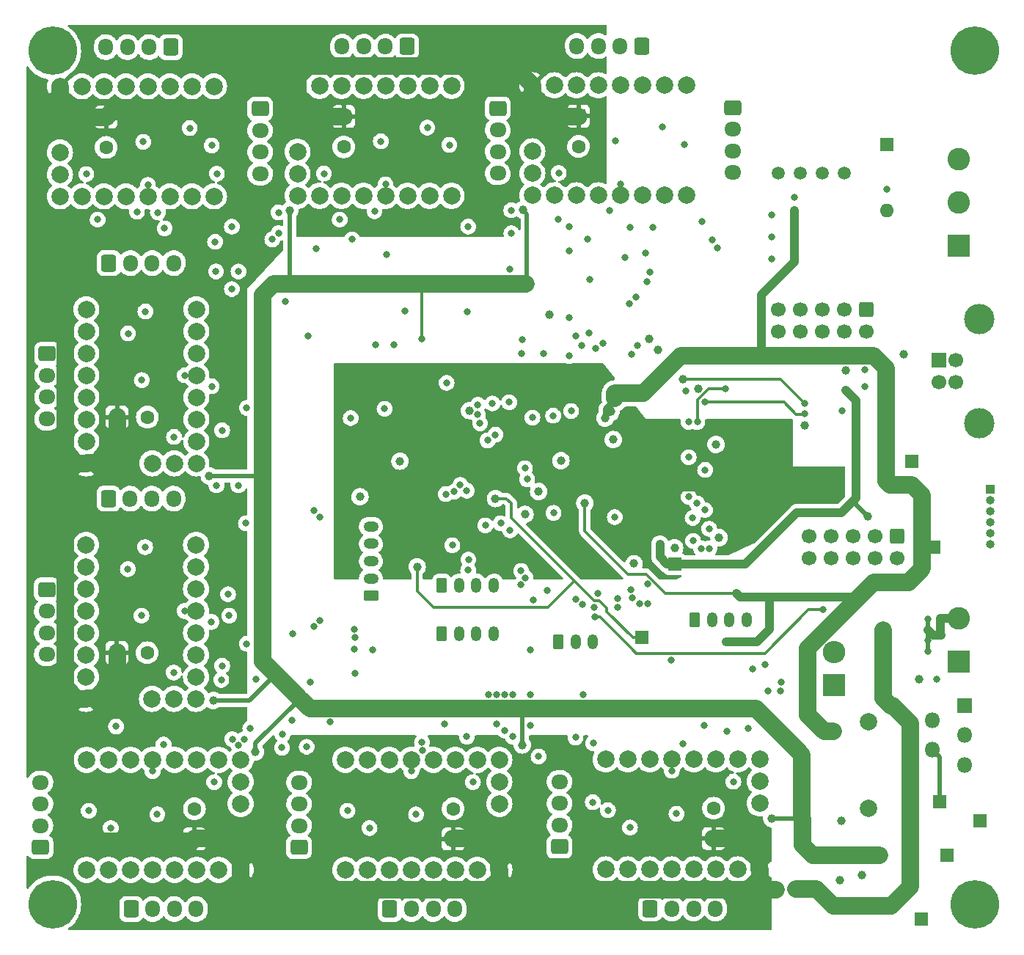
<source format=gbr>
%TF.GenerationSoftware,KiCad,Pcbnew,6.0.10*%
%TF.CreationDate,2023-03-14T21:17:13+03:00*%
%TF.ProjectId,multistepper,6d756c74-6973-4746-9570-7065722e6b69,rev?*%
%TF.SameCoordinates,Original*%
%TF.FileFunction,Copper,L3,Inr*%
%TF.FilePolarity,Positive*%
%FSLAX46Y46*%
G04 Gerber Fmt 4.6, Leading zero omitted, Abs format (unit mm)*
G04 Created by KiCad (PCBNEW 6.0.10) date 2023-03-14 21:17:13*
%MOMM*%
%LPD*%
G01*
G04 APERTURE LIST*
G04 Aperture macros list*
%AMRoundRect*
0 Rectangle with rounded corners*
0 $1 Rounding radius*
0 $2 $3 $4 $5 $6 $7 $8 $9 X,Y pos of 4 corners*
0 Add a 4 corners polygon primitive as box body*
4,1,4,$2,$3,$4,$5,$6,$7,$8,$9,$2,$3,0*
0 Add four circle primitives for the rounded corners*
1,1,$1+$1,$2,$3*
1,1,$1+$1,$4,$5*
1,1,$1+$1,$6,$7*
1,1,$1+$1,$8,$9*
0 Add four rect primitives between the rounded corners*
20,1,$1+$1,$2,$3,$4,$5,0*
20,1,$1+$1,$4,$5,$6,$7,0*
20,1,$1+$1,$6,$7,$8,$9,0*
20,1,$1+$1,$8,$9,$2,$3,0*%
G04 Aperture macros list end*
%TA.AperFunction,ComponentPad*%
%ADD10RoundRect,0.250000X0.600000X0.725000X-0.600000X0.725000X-0.600000X-0.725000X0.600000X-0.725000X0*%
%TD*%
%TA.AperFunction,ComponentPad*%
%ADD11O,1.700000X1.950000*%
%TD*%
%TA.AperFunction,ComponentPad*%
%ADD12RoundRect,0.250000X-0.725000X0.600000X-0.725000X-0.600000X0.725000X-0.600000X0.725000X0.600000X0*%
%TD*%
%TA.AperFunction,ComponentPad*%
%ADD13O,1.950000X1.700000*%
%TD*%
%TA.AperFunction,ComponentPad*%
%ADD14RoundRect,0.250000X0.625000X-0.350000X0.625000X0.350000X-0.625000X0.350000X-0.625000X-0.350000X0*%
%TD*%
%TA.AperFunction,ComponentPad*%
%ADD15O,1.750000X1.200000*%
%TD*%
%TA.AperFunction,ComponentPad*%
%ADD16RoundRect,0.250000X-0.600000X0.600000X-0.600000X-0.600000X0.600000X-0.600000X0.600000X0.600000X0*%
%TD*%
%TA.AperFunction,ComponentPad*%
%ADD17C,1.700000*%
%TD*%
%TA.AperFunction,ComponentPad*%
%ADD18RoundRect,0.250000X0.725000X-0.600000X0.725000X0.600000X-0.725000X0.600000X-0.725000X-0.600000X0*%
%TD*%
%TA.AperFunction,ComponentPad*%
%ADD19C,5.600000*%
%TD*%
%TA.AperFunction,ComponentPad*%
%ADD20R,1.600000X1.600000*%
%TD*%
%TA.AperFunction,ComponentPad*%
%ADD21O,1.600000X1.600000*%
%TD*%
%TA.AperFunction,ComponentPad*%
%ADD22C,1.600000*%
%TD*%
%TA.AperFunction,ComponentPad*%
%ADD23RoundRect,0.250000X-0.350000X-0.625000X0.350000X-0.625000X0.350000X0.625000X-0.350000X0.625000X0*%
%TD*%
%TA.AperFunction,ComponentPad*%
%ADD24O,1.200000X1.750000*%
%TD*%
%TA.AperFunction,ComponentPad*%
%ADD25RoundRect,0.250000X-0.600000X-0.725000X0.600000X-0.725000X0.600000X0.725000X-0.600000X0.725000X0*%
%TD*%
%TA.AperFunction,ComponentPad*%
%ADD26C,2.000000*%
%TD*%
%TA.AperFunction,ComponentPad*%
%ADD27R,2.600000X2.600000*%
%TD*%
%TA.AperFunction,ComponentPad*%
%ADD28C,2.600000*%
%TD*%
%TA.AperFunction,ComponentPad*%
%ADD29R,1.500000X1.500000*%
%TD*%
%TA.AperFunction,ComponentPad*%
%ADD30R,1.000000X1.000000*%
%TD*%
%TA.AperFunction,ComponentPad*%
%ADD31O,1.000000X1.000000*%
%TD*%
%TA.AperFunction,ComponentPad*%
%ADD32C,1.500000*%
%TD*%
%TA.AperFunction,ComponentPad*%
%ADD33O,2.600000X2.600000*%
%TD*%
%TA.AperFunction,ComponentPad*%
%ADD34R,1.800000X1.800000*%
%TD*%
%TA.AperFunction,ComponentPad*%
%ADD35O,1.800000X1.800000*%
%TD*%
%TA.AperFunction,ComponentPad*%
%ADD36R,1.700000X1.700000*%
%TD*%
%TA.AperFunction,ComponentPad*%
%ADD37C,3.500000*%
%TD*%
%TA.AperFunction,ViaPad*%
%ADD38C,1.000000*%
%TD*%
%TA.AperFunction,ViaPad*%
%ADD39C,0.800000*%
%TD*%
%TA.AperFunction,Conductor*%
%ADD40C,1.000000*%
%TD*%
%TA.AperFunction,Conductor*%
%ADD41C,0.500000*%
%TD*%
%TA.AperFunction,Conductor*%
%ADD42C,0.300000*%
%TD*%
%TA.AperFunction,Conductor*%
%ADD43C,2.000000*%
%TD*%
G04 APERTURE END LIST*
D10*
%TO.N,Net-(J17-Pad1)*%
%TO.C,J17*%
X99921075Y-41501827D03*
D11*
%TO.N,Net-(J17-Pad2)*%
X97421075Y-41501827D03*
%TO.N,Net-(J17-Pad3)*%
X94921075Y-41501827D03*
%TO.N,Net-(J17-Pad4)*%
X92421075Y-41501827D03*
%TD*%
D12*
%TO.N,Net-(J12-Pad1)*%
%TO.C,J12*%
X58374000Y-76974000D03*
D13*
%TO.N,Net-(J12-Pad2)*%
X58374000Y-79474000D03*
%TO.N,Net-(J12-Pad3)*%
X58374000Y-81974000D03*
%TO.N,Net-(J12-Pad4)*%
X58374000Y-84474000D03*
%TD*%
D14*
%TO.N,GND*%
%TO.C,J6*%
X95758000Y-104902000D03*
D15*
%TO.N,Net-(J6-Pad2)*%
X95758000Y-102902000D03*
%TO.N,Net-(J6-Pad3)*%
X95758000Y-100902000D03*
%TO.N,Net-(J6-Pad4)*%
X95758000Y-98902000D03*
%TO.N,Net-(J6-Pad5)*%
X95758000Y-96902000D03*
%TD*%
D16*
%TO.N,GND*%
%TO.C,J2*%
X152958800Y-71840700D03*
D17*
%TO.N,Net-(J2-Pad2)*%
X152958800Y-74380700D03*
%TO.N,Net-(J2-Pad3)*%
X150418800Y-71840700D03*
%TO.N,Net-(J2-Pad4)*%
X150418800Y-74380700D03*
%TO.N,Net-(J2-Pad5)*%
X147878800Y-71840700D03*
%TO.N,Net-(J2-Pad6)*%
X147878800Y-74380700D03*
%TO.N,Net-(J2-Pad7)*%
X145338800Y-71840700D03*
%TO.N,Net-(J2-Pad8)*%
X145338800Y-74380700D03*
%TO.N,GND*%
X142798800Y-71840700D03*
%TO.N,Net-(J2-Pad10)*%
X142798800Y-74380700D03*
%TD*%
D18*
%TO.N,Net-(J22-Pad1)*%
%TO.C,J22*%
X87466000Y-133934000D03*
D13*
%TO.N,M5_L0*%
X87466000Y-131434000D03*
%TO.N,M5_L1*%
X87466000Y-128934000D03*
%TO.N,GND*%
X87466000Y-126434000D03*
%TD*%
D19*
%TO.N,N/C*%
%TO.C,H4*%
X165500000Y-140500000D03*
%TD*%
D20*
%TO.N,Net-(R18-Pad1)*%
%TO.C,SW3*%
X155295600Y-52832000D03*
D21*
%TO.N,/CANL*%
X155295600Y-60452000D03*
%TD*%
D20*
%TO.N,/Motors/Vm*%
%TO.C,C24*%
X105246000Y-132978000D03*
D22*
%TO.N,GND*%
X105246000Y-129478000D03*
%TD*%
D23*
%TO.N,Net-(J4-Pad1)*%
%TO.C,J5*%
X103934000Y-103733600D03*
D24*
%TO.N,ADC2*%
X105934000Y-103733600D03*
%TO.N,ADC3*%
X107934000Y-103733600D03*
%TO.N,GND*%
X109934000Y-103733600D03*
%TD*%
D25*
%TO.N,Net-(J11-Pad1)*%
%TO.C,J11*%
X65500000Y-66500000D03*
D11*
%TO.N,M0_L0*%
X68000000Y-66500000D03*
%TO.N,M0_L1*%
X70500000Y-66500000D03*
%TO.N,GND*%
X73000000Y-66500000D03*
%TD*%
D26*
%TO.N,/Motors/stepper_M5/~{ENx}*%
%TO.C,XX5*%
X140640000Y-123774000D03*
%TO.N,/Motors/stepper_M5/MS1*%
X138100000Y-123774000D03*
%TO.N,/Motors/stepper_M5/MS2*%
X135560000Y-123774000D03*
%TO.N,/Motors/stepper_M5/SPR*%
X133020000Y-123774000D03*
%TO.N,/Motors/stepper_M5/U*%
X130480000Y-123774000D03*
%TO.N,/Motors/stepper_M5/CLK*%
X127940000Y-123774000D03*
%TO.N,/Motors/stepper_M5/STEPx*%
X125400000Y-123774000D03*
%TO.N,/Motors/stepper_M5/DIRx*%
X122860000Y-123774000D03*
%TO.N,GND*%
X122860000Y-136474000D03*
%TO.N,Vio*%
X125400000Y-136474000D03*
%TO.N,Net-(J21-Pad1)*%
X127940000Y-136474000D03*
%TO.N,Net-(J21-Pad2)*%
X130480000Y-136474000D03*
%TO.N,Net-(J21-Pad3)*%
X133020000Y-136474000D03*
%TO.N,Net-(J21-Pad4)*%
X135560000Y-136474000D03*
%TO.N,GND*%
X138100000Y-136474000D03*
%TO.N,/Motors/Vm*%
X140640000Y-136474000D03*
%TO.N,/Motors/DIAG4*%
X140640000Y-126314000D03*
%TO.N,unconnected-(XX5-Pad18)*%
X140640000Y-128854000D03*
%TD*%
D23*
%TO.N,Net-(J13-Pad1)*%
%TO.C,J13*%
X117380000Y-110194000D03*
D24*
%TO.N,Net-(J13-Pad2)*%
X119380000Y-110194000D03*
%TO.N,GND*%
X121380000Y-110194000D03*
%TD*%
D26*
%TO.N,/Motors/stepper_M8/~{ENx}*%
%TO.C,XX8*%
X75572000Y-116801600D03*
%TO.N,/Motors/stepper_M8/MS1*%
X75572000Y-114261600D03*
%TO.N,/Motors/stepper_M8/MS2*%
X75572000Y-111721600D03*
%TO.N,/Motors/stepper_M8/SPR*%
X75572000Y-109181600D03*
%TO.N,/Motors/stepper_M8/U*%
X75572000Y-106641600D03*
%TO.N,/Motors/stepper_M8/CLK*%
X75572000Y-104101600D03*
%TO.N,/Motors/stepper_M8/STEPx*%
X75572000Y-101561600D03*
%TO.N,/Motors/stepper_M8/DIRx*%
X75572000Y-99021600D03*
%TO.N,GND*%
X62872000Y-99021600D03*
%TO.N,Vio*%
X62872000Y-101561600D03*
%TO.N,Net-(J27-Pad1)*%
X62872000Y-104101600D03*
%TO.N,Net-(J27-Pad2)*%
X62872000Y-106641600D03*
%TO.N,Net-(J27-Pad3)*%
X62872000Y-109181600D03*
%TO.N,Net-(J27-Pad4)*%
X62872000Y-111721600D03*
%TO.N,GND*%
X62872000Y-114261600D03*
%TO.N,/Motors/Vm*%
X62872000Y-116801600D03*
%TO.N,/Motors/DIAG7*%
X73032000Y-116801600D03*
%TO.N,unconnected-(XX8-Pad18)*%
X70492000Y-116801600D03*
%TD*%
%TO.N,/Motors/stepper_M3/~{ENx}*%
%TO.C,XX3*%
X87281075Y-58727827D03*
%TO.N,/Motors/stepper_M3/MS1*%
X89821075Y-58727827D03*
%TO.N,/Motors/stepper_M3/MS2*%
X92361075Y-58727827D03*
%TO.N,/Motors/stepper_M3/SPR*%
X94901075Y-58727827D03*
%TO.N,/Motors/stepper_M3/U*%
X97441075Y-58727827D03*
%TO.N,/Motors/stepper_M3/CLK*%
X99981075Y-58727827D03*
%TO.N,/Motors/stepper_M3/STEPx*%
X102521075Y-58727827D03*
%TO.N,/Motors/stepper_M3/DIRx*%
X105061075Y-58727827D03*
%TO.N,GND*%
X105061075Y-46027827D03*
%TO.N,Vio*%
X102521075Y-46027827D03*
%TO.N,Net-(J17-Pad1)*%
X99981075Y-46027827D03*
%TO.N,Net-(J17-Pad2)*%
X97441075Y-46027827D03*
%TO.N,Net-(J17-Pad3)*%
X94901075Y-46027827D03*
%TO.N,Net-(J17-Pad4)*%
X92361075Y-46027827D03*
%TO.N,GND*%
X89821075Y-46027827D03*
%TO.N,/Motors/Vm*%
X87281075Y-46027827D03*
%TO.N,/Motors/DIAG2*%
X87281075Y-56187827D03*
%TO.N,unconnected-(XX3-Pad18)*%
X87281075Y-53647827D03*
%TD*%
D27*
%TO.N,GND*%
%TO.C,J10*%
X163576000Y-112482000D03*
D28*
%TO.N,Net-(J10-Pad2)*%
X163576000Y-107482000D03*
%TD*%
D16*
%TO.N,Net-(J3-Pad1)*%
%TO.C,J3*%
X156464000Y-98044000D03*
D17*
%TO.N,GND*%
X156464000Y-100584000D03*
%TO.N,Net-(J3-Pad3)*%
X153924000Y-98044000D03*
%TO.N,Net-(J3-Pad4)*%
X153924000Y-100584000D03*
%TO.N,Net-(J3-Pad5)*%
X151384000Y-98044000D03*
%TO.N,Net-(J3-Pad6)*%
X151384000Y-100584000D03*
%TO.N,Net-(J3-Pad7)*%
X148844000Y-98044000D03*
%TO.N,Net-(J3-Pad8)*%
X148844000Y-100584000D03*
%TO.N,Net-(J3-Pad9)*%
X146304000Y-98044000D03*
%TO.N,GND*%
X146304000Y-100584000D03*
%TD*%
D29*
%TO.N,GND*%
%TO.C,TP3*%
X166090600Y-130860800D03*
%TD*%
D30*
%TO.N,/MCU base/SWCLK*%
%TO.C,J1*%
X167258600Y-92608400D03*
D31*
%TO.N,/MCU base/SWDIO*%
X167258600Y-93878400D03*
%TO.N,GND*%
X167258600Y-95148400D03*
%TO.N,Net-(J1-Pad4)*%
X167258600Y-96418400D03*
%TO.N,/MCU base/BOOT0*%
X167258600Y-97688400D03*
%TO.N,/MCU base/NRST*%
X167258600Y-98958400D03*
%TD*%
D18*
%TO.N,Net-(J24-Pad1)*%
%TO.C,J24*%
X57604925Y-133934000D03*
D13*
%TO.N,M6_L0*%
X57604925Y-131434000D03*
%TO.N,M6_L1*%
X57604925Y-128934000D03*
%TO.N,GND*%
X57604925Y-126434000D03*
%TD*%
D19*
%TO.N,N/C*%
%TO.C,H1*%
X59000000Y-42000000D03*
%TD*%
D20*
%TO.N,/Motors/Vm*%
%TO.C,C23*%
X135306000Y-132918000D03*
D22*
%TO.N,GND*%
X135306000Y-129418000D03*
%TD*%
D10*
%TO.N,Net-(J19-Pad1)*%
%TO.C,J19*%
X127026450Y-41440000D03*
D11*
%TO.N,Net-(J19-Pad2)*%
X124526450Y-41440000D03*
%TO.N,Net-(J19-Pad3)*%
X122026450Y-41440000D03*
%TO.N,Net-(J19-Pad4)*%
X119526450Y-41440000D03*
%TD*%
D29*
%TO.N,Vdrive*%
%TO.C,TP2*%
X159258000Y-142240000D03*
%TD*%
D12*
%TO.N,Net-(J14-Pad1)*%
%TO.C,J14*%
X82974000Y-48689654D03*
D13*
%TO.N,M1_L0*%
X82974000Y-51189654D03*
%TO.N,M1_L1*%
X82974000Y-53689654D03*
%TO.N,GND*%
X82974000Y-56189654D03*
%TD*%
D19*
%TO.N,N/C*%
%TO.C,H3*%
X59000000Y-140500000D03*
%TD*%
D25*
%TO.N,Net-(J23-Pad1)*%
%TO.C,J23*%
X97940000Y-141060000D03*
D11*
%TO.N,Net-(J23-Pad2)*%
X100440000Y-141060000D03*
%TO.N,Net-(J23-Pad3)*%
X102940000Y-141060000D03*
%TO.N,Net-(J23-Pad4)*%
X105440000Y-141060000D03*
%TD*%
D25*
%TO.N,Net-(J25-Pad1)*%
%TO.C,J25*%
X68078925Y-141060000D03*
D11*
%TO.N,Net-(J25-Pad2)*%
X70578925Y-141060000D03*
%TO.N,Net-(J25-Pad3)*%
X73078925Y-141060000D03*
%TO.N,Net-(J25-Pad4)*%
X75578925Y-141060000D03*
%TD*%
D26*
%TO.N,/Motors/stepper_M4/~{ENx}*%
%TO.C,XX4*%
X114386450Y-58666000D03*
%TO.N,/Motors/stepper_M4/MS1*%
X116926450Y-58666000D03*
%TO.N,/Motors/stepper_M4/MS2*%
X119466450Y-58666000D03*
%TO.N,/Motors/stepper_M4/SPR*%
X122006450Y-58666000D03*
%TO.N,/Motors/stepper_M4/U*%
X124546450Y-58666000D03*
%TO.N,/Motors/stepper_M4/CLK*%
X127086450Y-58666000D03*
%TO.N,/Motors/stepper_M4/STEPx*%
X129626450Y-58666000D03*
%TO.N,/Motors/stepper_M4/DIRx*%
X132166450Y-58666000D03*
%TO.N,GND*%
X132166450Y-45966000D03*
%TO.N,Vio*%
X129626450Y-45966000D03*
%TO.N,Net-(J19-Pad1)*%
X127086450Y-45966000D03*
%TO.N,Net-(J19-Pad2)*%
X124546450Y-45966000D03*
%TO.N,Net-(J19-Pad3)*%
X122006450Y-45966000D03*
%TO.N,Net-(J19-Pad4)*%
X119466450Y-45966000D03*
%TO.N,GND*%
X116926450Y-45966000D03*
%TO.N,/Motors/Vm*%
X114386450Y-45966000D03*
%TO.N,/Motors/DIAG3*%
X114386450Y-56126000D03*
%TO.N,unconnected-(XX4-Pad18)*%
X114386450Y-53586000D03*
%TD*%
D19*
%TO.N,N/C*%
%TO.C,H2*%
X165500000Y-42000000D03*
%TD*%
D25*
%TO.N,Net-(J21-Pad1)*%
%TO.C,J21*%
X128000000Y-141000000D03*
D11*
%TO.N,Net-(J21-Pad2)*%
X130500000Y-141000000D03*
%TO.N,Net-(J21-Pad3)*%
X133000000Y-141000000D03*
%TO.N,Net-(J21-Pad4)*%
X135500000Y-141000000D03*
%TD*%
D20*
%TO.N,/Motors/Vm*%
%TO.C,C21*%
X92615075Y-49583827D03*
D22*
%TO.N,GND*%
X92615075Y-53083827D03*
%TD*%
D20*
%TO.N,/Motors/Vm*%
%TO.C,C22*%
X119720450Y-49522000D03*
D22*
%TO.N,GND*%
X119720450Y-53022000D03*
%TD*%
D12*
%TO.N,Net-(J18-Pad1)*%
%TO.C,J18*%
X137500450Y-48566000D03*
D13*
%TO.N,M3_L0*%
X137500450Y-51066000D03*
%TO.N,M3_L1*%
X137500450Y-53566000D03*
%TO.N,GND*%
X137500450Y-56066000D03*
%TD*%
D32*
%TO.N,GND*%
%TO.C,Q1*%
X142798800Y-56083200D03*
%TO.N,Net-(C10-Pad1)*%
X145338800Y-56083200D03*
%TO.N,Earth*%
X147878800Y-56083200D03*
%TO.N,Net-(C11-Pad1)*%
X150418800Y-56083200D03*
%TD*%
D26*
%TO.N,/Motors/stepper_M6/~{ENx}*%
%TO.C,XX6*%
X110580000Y-123834000D03*
%TO.N,/Motors/stepper_M6/MS1*%
X108040000Y-123834000D03*
%TO.N,/Motors/stepper_M6/MS2*%
X105500000Y-123834000D03*
%TO.N,/Motors/stepper_M6/SPR*%
X102960000Y-123834000D03*
%TO.N,/Motors/stepper_M6/U*%
X100420000Y-123834000D03*
%TO.N,/Motors/stepper_M6/CLK*%
X97880000Y-123834000D03*
%TO.N,/Motors/stepper_M6/STEPx*%
X95340000Y-123834000D03*
%TO.N,/Motors/stepper_M6/DIRx*%
X92800000Y-123834000D03*
%TO.N,GND*%
X92800000Y-136534000D03*
%TO.N,Vio*%
X95340000Y-136534000D03*
%TO.N,Net-(J23-Pad1)*%
X97880000Y-136534000D03*
%TO.N,Net-(J23-Pad2)*%
X100420000Y-136534000D03*
%TO.N,Net-(J23-Pad3)*%
X102960000Y-136534000D03*
%TO.N,Net-(J23-Pad4)*%
X105500000Y-136534000D03*
%TO.N,GND*%
X108040000Y-136534000D03*
%TO.N,/Motors/Vm*%
X110580000Y-136534000D03*
%TO.N,/Motors/DIAG5*%
X110580000Y-126374000D03*
%TO.N,unconnected-(XX6-Pad18)*%
X110580000Y-128914000D03*
%TD*%
D27*
%TO.N,Net-(D26-Pad1)*%
%TO.C,D26*%
X149250400Y-115194400D03*
D33*
%TO.N,GND*%
X149250400Y-111384400D03*
%TD*%
D29*
%TO.N,+3.3VADC*%
%TO.C,TP6*%
X127000000Y-109728000D03*
%TD*%
D20*
%TO.N,/Motors/Vm*%
%TO.C,C19*%
X66456000Y-84280000D03*
D22*
%TO.N,GND*%
X69956000Y-84280000D03*
%TD*%
D34*
%TO.N,Vdrive*%
%TO.C,U5*%
X164287200Y-117602000D03*
D35*
%TO.N,Net-(D26-Pad1)*%
X160587200Y-119302000D03*
%TO.N,GND*%
X164287200Y-121002000D03*
%TO.N,Net-(C17-Pad1)*%
X160587200Y-122702000D03*
%TO.N,GND*%
X164287200Y-124402000D03*
%TD*%
D12*
%TO.N,Net-(J27-Pad1)*%
%TO.C,J27*%
X58346000Y-104161600D03*
D13*
%TO.N,Net-(J27-Pad2)*%
X58346000Y-106661600D03*
%TO.N,Net-(J27-Pad3)*%
X58346000Y-109161600D03*
%TO.N,Net-(J27-Pad4)*%
X58346000Y-111661600D03*
%TD*%
D23*
%TO.N,GND*%
%TO.C,J7*%
X133144000Y-107704800D03*
D24*
%TO.N,Net-(J7-Pad2)*%
X135144000Y-107704800D03*
%TO.N,Net-(J7-Pad3)*%
X137144000Y-107704800D03*
%TO.N,Net-(J7-Pad4)*%
X139144000Y-107704800D03*
%TD*%
D29*
%TO.N,Net-(C17-Pad1)*%
%TO.C,TP4*%
X161366200Y-128701800D03*
%TD*%
D10*
%TO.N,Net-(J15-Pad1)*%
%TO.C,J15*%
X72644000Y-41563654D03*
D11*
%TO.N,Net-(J15-Pad2)*%
X70144000Y-41563654D03*
%TO.N,Net-(J15-Pad3)*%
X67644000Y-41563654D03*
%TO.N,Net-(J15-Pad4)*%
X65144000Y-41563654D03*
%TD*%
D26*
%TO.N,Net-(C17-Pad1)*%
%TO.C,L1*%
X153162000Y-129409200D03*
%TO.N,Net-(D26-Pad1)*%
X153162000Y-119409200D03*
%TD*%
D20*
%TO.N,/Motors/Vm*%
%TO.C,C20*%
X65194000Y-49645654D03*
D22*
%TO.N,GND*%
X65194000Y-53145654D03*
%TD*%
D26*
%TO.N,/Motors/stepper_M2/~{ENx}*%
%TO.C,XX2*%
X59860000Y-58789654D03*
%TO.N,/Motors/stepper_M2/MS1*%
X62400000Y-58789654D03*
%TO.N,/Motors/stepper_M2/MS2*%
X64940000Y-58789654D03*
%TO.N,/Motors/stepper_M2/SPR*%
X67480000Y-58789654D03*
%TO.N,/Motors/stepper_M2/U*%
X70020000Y-58789654D03*
%TO.N,/Motors/stepper_M2/CLK*%
X72560000Y-58789654D03*
%TO.N,/Motors/stepper_M2/STEPx*%
X75100000Y-58789654D03*
%TO.N,/Motors/stepper_M2/DIRx*%
X77640000Y-58789654D03*
%TO.N,GND*%
X77640000Y-46089654D03*
%TO.N,Vio*%
X75100000Y-46089654D03*
%TO.N,Net-(J15-Pad1)*%
X72560000Y-46089654D03*
%TO.N,Net-(J15-Pad2)*%
X70020000Y-46089654D03*
%TO.N,Net-(J15-Pad3)*%
X67480000Y-46089654D03*
%TO.N,Net-(J15-Pad4)*%
X64940000Y-46089654D03*
%TO.N,GND*%
X62400000Y-46089654D03*
%TO.N,/Motors/Vm*%
X59860000Y-46089654D03*
%TO.N,/Motors/DIAG1*%
X59860000Y-56249654D03*
%TO.N,unconnected-(XX2-Pad18)*%
X59860000Y-53709654D03*
%TD*%
D27*
%TO.N,/CANL*%
%TO.C,J9*%
X163576000Y-64516000D03*
D28*
%TO.N,Earth*%
X163576000Y-59516000D03*
%TO.N,/CANH*%
X163576000Y-54516000D03*
%TD*%
D20*
%TO.N,/Motors/Vm*%
%TO.C,C25*%
X75384925Y-132978000D03*
D22*
%TO.N,GND*%
X75384925Y-129478000D03*
%TD*%
D26*
%TO.N,/Motors/stepper_M7/~{ENx}*%
%TO.C,XX7*%
X80718925Y-123834000D03*
%TO.N,/Motors/stepper_M7/MS1*%
X78178925Y-123834000D03*
%TO.N,/Motors/stepper_M7/MS2*%
X75638925Y-123834000D03*
%TO.N,/Motors/stepper_M7/SPR*%
X73098925Y-123834000D03*
%TO.N,/Motors/stepper_M7/U*%
X70558925Y-123834000D03*
%TO.N,/Motors/stepper_M7/CLK*%
X68018925Y-123834000D03*
%TO.N,/Motors/stepper_M7/STEPx*%
X65478925Y-123834000D03*
%TO.N,/Motors/stepper_M7/DIRx*%
X62938925Y-123834000D03*
%TO.N,GND*%
X62938925Y-136534000D03*
%TO.N,Vio*%
X65478925Y-136534000D03*
%TO.N,Net-(J25-Pad1)*%
X68018925Y-136534000D03*
%TO.N,Net-(J25-Pad2)*%
X70558925Y-136534000D03*
%TO.N,Net-(J25-Pad3)*%
X73098925Y-136534000D03*
%TO.N,Net-(J25-Pad4)*%
X75638925Y-136534000D03*
%TO.N,GND*%
X78178925Y-136534000D03*
%TO.N,/Motors/Vm*%
X80718925Y-136534000D03*
%TO.N,/Motors/DIAG6*%
X80718925Y-126374000D03*
%TO.N,unconnected-(XX7-Pad18)*%
X80718925Y-128914000D03*
%TD*%
D25*
%TO.N,Net-(J26-Pad1)*%
%TO.C,J26*%
X65472000Y-93687600D03*
D11*
%TO.N,M7_L0*%
X67972000Y-93687600D03*
%TO.N,M7_L1*%
X70472000Y-93687600D03*
%TO.N,GND*%
X72972000Y-93687600D03*
%TD*%
D23*
%TO.N,Net-(J4-Pad1)*%
%TO.C,J4*%
X103934000Y-109321600D03*
D24*
%TO.N,ADC0*%
X105934000Y-109321600D03*
%TO.N,ADC1*%
X107934000Y-109321600D03*
%TO.N,GND*%
X109934000Y-109321600D03*
%TD*%
D18*
%TO.N,Net-(J20-Pad1)*%
%TO.C,J20*%
X117526000Y-133874000D03*
D13*
%TO.N,M4_L0*%
X117526000Y-131374000D03*
%TO.N,M4_L1*%
X117526000Y-128874000D03*
%TO.N,GND*%
X117526000Y-126374000D03*
%TD*%
D12*
%TO.N,Net-(J16-Pad1)*%
%TO.C,J16*%
X110395075Y-48627827D03*
D13*
%TO.N,M2_L0*%
X110395075Y-51127827D03*
%TO.N,M2_L1*%
X110395075Y-53627827D03*
%TO.N,GND*%
X110395075Y-56127827D03*
%TD*%
D29*
%TO.N,Vio*%
%TO.C,TP8*%
X162255200Y-134823200D03*
%TD*%
%TO.N,+3V3*%
%TO.C,TP5*%
X130810000Y-101244400D03*
%TD*%
D20*
%TO.N,/Motors/Vm*%
%TO.C,C26*%
X66428000Y-111467600D03*
D22*
%TO.N,GND*%
X69928000Y-111467600D03*
%TD*%
D26*
%TO.N,/Motors/stepper_M1/~{ENx}*%
%TO.C,XX1*%
X75600000Y-89614000D03*
%TO.N,/Motors/stepper_M1/MS1*%
X75600000Y-87074000D03*
%TO.N,/Motors/stepper_M1/MS2*%
X75600000Y-84534000D03*
%TO.N,/Motors/stepper_M1/SPR*%
X75600000Y-81994000D03*
%TO.N,/Motors/stepper_M1/U*%
X75600000Y-79454000D03*
%TO.N,/Motors/stepper_M1/CLK*%
X75600000Y-76914000D03*
%TO.N,/Motors/stepper_M1/STEPx*%
X75600000Y-74374000D03*
%TO.N,/Motors/stepper_M1/DIRx*%
X75600000Y-71834000D03*
%TO.N,GND*%
X62900000Y-71834000D03*
%TO.N,Vio*%
X62900000Y-74374000D03*
%TO.N,Net-(J12-Pad1)*%
X62900000Y-76914000D03*
%TO.N,Net-(J12-Pad2)*%
X62900000Y-79454000D03*
%TO.N,Net-(J12-Pad3)*%
X62900000Y-81994000D03*
%TO.N,Net-(J12-Pad4)*%
X62900000Y-84534000D03*
%TO.N,GND*%
X62900000Y-87074000D03*
%TO.N,/Motors/Vm*%
X62900000Y-89614000D03*
%TO.N,/Motors/DIAG0*%
X73060000Y-89614000D03*
%TO.N,unconnected-(XX1-Pad18)*%
X70520000Y-89614000D03*
%TD*%
D36*
%TO.N,/VB*%
%TO.C,J8*%
X161290000Y-77730000D03*
D17*
%TO.N,Net-(J8-Pad2)*%
X161290000Y-80230000D03*
%TO.N,Net-(J8-Pad3)*%
X163290000Y-80230000D03*
%TO.N,GND*%
X163290000Y-77730000D03*
D37*
X166000000Y-72960000D03*
X166000000Y-85000000D03*
%TD*%
D29*
%TO.N,Net-(D22-Pad1)*%
%TO.C,TP1*%
X158167500Y-89348000D03*
%TD*%
%TO.N,+5V*%
%TO.C,TP7*%
X160731200Y-99314000D03*
%TD*%
D38*
%TO.N,GND*%
X152450000Y-137174000D03*
X149910800Y-137749000D03*
X145821000Y-85217000D03*
D39*
X99669600Y-72034400D03*
X121412000Y-121909100D03*
X88493600Y-74930000D03*
D38*
X94488000Y-93472000D03*
D39*
X114401600Y-84328000D03*
D38*
X127863600Y-75285600D03*
D39*
X142033000Y-66040000D03*
D38*
X117683600Y-89306400D03*
X115112800Y-92863500D03*
D39*
X101650800Y-121818400D03*
D38*
X113538000Y-95504000D03*
D39*
X125120400Y-65887600D03*
D38*
X116332000Y-72440800D03*
D39*
X77978000Y-56184800D03*
X89458800Y-64871600D03*
D38*
X135585200Y-87426800D03*
D39*
X161086800Y-114503200D03*
X130454400Y-112369600D03*
D38*
X126136400Y-101193600D03*
X135940800Y-98196400D03*
X150063200Y-130860800D03*
D39*
X86715600Y-109321600D03*
D38*
X107137200Y-83515200D03*
D39*
X127457200Y-65328800D03*
D38*
X130810000Y-99364800D03*
X123734800Y-86868000D03*
X159004000Y-114503200D03*
X157276800Y-77012800D03*
D39*
X86664800Y-119278400D03*
D38*
X133578600Y-80975200D03*
X99110800Y-89357200D03*
D39*
X121056400Y-68427600D03*
%TO.N,/MCU base/NRST*%
X113538000Y-90170000D03*
X97332800Y-83312000D03*
%TO.N,/MCU base/BOOT0*%
X116789200Y-84099400D03*
X150164800Y-83548000D03*
D38*
%TO.N,+3V3*%
X150600000Y-78870400D03*
D39*
X129133600Y-98958400D03*
D38*
X153085800Y-95758000D03*
D39*
X129133600Y-100431600D03*
D38*
X150600000Y-81200000D03*
D39*
%TO.N,/MCU base/BTN1*%
X133432503Y-84836000D03*
X136652000Y-80975189D03*
%TO.N,/MCU base/BTN2_SDA*%
X132433000Y-84836000D03*
%TO.N,/MCU base/SWDIO*%
X145821400Y-83870800D03*
X134333000Y-82561000D03*
%TO.N,/MCU base/BTN3_SCL*%
X132130800Y-81280000D03*
D38*
%TO.N,/MCU base/SWCLK*%
X128879600Y-76504800D03*
D39*
X145821000Y-82677000D03*
D38*
X131792223Y-79925423D03*
D39*
%TO.N,M4_L0*%
X132435600Y-88900000D03*
X119380000Y-121259600D03*
X143103600Y-114858800D03*
%TO.N,M4_L1*%
X134333000Y-90361500D03*
X121361200Y-128727200D03*
%TO.N,/MCU base/BTN4*%
X122508007Y-75782947D03*
%TO.N,/MCU base/BTN5*%
X121666000Y-76327000D03*
%TO.N,/MCU base/BTN6*%
X120904000Y-74574400D03*
%TO.N,M3_L1*%
X135788400Y-64719200D03*
X125882400Y-77012800D03*
X127579800Y-68681600D03*
%TO.N,M3_L0*%
X126492000Y-76036700D03*
X135128000Y-63855600D03*
X127965200Y-67513200D03*
%TO.N,M2_L1*%
X120079500Y-75996800D03*
%TO.N,M2_L0*%
X119380000Y-74930000D03*
%TO.N,M1_L0*%
X113205734Y-75363866D03*
X113182400Y-76911200D03*
%TO.N,M1_L1*%
X115671600Y-76911200D03*
%TO.N,/MCU base/SCRN_DCRS*%
X134808000Y-99435500D03*
%TO.N,/MCU base/SCRN_SCK*%
X133858000Y-99435500D03*
%TO.N,/MCU base/SCRN_MISO*%
X132943600Y-98552000D03*
%TO.N,/MCU base/SCRN_MOSI*%
X134808000Y-97160500D03*
%TO.N,/MCU base/SCRN_RST*%
X132892800Y-95910400D03*
%TO.N,/MCU base/SCRN_CS*%
X134315200Y-94996000D03*
%TO.N,M6_L1*%
X121564400Y-106273600D03*
X127696000Y-105785500D03*
X124216900Y-106273600D03*
%TO.N,M6_L0*%
X121909100Y-104597200D03*
X126746000Y-105785500D03*
X124216900Y-105237706D03*
%TO.N,M5_L1*%
X133400800Y-94234000D03*
%TO.N,M5_L0*%
X132435600Y-93472000D03*
%TO.N,/MCU base/A0*%
X105156000Y-99060000D03*
%TO.N,/MCU base/A1*%
X108966000Y-96774000D03*
%TO.N,/MCU base/A2*%
X110744000Y-96520000D03*
%TO.N,/MCU base/A3*%
X111815000Y-97337000D03*
%TO.N,/MCU base/A4*%
X116840000Y-95331600D03*
%TO.N,/MCU base/A5*%
X113792000Y-91440000D03*
%TO.N,ADC4*%
X121617266Y-107342466D03*
X147980400Y-106527600D03*
%TO.N,+5V*%
X144627600Y-60401200D03*
X136804400Y-110236000D03*
D38*
X146202400Y-118668800D03*
X122783600Y-84378800D03*
X149098000Y-120548400D03*
X137972800Y-104648000D03*
X155197900Y-90003120D03*
X120446800Y-94202100D03*
X143446500Y-67576700D03*
X123494800Y-83667600D03*
D39*
%TO.N,ADC0*%
X107004000Y-100722000D03*
D38*
%TO.N,Vdrive*%
X147167600Y-138734800D03*
X145999200Y-138734800D03*
D39*
X154905000Y-111379000D03*
D38*
X144743000Y-138836400D03*
D39*
X154905000Y-110109000D03*
X154905000Y-108839000D03*
D38*
X149088128Y-140655328D03*
D39*
X154889200Y-112268000D03*
%TO.N,ADC1*%
X106982978Y-101953778D03*
%TO.N,MUL0*%
X109778800Y-82702400D03*
%TO.N,MUL1*%
X108102400Y-82854800D03*
%TO.N,MUL2*%
X108102400Y-83972400D03*
%TO.N,MUL_EN*%
X108356400Y-84988400D03*
%TO.N,M1_DIR*%
X71944000Y-62483654D03*
X77774800Y-64047900D03*
D38*
%TO.N,+3.3VADC*%
X101092000Y-101549200D03*
X110134400Y-93675200D03*
D39*
%TO.N,USART3_TX*%
X123901200Y-95808800D03*
%TO.N,M6_STEP*%
X93882532Y-113842800D03*
X93878400Y-111099600D03*
%TO.N,M5_DIR*%
X141274800Y-112877600D03*
X139801600Y-113385600D03*
%TO.N,USB_DM*%
X152786500Y-80712000D03*
%TO.N,USB_DP*%
X152786500Y-78812000D03*
%TO.N,M4_DIR*%
X141579600Y-115925600D03*
X143052800Y-115925600D03*
%TO.N,CAN_RX*%
X125577600Y-71170800D03*
X142033000Y-60960000D03*
%TO.N,CAN_TX*%
X126390400Y-70459600D03*
X142033000Y-63500000D03*
%TO.N,USART2_TX*%
X118872000Y-83566000D03*
%TO.N,M3_STEP*%
X128270000Y-62382400D03*
X125670450Y-62360000D03*
%TO.N,Net-(C10-Pad1)*%
X144627600Y-58864700D03*
%TO.N,/MCU base/MOT_MUL0*%
X104394000Y-93167200D03*
%TO.N,/MCU base/MOT_MUL1*%
X105359802Y-92889531D03*
%TO.N,/MCU base/MOT_MUL2*%
X106070400Y-92100400D03*
%TO.N,/MCU base/MOT_MUL_EN*%
X106832400Y-92760800D03*
%TO.N,/MCU base/OUT1*%
X125780800Y-104241600D03*
%TO.N,/MCU base/OUT0*%
X127696000Y-103510500D03*
%TO.N,/MCU base/OUT2*%
X125964204Y-105122384D03*
%TO.N,/CANH*%
X155295600Y-57938000D03*
D38*
%TO.N,Net-(J10-Pad2)*%
X161544000Y-109423200D03*
X161482400Y-107482000D03*
D39*
X160055000Y-107569000D03*
X160070800Y-110083600D03*
X160070800Y-108864400D03*
X160070800Y-111353600D03*
D38*
%TO.N,/Motors/Vm*%
X142544800Y-138836400D03*
X139598400Y-138836400D03*
X138074400Y-138836400D03*
X141020800Y-138836400D03*
D39*
%TO.N,/Motors/USART0-3*%
X79705200Y-62280800D03*
X118618000Y-62280800D03*
X133959600Y-61671200D03*
X104807075Y-52853827D03*
X118618000Y-77216000D03*
X131912450Y-52792000D03*
X118618000Y-72796400D03*
X79705200Y-69494400D03*
X106984800Y-62280800D03*
X77386000Y-52915654D03*
X69726000Y-72088000D03*
X118618000Y-65125600D03*
%TO.N,/Motors/MOSI*%
X117434450Y-56094000D03*
X78587600Y-85801200D03*
X80467200Y-122174000D03*
X77670925Y-126406000D03*
X113095200Y-103625600D03*
X136855200Y-120548400D03*
X107532000Y-126406000D03*
X78587600Y-112979200D03*
X112115600Y-116281200D03*
X106832400Y-121158000D03*
X73028000Y-86566000D03*
X73000000Y-113753600D03*
X62908000Y-56217654D03*
X117348000Y-61468000D03*
X112115600Y-121158000D03*
X92151200Y-61468000D03*
X64211200Y-61468000D03*
X137592000Y-126346000D03*
X90329075Y-56155827D03*
%TO.N,/Motors/SCK*%
X110286800Y-119735600D03*
X84378800Y-63754000D03*
X81432400Y-83210400D03*
X81432400Y-110439200D03*
X69278500Y-107186499D03*
X93573600Y-63754000D03*
X100964899Y-130127500D03*
X96896176Y-52434327D03*
X69475101Y-52496154D03*
X120751600Y-63754000D03*
X131024899Y-130067500D03*
X81838800Y-120192800D03*
X134264400Y-119837200D03*
X69306500Y-79998899D03*
X110286800Y-116281200D03*
X104241600Y-119735600D03*
X71103824Y-130127500D03*
X113095200Y-102025600D03*
X124001551Y-52372500D03*
%TO.N,/Motors/MISO*%
X111201200Y-116281200D03*
X111963200Y-60401200D03*
X81127600Y-121462800D03*
X80467200Y-92151200D03*
X111963200Y-63042800D03*
X113588800Y-102819200D03*
X85090000Y-60655200D03*
X77876400Y-67462400D03*
X77927200Y-92151200D03*
X111201200Y-120446800D03*
X85496400Y-122428000D03*
X79756000Y-121462800D03*
X80467200Y-67462400D03*
X85547200Y-120904000D03*
X115112800Y-123444000D03*
X85090000Y-63042800D03*
%TO.N,/Motors/USART4-7*%
X63192925Y-129708000D03*
X82499200Y-114554000D03*
X93054000Y-129708000D03*
X78486000Y-114604800D03*
X91033600Y-119481600D03*
X123114000Y-129648000D03*
X66344800Y-119989600D03*
X120294400Y-116281200D03*
X81330800Y-96520000D03*
X69698000Y-99275600D03*
%TO.N,/Motors/DIAG4*%
X95961200Y-111150400D03*
X114147600Y-119848100D03*
X139344400Y-120243600D03*
X114147600Y-116281200D03*
X96266000Y-75946000D03*
X114147600Y-111150400D03*
X98399600Y-75931500D03*
%TO.N,/Motors/DIAG6*%
X93929200Y-109677200D03*
X88341200Y-122326400D03*
X88773000Y-114833400D03*
%TO.N,/Motors/DIAG7*%
X93878400Y-108762800D03*
%TO.N,/Motors/DIAG5*%
X109321600Y-116281200D03*
%TO.N,/Motors/DIAG3*%
X104495600Y-80314800D03*
X106881134Y-72138066D03*
X111810800Y-67208400D03*
%TO.N,/Motors/DIAG0*%
X93421200Y-84378800D03*
%TO.N,/Motors/DIAG1*%
X85902800Y-70967600D03*
%TO.N,/Motors/DIAG2*%
X97586800Y-65481200D03*
%TO.N,/Motors/stepper_M1/U*%
X74279200Y-79454000D03*
X67726000Y-74628000D03*
%TO.N,/Motors/stepper_M1/~{ENx}*%
X77378000Y-80724000D03*
%TO.N,/MCU base/USART1_RX*%
X114503200Y-105359200D03*
%TO.N,/MCU base/USART1_TX*%
X116078000Y-104292400D03*
%TO.N,M0_L1*%
X110134400Y-86309200D03*
%TO.N,M0_L0*%
X109220000Y-86969600D03*
%TO.N,M7_L0*%
X89865200Y-107746800D03*
X89865200Y-95859600D03*
X119430800Y-105308400D03*
%TO.N,M7_L1*%
X89154000Y-95097600D03*
X89154000Y-108458000D03*
X120142000Y-105918000D03*
%TO.N,M7_DIR*%
X79400400Y-107188000D03*
X79266000Y-104717600D03*
D38*
%TO.N,MCU3v3*%
X149275800Y-90703400D03*
X113385600Y-86156800D03*
D39*
X115112800Y-94588500D03*
D38*
X119938800Y-86106000D03*
X124815600Y-84124800D03*
D39*
X115493800Y-83566000D03*
D38*
X109169200Y-79400400D03*
X125222000Y-95046800D03*
D39*
X100584000Y-100056000D03*
%TO.N,/Motors/stepper_M2/U*%
X70020000Y-57468854D03*
X74846000Y-50915654D03*
%TO.N,/Motors/stepper_M2/STEPx*%
X71170800Y-60655200D03*
%TO.N,/Motors/stepper_M2/~{ENx}*%
X68750000Y-60567654D03*
%TO.N,/Motors/stepper_M3/U*%
X97441075Y-57407027D03*
X102267075Y-50853827D03*
%TO.N,/Motors/stepper_M3/~{ENx}*%
X96171075Y-60505827D03*
%TO.N,/Motors/stepper_M4/U*%
X129372450Y-50792000D03*
X124546450Y-57345200D03*
%TO.N,/Motors/stepper_M4/~{ENx}*%
X123276450Y-60444000D03*
%TO.N,/Motors/stepper_M5/U*%
X125654000Y-131648000D03*
X130480000Y-125094800D03*
%TO.N,/Motors/stepper_M5/~{ENx}*%
X131750000Y-121996000D03*
%TO.N,/Motors/stepper_M6/U*%
X95594000Y-131708000D03*
X100420000Y-125154800D03*
%TO.N,/Motors/stepper_M6/~{ENx}*%
X101690000Y-122783600D03*
%TO.N,/Motors/stepper_M7/U*%
X65732925Y-131708000D03*
X70558925Y-125154800D03*
%TO.N,/Motors/stepper_M7/~{ENx}*%
X71828925Y-122056000D03*
%TO.N,/Motors/stepper_M8/U*%
X67698000Y-101815600D03*
X74251200Y-106641600D03*
%TO.N,/Motors/stepper_M8/~{ENx}*%
X77350000Y-107911600D03*
%TO.N,/MCU base/Diagn*%
X111709200Y-82550000D03*
D38*
%TO.N,Vio*%
X77114400Y-91084400D03*
X82448400Y-122936000D03*
X149910800Y-134874000D03*
X86410800Y-60401200D03*
X113284000Y-60350400D03*
X142036800Y-130606800D03*
X77571600Y-116992400D03*
X154482800Y-134874000D03*
D39*
X101650800Y-75285600D03*
D38*
X152450000Y-134874000D03*
X113233200Y-122123200D03*
%TD*%
D40*
%TO.N,+3V3*%
X151739600Y-93624400D02*
X150825200Y-94538800D01*
X129130895Y-98953193D02*
X129130895Y-100426393D01*
X151739600Y-82339600D02*
X150600000Y-81200000D01*
D41*
X151739600Y-94411800D02*
X153085800Y-95758000D01*
X151739600Y-93624400D02*
X151739600Y-94411800D01*
D40*
X144932400Y-95300800D02*
X150063200Y-95300800D01*
X151739600Y-93624400D02*
X151739600Y-82339600D01*
X129946400Y-101244400D02*
X129133600Y-100431600D01*
X138988800Y-101244400D02*
X144932400Y-95300800D01*
X130810000Y-101244400D02*
X129946400Y-101244400D01*
X130810000Y-101244400D02*
X138988800Y-101244400D01*
X150825200Y-94538800D02*
X150063200Y-95300800D01*
D42*
%TO.N,/MCU base/BTN1*%
X133432503Y-84836000D02*
X133432503Y-82315097D01*
X133432503Y-82315097D02*
X134772411Y-80975189D01*
X134772411Y-80975189D02*
X136652000Y-80975189D01*
%TO.N,/MCU base/SWDIO*%
X145821000Y-83947000D02*
X145821000Y-83871200D01*
X145821000Y-83871200D02*
X145821400Y-83870800D01*
X145821000Y-83947000D02*
X144821002Y-83947000D01*
X143435002Y-82561000D02*
X134333000Y-82561000D01*
X144821002Y-83947000D02*
X143435002Y-82561000D01*
%TO.N,/MCU base/SWCLK*%
X131792223Y-79925423D02*
X143069423Y-79925423D01*
X143069423Y-79925423D02*
X145821000Y-82677000D01*
%TO.N,ADC4*%
X146253200Y-106527600D02*
X141224000Y-111556800D01*
X122176066Y-107342466D02*
X121617266Y-107342466D01*
X147980400Y-106527600D02*
X146253200Y-106527600D01*
X125907800Y-111074200D02*
X122176066Y-107342466D01*
X126390400Y-111556800D02*
X125907800Y-111074200D01*
X141224000Y-111556800D02*
X126390400Y-111556800D01*
D43*
%TO.N,+5V*%
X148082000Y-120548400D02*
X146202400Y-118668800D01*
X123901200Y-82143600D02*
X123901200Y-81534000D01*
D40*
X140309600Y-110236000D02*
X136804400Y-110236000D01*
D41*
X122783600Y-83261200D02*
X123901200Y-82143600D01*
D43*
X153822400Y-103327200D02*
X152120600Y-105029000D01*
D41*
X123494800Y-82550000D02*
X123901200Y-82143600D01*
D43*
X149098000Y-120548400D02*
X148082000Y-120548400D01*
D40*
X141757400Y-108788200D02*
X140309600Y-110236000D01*
D42*
X129752048Y-104648000D02*
X137972800Y-104648000D01*
D41*
X123494800Y-83667600D02*
X123494800Y-82550000D01*
X123494800Y-83667600D02*
X122783600Y-84378800D01*
D42*
X120446800Y-94202100D02*
X120446800Y-97434400D01*
D43*
X158191200Y-92075000D02*
X159359600Y-93243400D01*
X159359600Y-101777800D02*
X157810200Y-103327200D01*
D40*
X141757400Y-105029000D02*
X138353800Y-105029000D01*
D43*
X155625800Y-92075000D02*
X158191200Y-92075000D01*
D40*
X143446500Y-67576700D02*
X144627600Y-66395600D01*
X140833600Y-70189600D02*
X143446500Y-67576700D01*
X138353800Y-105029000D02*
X137972800Y-104648000D01*
D43*
X155197900Y-90003120D02*
X155197900Y-78602100D01*
X127166000Y-81534000D02*
X131500000Y-77200000D01*
X131500000Y-77200000D02*
X140833600Y-77200000D01*
X157810200Y-103327200D02*
X153822400Y-103327200D01*
X155197900Y-78602100D02*
X153795800Y-77200000D01*
X123901200Y-81534000D02*
X127166000Y-81534000D01*
D42*
X160731200Y-99314000D02*
X159410400Y-99314000D01*
D43*
X146202400Y-118668800D02*
X146202400Y-110947200D01*
D40*
X141757400Y-105029000D02*
X141757400Y-108788200D01*
D43*
X153795800Y-77200000D02*
X140833600Y-77200000D01*
D42*
X125407911Y-102395511D02*
X127499559Y-102395511D01*
X127499559Y-102395511D02*
X129752048Y-104648000D01*
D40*
X144627600Y-66395600D02*
X144627600Y-60401200D01*
D42*
X159410400Y-99314000D02*
X159359600Y-99364800D01*
D43*
X146202400Y-110947200D02*
X152120600Y-105029000D01*
D40*
X152120600Y-105029000D02*
X141757400Y-105029000D01*
X140833600Y-77200000D02*
X140833600Y-70189600D01*
D43*
X155197900Y-91647100D02*
X155625800Y-92075000D01*
X159359600Y-99364800D02*
X159359600Y-101777800D01*
D41*
X122783600Y-84378800D02*
X122783600Y-83261200D01*
D43*
X155197900Y-90003120D02*
X155197900Y-91647100D01*
D42*
X120446800Y-97434400D02*
X125407911Y-102395511D01*
D43*
X159359600Y-93243400D02*
X159359600Y-99364800D01*
%TO.N,Vdrive*%
X157988000Y-119583200D02*
X157988000Y-138531600D01*
X154905000Y-111379000D02*
X154905000Y-112252200D01*
X147157728Y-138724928D02*
X145989328Y-138724928D01*
X154905000Y-110109000D02*
X154905000Y-111379000D01*
X155702000Y-117551200D02*
X155956000Y-117551200D01*
X157978128Y-138521728D02*
X155844528Y-140655328D01*
X155956000Y-117551200D02*
X157988000Y-119583200D01*
X145989328Y-138724928D02*
X144834728Y-138724928D01*
X154889200Y-116738400D02*
X155702000Y-117551200D01*
X154889200Y-112268000D02*
X154889200Y-116738400D01*
X149088128Y-140655328D02*
X147157728Y-138724928D01*
X154905000Y-108839000D02*
X154905000Y-110109000D01*
X155844528Y-140655328D02*
X149088128Y-140655328D01*
D42*
%TO.N,+3.3VADC*%
X119253000Y-103200200D02*
X121513600Y-105460800D01*
X111404400Y-93675200D02*
X111963200Y-94234000D01*
X101092000Y-104343200D02*
X101092000Y-101549200D01*
X103022400Y-106273600D02*
X101708000Y-104959200D01*
X122123200Y-105460800D02*
X122986800Y-106324400D01*
X121513600Y-105460800D02*
X122123200Y-105460800D01*
X111963200Y-94234000D02*
X111963200Y-95910400D01*
X111963200Y-95910400D02*
X119253000Y-103200200D01*
X122986800Y-106324400D02*
X122986800Y-106730800D01*
X110134400Y-93675200D02*
X111404400Y-93675200D01*
X125984000Y-109728000D02*
X127000000Y-109728000D01*
X101708000Y-104959200D02*
X101092000Y-104343200D01*
X119253000Y-103200200D02*
X116179600Y-106273600D01*
X122986800Y-106730800D02*
X125984000Y-109728000D01*
X116179600Y-106273600D02*
X103022400Y-106273600D01*
D41*
%TO.N,Net-(C17-Pad1)*%
X161366200Y-123481000D02*
X160587200Y-122702000D01*
X161366200Y-128701800D02*
X161366200Y-123481000D01*
D40*
%TO.N,Net-(J10-Pad2)*%
X160629600Y-109423200D02*
X160070800Y-108864400D01*
X161482400Y-107482000D02*
X161482400Y-109361600D01*
D41*
X160055000Y-107569000D02*
X160055000Y-111337800D01*
D40*
X161482400Y-109361600D02*
X161544000Y-109423200D01*
D41*
X160055000Y-111337800D02*
X160070800Y-111353600D01*
D40*
X161544000Y-109423200D02*
X160629600Y-109423200D01*
X161482400Y-107482000D02*
X163576000Y-107482000D01*
D43*
%TO.N,/Motors/Vm*%
X65839654Y-49000000D02*
X78500000Y-49000000D01*
X59897625Y-46121134D02*
X59897625Y-48153134D01*
X87281075Y-46027827D02*
X87281075Y-43897875D01*
X64963480Y-89576375D02*
X66487480Y-88052375D01*
X110580000Y-138672400D02*
X110744000Y-138836400D01*
X88842700Y-49615307D02*
X92652700Y-49615307D01*
X140640000Y-138455600D02*
X140640000Y-136474000D01*
X60354346Y-49645654D02*
X57353200Y-52646800D01*
X80718925Y-138783325D02*
X80772000Y-138836400D01*
X64935480Y-116763975D02*
X66459480Y-115239975D01*
X87318700Y-48091307D02*
X88842700Y-49615307D01*
X139078375Y-132886520D02*
X135268375Y-132886520D01*
X110542375Y-134470520D02*
X109018375Y-132946520D01*
X110580000Y-136534000D02*
X110580000Y-138672400D01*
X65194000Y-49645654D02*
X60354346Y-49645654D01*
X87318700Y-46059307D02*
X87318700Y-48091307D01*
X61104551Y-133207511D02*
X60448520Y-132551480D01*
X60448520Y-116792680D02*
X60448520Y-132551480D01*
X112210050Y-43789600D02*
X87172800Y-43789600D01*
X87281075Y-43897875D02*
X87172800Y-43789600D01*
X114386450Y-45966000D02*
X112210050Y-43789600D01*
X60448520Y-89309880D02*
X60448520Y-116792680D01*
X140602375Y-134410520D02*
X139078375Y-132886520D01*
X65194000Y-49645654D02*
X65839654Y-49000000D01*
X75384925Y-132978000D02*
X75155414Y-133207511D01*
X110744000Y-138836400D02*
X138074400Y-138836400D01*
X140602375Y-136442520D02*
X140602375Y-134410520D01*
X114424075Y-48029480D02*
X115948075Y-49553480D01*
X80718925Y-136534000D02*
X80718925Y-138783325D01*
X60752640Y-89614000D02*
X62900000Y-89614000D01*
X81472173Y-46027827D02*
X87281075Y-46027827D01*
X60448520Y-73707320D02*
X60448520Y-89309880D01*
X59897625Y-48153134D02*
X61421625Y-49677134D01*
X62872000Y-116801600D02*
X60457440Y-116801600D01*
X138074400Y-138836400D02*
X141020800Y-138836400D01*
X57353200Y-70612000D02*
X60448520Y-73707320D01*
X62931480Y-89576375D02*
X64963480Y-89576375D01*
X115948075Y-49553480D02*
X119758075Y-49553480D01*
X60448520Y-89309880D02*
X60752640Y-89614000D01*
X109018375Y-132946520D02*
X105208375Y-132946520D01*
X60457440Y-116801600D02*
X60448520Y-116792680D01*
X141020800Y-138836400D02*
X140640000Y-138455600D01*
X75155414Y-133207511D02*
X61104551Y-133207511D01*
X78500000Y-49000000D02*
X81472173Y-46027827D01*
X80681300Y-136502520D02*
X80681300Y-134470520D01*
X80681300Y-134470520D02*
X79157300Y-132946520D01*
X114424075Y-45997480D02*
X114424075Y-48029480D01*
X57353200Y-52646800D02*
X57353200Y-70612000D01*
X79157300Y-132946520D02*
X75347300Y-132946520D01*
X62903480Y-116763975D02*
X64935480Y-116763975D01*
X66459480Y-115239975D02*
X66459480Y-111429975D01*
X110542375Y-136502520D02*
X110542375Y-134470520D01*
X66487480Y-88052375D02*
X66487480Y-84242375D01*
X61421625Y-49677134D02*
X65231625Y-49677134D01*
X141020800Y-138836400D02*
X142544800Y-138836400D01*
X80772000Y-138836400D02*
X110744000Y-138836400D01*
D42*
%TO.N,MCU3v3*%
X109225659Y-92462459D02*
X110594059Y-91094059D01*
X100597170Y-100056000D02*
X102109900Y-98543270D01*
X122903200Y-92728000D02*
X122834400Y-92659200D01*
X109225659Y-92805941D02*
X109225659Y-92462459D01*
X122834400Y-92659200D02*
X122834400Y-89365600D01*
X149275800Y-90779600D02*
X147327400Y-92728000D01*
X103488330Y-98543270D02*
X109225659Y-92805941D01*
X100584000Y-100056000D02*
X100597170Y-100056000D01*
X110594059Y-88948341D02*
X113385600Y-86156800D01*
X102109900Y-98543270D02*
X103488330Y-98543270D01*
X149275800Y-90703400D02*
X149275800Y-90779600D01*
X147327400Y-92728000D02*
X122903200Y-92728000D01*
X113385600Y-86156800D02*
X115786513Y-88277087D01*
X121894000Y-88425200D02*
X122834400Y-89365600D01*
X110594059Y-91094059D02*
X110594059Y-88948341D01*
X115571100Y-94588500D02*
X117514800Y-92644800D01*
X121894000Y-86106000D02*
X122834400Y-86106000D01*
X115112800Y-94588500D02*
X115571100Y-94588500D01*
X115786513Y-90916513D02*
X117514800Y-92644800D01*
X115786513Y-88277087D02*
X115786513Y-90916513D01*
X125222000Y-95046800D02*
X122834400Y-92659200D01*
X119938800Y-86106000D02*
X121894000Y-86106000D01*
X113385600Y-86156800D02*
X119938800Y-86106000D01*
X122834400Y-86106000D02*
X124815600Y-84124800D01*
X121894000Y-86106000D02*
X121894000Y-88425200D01*
D41*
%TO.N,Vio*%
X82448400Y-122936000D02*
X82448400Y-121920000D01*
D43*
X83261200Y-70154800D02*
X83261200Y-91084400D01*
X86563200Y-68884800D02*
X84531200Y-68884800D01*
D41*
X81737200Y-116992400D02*
X84759800Y-113969800D01*
D43*
X83261200Y-91084400D02*
X83261200Y-110134400D01*
X145491200Y-130606800D02*
X145491200Y-123240800D01*
X88747600Y-117957600D02*
X87579200Y-116789200D01*
X145491200Y-123240800D02*
X140208000Y-117957600D01*
D41*
X142036800Y-130606800D02*
X145491200Y-130606800D01*
X113233200Y-122123200D02*
X113233200Y-118160800D01*
X77114400Y-91084400D02*
X83261200Y-91084400D01*
D43*
X101650800Y-68884800D02*
X91135200Y-68884800D01*
X145491200Y-130606800D02*
X145542000Y-130657600D01*
X84531200Y-68884800D02*
X83261200Y-70154800D01*
D42*
X101650800Y-75285600D02*
X101650800Y-68884800D01*
D43*
X140208000Y-117957600D02*
X113436400Y-117957600D01*
X113436400Y-117957600D02*
X88747600Y-117957600D01*
X91135200Y-68884800D02*
X86563200Y-68884800D01*
X84759800Y-113969800D02*
X83261200Y-112471200D01*
X113690400Y-68884800D02*
X101650800Y-68884800D01*
X149910800Y-134874000D02*
X152450000Y-134874000D01*
X145542000Y-130657600D02*
X145542000Y-133654800D01*
D41*
X113775511Y-68799689D02*
X113775511Y-67598311D01*
D43*
X152450000Y-134874000D02*
X154482800Y-134874000D01*
D41*
X113775511Y-67598311D02*
X113775511Y-60841911D01*
D43*
X87579200Y-116789200D02*
X84759800Y-113969800D01*
X146761200Y-134874000D02*
X149910800Y-134874000D01*
D42*
X113233200Y-118160800D02*
X113436400Y-117957600D01*
D43*
X83261200Y-112471200D02*
X83261200Y-110134400D01*
D40*
X113690400Y-68884800D02*
X113775511Y-68799689D01*
D43*
X145542000Y-133654800D02*
X146761200Y-134874000D01*
D41*
X82448400Y-121920000D02*
X87579200Y-116789200D01*
X86410800Y-60401200D02*
X86410800Y-68732400D01*
X86410800Y-68732400D02*
X86563200Y-68884800D01*
X77571600Y-116992400D02*
X81737200Y-116992400D01*
X113775511Y-60841911D02*
X113284000Y-60350400D01*
%TD*%
%TA.AperFunction,Conductor*%
%TO.N,/Motors/Vm*%
G36*
X122942121Y-39028502D02*
G01*
X122988614Y-39082158D01*
X123000000Y-39134500D01*
X123000000Y-40095244D01*
X122979998Y-40163365D01*
X122926342Y-40209858D01*
X122856068Y-40219962D01*
X122798788Y-40196333D01*
X122749196Y-40159436D01*
X122749190Y-40159432D01*
X122744908Y-40156246D01*
X122740157Y-40153830D01*
X122740153Y-40153828D01*
X122612906Y-40089133D01*
X122539399Y-40051760D01*
X122534305Y-40050178D01*
X122534302Y-40050177D01*
X122324321Y-39984976D01*
X122319223Y-39983393D01*
X122313934Y-39982692D01*
X122095961Y-39953802D01*
X122095956Y-39953802D01*
X122090676Y-39953102D01*
X122085347Y-39953302D01*
X122085345Y-39953302D01*
X121975484Y-39957426D01*
X121860292Y-39961751D01*
X121855073Y-39962846D01*
X121833016Y-39967474D01*
X121634659Y-40009093D01*
X121629700Y-40011051D01*
X121629698Y-40011052D01*
X121425194Y-40091815D01*
X121425192Y-40091816D01*
X121420229Y-40093776D01*
X121415670Y-40096543D01*
X121415667Y-40096544D01*
X121282220Y-40177522D01*
X121223133Y-40213377D01*
X121219103Y-40216874D01*
X121059129Y-40355692D01*
X121049005Y-40364477D01*
X121045618Y-40368608D01*
X120906210Y-40538627D01*
X120906206Y-40538633D01*
X120902826Y-40542755D01*
X120884898Y-40574250D01*
X120833818Y-40623555D01*
X120764188Y-40637417D01*
X120698117Y-40611434D01*
X120670877Y-40582284D01*
X120613231Y-40496659D01*
X120589009Y-40460681D01*
X120547835Y-40417519D01*
X120519163Y-40387464D01*
X120429874Y-40293865D01*
X120425579Y-40290669D01*
X120274615Y-40178349D01*
X120244908Y-40156246D01*
X120240157Y-40153830D01*
X120240153Y-40153828D01*
X120112906Y-40089133D01*
X120039399Y-40051760D01*
X120034305Y-40050178D01*
X120034302Y-40050177D01*
X119824321Y-39984976D01*
X119819223Y-39983393D01*
X119813934Y-39982692D01*
X119595961Y-39953802D01*
X119595956Y-39953802D01*
X119590676Y-39953102D01*
X119585347Y-39953302D01*
X119585345Y-39953302D01*
X119475484Y-39957426D01*
X119360292Y-39961751D01*
X119355073Y-39962846D01*
X119333016Y-39967474D01*
X119134659Y-40009093D01*
X119129700Y-40011051D01*
X119129698Y-40011052D01*
X118925194Y-40091815D01*
X118925192Y-40091816D01*
X118920229Y-40093776D01*
X118915670Y-40096543D01*
X118915667Y-40096544D01*
X118782220Y-40177522D01*
X118723133Y-40213377D01*
X118719103Y-40216874D01*
X118559129Y-40355692D01*
X118549005Y-40364477D01*
X118545618Y-40368608D01*
X118406210Y-40538627D01*
X118406206Y-40538633D01*
X118402826Y-40542755D01*
X118400188Y-40547390D01*
X118400185Y-40547394D01*
X118314511Y-40697902D01*
X118288775Y-40743114D01*
X118210113Y-40959825D01*
X118209164Y-40965074D01*
X118209163Y-40965077D01*
X118169827Y-41182608D01*
X118169826Y-41182615D01*
X118169089Y-41186692D01*
X118167950Y-41210844D01*
X118167950Y-41622890D01*
X118182530Y-41794720D01*
X118183868Y-41799875D01*
X118183869Y-41799881D01*
X118235810Y-42000000D01*
X118240449Y-42017872D01*
X118335138Y-42228075D01*
X118463891Y-42419319D01*
X118467570Y-42423176D01*
X118467572Y-42423178D01*
X118529160Y-42487738D01*
X118623026Y-42586135D01*
X118627304Y-42589318D01*
X118658596Y-42612600D01*
X118807992Y-42723754D01*
X118812743Y-42726170D01*
X118812747Y-42726172D01*
X118883132Y-42761957D01*
X119013501Y-42828240D01*
X119018595Y-42829822D01*
X119018598Y-42829823D01*
X119186474Y-42881950D01*
X119233677Y-42896607D01*
X119238966Y-42897308D01*
X119456939Y-42926198D01*
X119456944Y-42926198D01*
X119462224Y-42926898D01*
X119467553Y-42926698D01*
X119467555Y-42926698D01*
X119577416Y-42922573D01*
X119692608Y-42918249D01*
X119718593Y-42912797D01*
X119805424Y-42894578D01*
X119918241Y-42870907D01*
X119923200Y-42868949D01*
X119923202Y-42868948D01*
X120127706Y-42788185D01*
X120127708Y-42788184D01*
X120132671Y-42786224D01*
X120137238Y-42783453D01*
X120325207Y-42669390D01*
X120325206Y-42669390D01*
X120329767Y-42666623D01*
X120355717Y-42644105D01*
X120499862Y-42519023D01*
X120499864Y-42519021D01*
X120503895Y-42515523D01*
X120548684Y-42460899D01*
X120646690Y-42341373D01*
X120646694Y-42341367D01*
X120650074Y-42337245D01*
X120668002Y-42305750D01*
X120719082Y-42256445D01*
X120788712Y-42242583D01*
X120854783Y-42268566D01*
X120882023Y-42297716D01*
X120963891Y-42419319D01*
X120967570Y-42423176D01*
X120967572Y-42423178D01*
X121029160Y-42487738D01*
X121123026Y-42586135D01*
X121127304Y-42589318D01*
X121158596Y-42612600D01*
X121307992Y-42723754D01*
X121312743Y-42726170D01*
X121312747Y-42726172D01*
X121383132Y-42761957D01*
X121513501Y-42828240D01*
X121518595Y-42829822D01*
X121518598Y-42829823D01*
X121686474Y-42881950D01*
X121733677Y-42896607D01*
X121738966Y-42897308D01*
X121956939Y-42926198D01*
X121956944Y-42926198D01*
X121962224Y-42926898D01*
X121967553Y-42926698D01*
X121967555Y-42926698D01*
X122077416Y-42922573D01*
X122192608Y-42918249D01*
X122218593Y-42912797D01*
X122305424Y-42894578D01*
X122418241Y-42870907D01*
X122423200Y-42868949D01*
X122423202Y-42868948D01*
X122627706Y-42788185D01*
X122627708Y-42788184D01*
X122632671Y-42786224D01*
X122637235Y-42783454D01*
X122637238Y-42783453D01*
X122808635Y-42679447D01*
X122877248Y-42661208D01*
X122944831Y-42682959D01*
X122989925Y-42737796D01*
X123000000Y-42787166D01*
X123000000Y-44580647D01*
X122979998Y-44648768D01*
X122926342Y-44695261D01*
X122856068Y-44705365D01*
X122808165Y-44688080D01*
X122697633Y-44620346D01*
X122693413Y-44617760D01*
X122688843Y-44615867D01*
X122688839Y-44615865D01*
X122478617Y-44528789D01*
X122478615Y-44528788D01*
X122474044Y-44526895D01*
X122393841Y-44507640D01*
X122247974Y-44472620D01*
X122247968Y-44472619D01*
X122243161Y-44471465D01*
X122006450Y-44452835D01*
X121769739Y-44471465D01*
X121764932Y-44472619D01*
X121764926Y-44472620D01*
X121619059Y-44507640D01*
X121538856Y-44526895D01*
X121534285Y-44528788D01*
X121534283Y-44528789D01*
X121324061Y-44615865D01*
X121324057Y-44615867D01*
X121319487Y-44617760D01*
X121315267Y-44620346D01*
X121121248Y-44739241D01*
X121121242Y-44739245D01*
X121117034Y-44741824D01*
X120936481Y-44896031D01*
X120933273Y-44899787D01*
X120933268Y-44899792D01*
X120832261Y-45018056D01*
X120772811Y-45056866D01*
X120701816Y-45057372D01*
X120640639Y-45018056D01*
X120539632Y-44899792D01*
X120539627Y-44899787D01*
X120536419Y-44896031D01*
X120355866Y-44741824D01*
X120351658Y-44739245D01*
X120351652Y-44739241D01*
X120157633Y-44620346D01*
X120153413Y-44617760D01*
X120148843Y-44615867D01*
X120148839Y-44615865D01*
X119938617Y-44528789D01*
X119938615Y-44528788D01*
X119934044Y-44526895D01*
X119853841Y-44507640D01*
X119707974Y-44472620D01*
X119707968Y-44472619D01*
X119703161Y-44471465D01*
X119466450Y-44452835D01*
X119229739Y-44471465D01*
X119224932Y-44472619D01*
X119224926Y-44472620D01*
X119079059Y-44507640D01*
X118998856Y-44526895D01*
X118994285Y-44528788D01*
X118994283Y-44528789D01*
X118784061Y-44615865D01*
X118784057Y-44615867D01*
X118779487Y-44617760D01*
X118775267Y-44620346D01*
X118581248Y-44739241D01*
X118581242Y-44739245D01*
X118577034Y-44741824D01*
X118396481Y-44896031D01*
X118393273Y-44899787D01*
X118393268Y-44899792D01*
X118292261Y-45018056D01*
X118232811Y-45056866D01*
X118161816Y-45057372D01*
X118100639Y-45018056D01*
X117999632Y-44899792D01*
X117999627Y-44899787D01*
X117996419Y-44896031D01*
X117815866Y-44741824D01*
X117811658Y-44739245D01*
X117811652Y-44739241D01*
X117617633Y-44620346D01*
X117613413Y-44617760D01*
X117608843Y-44615867D01*
X117608839Y-44615865D01*
X117398617Y-44528789D01*
X117398615Y-44528788D01*
X117394044Y-44526895D01*
X117313841Y-44507640D01*
X117167974Y-44472620D01*
X117167968Y-44472619D01*
X117163161Y-44471465D01*
X116926450Y-44452835D01*
X116689739Y-44471465D01*
X116684932Y-44472619D01*
X116684926Y-44472620D01*
X116539059Y-44507640D01*
X116458856Y-44526895D01*
X116454285Y-44528788D01*
X116454283Y-44528789D01*
X116244061Y-44615865D01*
X116244057Y-44615867D01*
X116239487Y-44617760D01*
X116235267Y-44620346D01*
X116041248Y-44739241D01*
X116041242Y-44739245D01*
X116037034Y-44741824D01*
X115856481Y-44896031D01*
X115853273Y-44899787D01*
X115853268Y-44899792D01*
X115722744Y-45052616D01*
X115663294Y-45091426D01*
X115628892Y-45093640D01*
X115609783Y-45101877D01*
X114758472Y-45953188D01*
X114750858Y-45967132D01*
X114750989Y-45968965D01*
X114755240Y-45975580D01*
X115606740Y-46827080D01*
X115623552Y-46836260D01*
X115686800Y-46850020D01*
X115722225Y-46878776D01*
X115811095Y-46982829D01*
X115856481Y-47035969D01*
X116037034Y-47190176D01*
X116041242Y-47192755D01*
X116041248Y-47192759D01*
X116187663Y-47282482D01*
X116239487Y-47314240D01*
X116244057Y-47316133D01*
X116244061Y-47316135D01*
X116454283Y-47403211D01*
X116458856Y-47405105D01*
X116539059Y-47424360D01*
X116684926Y-47459380D01*
X116684932Y-47459381D01*
X116689739Y-47460535D01*
X116926450Y-47479165D01*
X117163161Y-47460535D01*
X117167968Y-47459381D01*
X117167974Y-47459380D01*
X117313841Y-47424360D01*
X117394044Y-47405105D01*
X117398617Y-47403211D01*
X117608839Y-47316135D01*
X117608843Y-47316133D01*
X117613413Y-47314240D01*
X117665237Y-47282482D01*
X117811652Y-47192759D01*
X117811658Y-47192755D01*
X117815866Y-47190176D01*
X117996419Y-47035969D01*
X117999627Y-47032213D01*
X117999632Y-47032208D01*
X118100639Y-46913944D01*
X118160089Y-46875134D01*
X118231084Y-46874628D01*
X118292261Y-46913944D01*
X118393268Y-47032208D01*
X118393273Y-47032213D01*
X118396481Y-47035969D01*
X118577034Y-47190176D01*
X118581242Y-47192755D01*
X118581248Y-47192759D01*
X118727663Y-47282482D01*
X118779487Y-47314240D01*
X118784057Y-47316133D01*
X118784061Y-47316135D01*
X118994283Y-47403211D01*
X118998856Y-47405105D01*
X119079059Y-47424360D01*
X119224926Y-47459380D01*
X119224932Y-47459381D01*
X119229739Y-47460535D01*
X119466450Y-47479165D01*
X119703161Y-47460535D01*
X119707968Y-47459381D01*
X119707974Y-47459380D01*
X119853841Y-47424360D01*
X119934044Y-47405105D01*
X119938617Y-47403211D01*
X120148839Y-47316135D01*
X120148843Y-47316133D01*
X120153413Y-47314240D01*
X120205237Y-47282482D01*
X120351652Y-47192759D01*
X120351658Y-47192755D01*
X120355866Y-47190176D01*
X120536419Y-47035969D01*
X120539627Y-47032213D01*
X120539632Y-47032208D01*
X120640639Y-46913944D01*
X120700089Y-46875134D01*
X120771084Y-46874628D01*
X120832261Y-46913944D01*
X120933268Y-47032208D01*
X120933273Y-47032213D01*
X120936481Y-47035969D01*
X121117034Y-47190176D01*
X121121242Y-47192755D01*
X121121248Y-47192759D01*
X121267663Y-47282482D01*
X121319487Y-47314240D01*
X121324057Y-47316133D01*
X121324061Y-47316135D01*
X121534283Y-47403211D01*
X121538856Y-47405105D01*
X121619059Y-47424360D01*
X121764926Y-47459380D01*
X121764932Y-47459381D01*
X121769739Y-47460535D01*
X122006450Y-47479165D01*
X122243161Y-47460535D01*
X122247968Y-47459381D01*
X122247974Y-47459380D01*
X122393841Y-47424360D01*
X122474044Y-47405105D01*
X122478617Y-47403211D01*
X122688839Y-47316135D01*
X122688843Y-47316133D01*
X122693413Y-47314240D01*
X122745237Y-47282482D01*
X122808165Y-47243920D01*
X122876699Y-47225382D01*
X122944375Y-47246838D01*
X122989708Y-47301478D01*
X123000000Y-47351353D01*
X123000000Y-57280647D01*
X122979998Y-57348768D01*
X122926342Y-57395261D01*
X122856068Y-57405365D01*
X122808165Y-57388080D01*
X122697633Y-57320346D01*
X122693413Y-57317760D01*
X122688843Y-57315867D01*
X122688839Y-57315865D01*
X122478617Y-57228789D01*
X122478615Y-57228788D01*
X122474044Y-57226895D01*
X122340463Y-57194825D01*
X122247974Y-57172620D01*
X122247968Y-57172619D01*
X122243161Y-57171465D01*
X122006450Y-57152835D01*
X121769739Y-57171465D01*
X121764932Y-57172619D01*
X121764926Y-57172620D01*
X121672437Y-57194825D01*
X121538856Y-57226895D01*
X121534285Y-57228788D01*
X121534283Y-57228789D01*
X121324061Y-57315865D01*
X121324057Y-57315867D01*
X121319487Y-57317760D01*
X121315267Y-57320346D01*
X121121248Y-57439241D01*
X121121242Y-57439245D01*
X121117034Y-57441824D01*
X120936481Y-57596031D01*
X120933273Y-57599787D01*
X120933268Y-57599792D01*
X120832261Y-57718056D01*
X120772811Y-57756866D01*
X120701816Y-57757372D01*
X120640639Y-57718056D01*
X120539632Y-57599792D01*
X120539627Y-57599787D01*
X120536419Y-57596031D01*
X120355866Y-57441824D01*
X120351658Y-57439245D01*
X120351652Y-57439241D01*
X120157633Y-57320346D01*
X120153413Y-57317760D01*
X120148843Y-57315867D01*
X120148839Y-57315865D01*
X119938617Y-57228789D01*
X119938615Y-57228788D01*
X119934044Y-57226895D01*
X119800463Y-57194825D01*
X119707974Y-57172620D01*
X119707968Y-57172619D01*
X119703161Y-57171465D01*
X119466450Y-57152835D01*
X119229739Y-57171465D01*
X119224932Y-57172619D01*
X119224926Y-57172620D01*
X119132437Y-57194825D01*
X118998856Y-57226895D01*
X118994285Y-57228788D01*
X118994283Y-57228789D01*
X118784061Y-57315865D01*
X118784057Y-57315867D01*
X118779487Y-57317760D01*
X118775267Y-57320346D01*
X118581248Y-57439241D01*
X118581242Y-57439245D01*
X118577034Y-57441824D01*
X118396481Y-57596031D01*
X118393273Y-57599787D01*
X118393268Y-57599792D01*
X118292261Y-57718056D01*
X118232811Y-57756866D01*
X118161816Y-57757372D01*
X118100639Y-57718056D01*
X117999632Y-57599792D01*
X117999627Y-57599787D01*
X117996419Y-57596031D01*
X117815866Y-57441824D01*
X117811658Y-57439245D01*
X117811652Y-57439241D01*
X117617633Y-57320346D01*
X117613413Y-57317760D01*
X117608843Y-57315867D01*
X117608839Y-57315865D01*
X117437534Y-57244909D01*
X117382253Y-57200361D01*
X117359832Y-57132998D01*
X117377390Y-57064206D01*
X117429352Y-57015828D01*
X117485752Y-57002500D01*
X117529937Y-57002500D01*
X117536389Y-57001128D01*
X117536394Y-57001128D01*
X117623338Y-56982647D01*
X117716738Y-56962794D01*
X117722769Y-56960109D01*
X117885172Y-56887803D01*
X117885174Y-56887802D01*
X117891202Y-56885118D01*
X117927488Y-56858755D01*
X118015377Y-56794899D01*
X118045703Y-56772866D01*
X118050125Y-56767955D01*
X118169071Y-56635852D01*
X118169072Y-56635851D01*
X118173490Y-56630944D01*
X118268977Y-56465556D01*
X118327992Y-56283928D01*
X118331711Y-56248549D01*
X118347264Y-56100565D01*
X118347954Y-56094000D01*
X118334046Y-55961669D01*
X118328682Y-55910635D01*
X118328682Y-55910633D01*
X118327992Y-55904072D01*
X118268977Y-55722444D01*
X118241129Y-55674209D01*
X118227800Y-55651124D01*
X118173490Y-55557056D01*
X118157042Y-55538788D01*
X118050125Y-55420045D01*
X118050124Y-55420044D01*
X118045703Y-55415134D01*
X117920970Y-55324510D01*
X117896544Y-55306763D01*
X117896543Y-55306762D01*
X117891202Y-55302882D01*
X117885174Y-55300198D01*
X117885172Y-55300197D01*
X117722769Y-55227891D01*
X117722768Y-55227891D01*
X117716738Y-55225206D01*
X117623337Y-55205353D01*
X117536394Y-55186872D01*
X117536389Y-55186872D01*
X117529937Y-55185500D01*
X117338963Y-55185500D01*
X117332511Y-55186872D01*
X117332506Y-55186872D01*
X117245562Y-55205353D01*
X117152162Y-55225206D01*
X117146132Y-55227891D01*
X117146131Y-55227891D01*
X116983728Y-55300197D01*
X116983726Y-55300198D01*
X116977698Y-55302882D01*
X116972357Y-55306762D01*
X116972356Y-55306763D01*
X116947930Y-55324510D01*
X116823197Y-55415134D01*
X116818776Y-55420044D01*
X116818775Y-55420045D01*
X116711859Y-55538788D01*
X116695410Y-55557056D01*
X116641100Y-55651124D01*
X116627772Y-55674209D01*
X116599923Y-55722444D01*
X116540908Y-55904072D01*
X116540218Y-55910633D01*
X116540218Y-55910635D01*
X116534854Y-55961669D01*
X116520946Y-56094000D01*
X116521636Y-56100565D01*
X116537190Y-56248549D01*
X116540908Y-56283928D01*
X116599923Y-56465556D01*
X116695410Y-56630944D01*
X116699828Y-56635851D01*
X116699829Y-56635852D01*
X116818775Y-56767955D01*
X116823197Y-56772866D01*
X116853523Y-56794899D01*
X116941413Y-56858755D01*
X116977698Y-56885118D01*
X116983724Y-56887801D01*
X116983731Y-56887805D01*
X117049234Y-56916968D01*
X117103330Y-56962948D01*
X117123980Y-57030875D01*
X117104628Y-57099183D01*
X117051417Y-57146185D01*
X116988100Y-57157687D01*
X116931380Y-57153223D01*
X116926450Y-57152835D01*
X116689739Y-57171465D01*
X116684932Y-57172619D01*
X116684926Y-57172620D01*
X116592437Y-57194825D01*
X116458856Y-57226895D01*
X116454285Y-57228788D01*
X116454283Y-57228789D01*
X116244061Y-57315865D01*
X116244057Y-57315867D01*
X116239487Y-57317760D01*
X116235267Y-57320346D01*
X116041248Y-57439241D01*
X116041242Y-57439245D01*
X116037034Y-57441824D01*
X115856481Y-57596031D01*
X115853273Y-57599787D01*
X115853268Y-57599792D01*
X115752261Y-57718056D01*
X115692811Y-57756866D01*
X115621816Y-57757372D01*
X115560639Y-57718056D01*
X115459632Y-57599792D01*
X115459627Y-57599787D01*
X115456419Y-57596031D01*
X115452663Y-57592823D01*
X115452658Y-57592818D01*
X115334394Y-57491811D01*
X115295584Y-57432361D01*
X115295078Y-57361366D01*
X115334394Y-57300189D01*
X115452658Y-57199182D01*
X115452663Y-57199177D01*
X115456419Y-57195969D01*
X115610626Y-57015416D01*
X115613205Y-57011208D01*
X115613209Y-57011202D01*
X115732104Y-56817183D01*
X115734690Y-56812963D01*
X115739879Y-56800437D01*
X115823661Y-56598167D01*
X115823662Y-56598165D01*
X115825555Y-56593594D01*
X115857803Y-56459271D01*
X115879830Y-56367524D01*
X115879831Y-56367518D01*
X115880985Y-56362711D01*
X115899615Y-56126000D01*
X115880985Y-55889289D01*
X115867965Y-55835054D01*
X115829349Y-55674209D01*
X115825555Y-55658406D01*
X115811553Y-55624601D01*
X115736585Y-55443611D01*
X115736583Y-55443607D01*
X115734690Y-55439037D01*
X115678622Y-55347542D01*
X115613209Y-55240798D01*
X115613205Y-55240792D01*
X115610626Y-55236584D01*
X115456419Y-55056031D01*
X115452663Y-55052823D01*
X115452658Y-55052818D01*
X115334394Y-54951811D01*
X115295584Y-54892361D01*
X115295078Y-54821366D01*
X115334394Y-54760189D01*
X115452658Y-54659182D01*
X115452663Y-54659177D01*
X115456419Y-54655969D01*
X115610626Y-54475416D01*
X115613205Y-54471208D01*
X115613209Y-54471202D01*
X115732104Y-54277183D01*
X115734690Y-54272963D01*
X115741010Y-54257707D01*
X115823661Y-54058167D01*
X115823662Y-54058165D01*
X115825555Y-54053594D01*
X115866142Y-53884538D01*
X115879830Y-53827524D01*
X115879831Y-53827518D01*
X115880985Y-53822711D01*
X115899615Y-53586000D01*
X115880985Y-53349289D01*
X115879105Y-53341455D01*
X115836409Y-53163618D01*
X115825555Y-53118406D01*
X115813500Y-53089302D01*
X115785623Y-53022000D01*
X118406952Y-53022000D01*
X118426907Y-53250087D01*
X118428331Y-53255400D01*
X118428331Y-53255402D01*
X118483601Y-53461669D01*
X118486166Y-53471243D01*
X118488489Y-53476224D01*
X118488489Y-53476225D01*
X118580601Y-53673762D01*
X118580604Y-53673767D01*
X118582927Y-53678749D01*
X118641449Y-53762327D01*
X118710563Y-53861031D01*
X118714252Y-53866300D01*
X118876150Y-54028198D01*
X118880658Y-54031355D01*
X118880661Y-54031357D01*
X118905547Y-54048782D01*
X119063701Y-54159523D01*
X119068683Y-54161846D01*
X119068688Y-54161849D01*
X119266225Y-54253961D01*
X119271207Y-54256284D01*
X119276515Y-54257706D01*
X119276517Y-54257707D01*
X119487048Y-54314119D01*
X119487050Y-54314119D01*
X119492363Y-54315543D01*
X119720450Y-54335498D01*
X119948537Y-54315543D01*
X119953850Y-54314119D01*
X119953852Y-54314119D01*
X120164383Y-54257707D01*
X120164385Y-54257706D01*
X120169693Y-54256284D01*
X120174675Y-54253961D01*
X120372212Y-54161849D01*
X120372217Y-54161846D01*
X120377199Y-54159523D01*
X120535353Y-54048782D01*
X120560239Y-54031357D01*
X120560242Y-54031355D01*
X120564750Y-54028198D01*
X120726648Y-53866300D01*
X120730338Y-53861031D01*
X120799451Y-53762327D01*
X120857973Y-53678749D01*
X120860296Y-53673767D01*
X120860299Y-53673762D01*
X120952411Y-53476225D01*
X120952411Y-53476224D01*
X120954734Y-53471243D01*
X120957300Y-53461669D01*
X121012569Y-53255402D01*
X121012569Y-53255400D01*
X121013993Y-53250087D01*
X121033948Y-53022000D01*
X121013993Y-52793913D01*
X121005625Y-52762683D01*
X120956157Y-52578067D01*
X120956156Y-52578065D01*
X120954734Y-52572757D01*
X120930034Y-52519787D01*
X120860299Y-52370238D01*
X120860296Y-52370233D01*
X120857973Y-52365251D01*
X120752849Y-52215119D01*
X120729807Y-52182211D01*
X120729805Y-52182208D01*
X120726648Y-52177700D01*
X120564750Y-52015802D01*
X120560242Y-52012645D01*
X120560239Y-52012643D01*
X120476919Y-51954302D01*
X120377199Y-51884477D01*
X120372217Y-51882154D01*
X120372212Y-51882151D01*
X120174675Y-51790039D01*
X120174674Y-51790039D01*
X120169693Y-51787716D01*
X120164385Y-51786294D01*
X120164383Y-51786293D01*
X119953852Y-51729881D01*
X119953850Y-51729881D01*
X119948537Y-51728457D01*
X119720450Y-51708502D01*
X119492363Y-51728457D01*
X119487050Y-51729881D01*
X119487048Y-51729881D01*
X119276517Y-51786293D01*
X119276515Y-51786294D01*
X119271207Y-51787716D01*
X119266226Y-51790039D01*
X119266225Y-51790039D01*
X119068688Y-51882151D01*
X119068683Y-51882154D01*
X119063701Y-51884477D01*
X118963981Y-51954302D01*
X118880661Y-52012643D01*
X118880658Y-52012645D01*
X118876150Y-52015802D01*
X118714252Y-52177700D01*
X118711095Y-52182208D01*
X118711093Y-52182211D01*
X118688051Y-52215119D01*
X118582927Y-52365251D01*
X118580604Y-52370233D01*
X118580601Y-52370238D01*
X118510866Y-52519787D01*
X118486166Y-52572757D01*
X118484744Y-52578065D01*
X118484743Y-52578067D01*
X118435275Y-52762683D01*
X118426907Y-52793913D01*
X118406952Y-53022000D01*
X115785623Y-53022000D01*
X115736585Y-52903611D01*
X115736583Y-52903607D01*
X115734690Y-52899037D01*
X115711008Y-52860392D01*
X115613209Y-52700798D01*
X115613205Y-52700792D01*
X115610626Y-52696584D01*
X115456419Y-52516031D01*
X115275866Y-52361824D01*
X115271658Y-52359245D01*
X115271652Y-52359241D01*
X115077633Y-52240346D01*
X115073413Y-52237760D01*
X115068843Y-52235867D01*
X115068839Y-52235865D01*
X114858617Y-52148789D01*
X114858615Y-52148788D01*
X114854044Y-52146895D01*
X114749728Y-52121851D01*
X114627974Y-52092620D01*
X114627968Y-52092619D01*
X114623161Y-52091465D01*
X114386450Y-52072835D01*
X114149739Y-52091465D01*
X114144932Y-52092619D01*
X114144926Y-52092620D01*
X114023172Y-52121851D01*
X113918856Y-52146895D01*
X113914285Y-52148788D01*
X113914283Y-52148789D01*
X113704061Y-52235865D01*
X113704057Y-52235867D01*
X113699487Y-52237760D01*
X113695267Y-52240346D01*
X113501248Y-52359241D01*
X113501242Y-52359245D01*
X113497034Y-52361824D01*
X113316481Y-52516031D01*
X113162274Y-52696584D01*
X113159695Y-52700792D01*
X113159691Y-52700798D01*
X113061892Y-52860392D01*
X113038210Y-52899037D01*
X113036317Y-52903607D01*
X113036315Y-52903611D01*
X112959400Y-53089302D01*
X112947345Y-53118406D01*
X112936491Y-53163618D01*
X112893796Y-53341455D01*
X112891915Y-53349289D01*
X112873285Y-53586000D01*
X112891915Y-53822711D01*
X112893069Y-53827518D01*
X112893070Y-53827524D01*
X112906758Y-53884538D01*
X112947345Y-54053594D01*
X112949238Y-54058165D01*
X112949239Y-54058167D01*
X113031891Y-54257707D01*
X113038210Y-54272963D01*
X113040796Y-54277183D01*
X113159691Y-54471202D01*
X113159695Y-54471208D01*
X113162274Y-54475416D01*
X113316481Y-54655969D01*
X113320237Y-54659177D01*
X113320242Y-54659182D01*
X113438506Y-54760189D01*
X113477316Y-54819639D01*
X113477822Y-54890634D01*
X113438506Y-54951811D01*
X113320242Y-55052818D01*
X113320237Y-55052823D01*
X113316481Y-55056031D01*
X113162274Y-55236584D01*
X113159695Y-55240792D01*
X113159691Y-55240798D01*
X113094278Y-55347542D01*
X113038210Y-55439037D01*
X113036317Y-55443607D01*
X113036315Y-55443611D01*
X112961347Y-55624601D01*
X112947345Y-55658406D01*
X112943551Y-55674209D01*
X112904936Y-55835054D01*
X112891915Y-55889289D01*
X112873285Y-56126000D01*
X112891915Y-56362711D01*
X112893069Y-56367518D01*
X112893070Y-56367524D01*
X112915097Y-56459271D01*
X112947345Y-56593594D01*
X112949238Y-56598165D01*
X112949239Y-56598167D01*
X113033022Y-56800437D01*
X113038210Y-56812963D01*
X113040796Y-56817183D01*
X113159691Y-57011202D01*
X113159695Y-57011208D01*
X113162274Y-57015416D01*
X113316481Y-57195969D01*
X113320237Y-57199177D01*
X113320242Y-57199182D01*
X113438506Y-57300189D01*
X113477316Y-57359639D01*
X113477822Y-57430634D01*
X113438506Y-57491811D01*
X113320242Y-57592818D01*
X113320237Y-57592823D01*
X113316481Y-57596031D01*
X113162274Y-57776584D01*
X113159695Y-57780792D01*
X113159691Y-57780798D01*
X113088802Y-57896479D01*
X113038210Y-57979037D01*
X113036317Y-57983607D01*
X113036315Y-57983611D01*
X112949239Y-58193833D01*
X112947345Y-58198406D01*
X112891915Y-58429289D01*
X112873285Y-58666000D01*
X112891915Y-58902711D01*
X112893069Y-58907518D01*
X112893070Y-58907524D01*
X112906758Y-58964538D01*
X112947345Y-59133594D01*
X112949238Y-59138165D01*
X112949239Y-59138167D01*
X112991380Y-59239904D01*
X112998969Y-59310494D01*
X112967190Y-59373981D01*
X112915636Y-59405848D01*
X112916005Y-59406762D01*
X112910671Y-59408917D01*
X112910543Y-59408996D01*
X112910294Y-59409069D01*
X112910287Y-59409072D01*
X112904381Y-59410810D01*
X112898928Y-59413661D01*
X112898925Y-59413662D01*
X112821845Y-59453959D01*
X112729110Y-59502440D01*
X112587103Y-59616617D01*
X112521483Y-59643712D01*
X112451628Y-59631029D01*
X112434094Y-59620356D01*
X112425298Y-59613965D01*
X112425291Y-59613961D01*
X112419952Y-59610082D01*
X112413924Y-59607398D01*
X112413922Y-59607397D01*
X112251519Y-59535091D01*
X112251518Y-59535091D01*
X112245488Y-59532406D01*
X112152087Y-59512553D01*
X112065144Y-59494072D01*
X112065139Y-59494072D01*
X112058687Y-59492700D01*
X111867713Y-59492700D01*
X111861261Y-59494072D01*
X111861256Y-59494072D01*
X111774313Y-59512553D01*
X111680912Y-59532406D01*
X111674882Y-59535091D01*
X111674881Y-59535091D01*
X111512478Y-59607397D01*
X111512476Y-59607398D01*
X111506448Y-59610082D01*
X111501107Y-59613962D01*
X111501106Y-59613963D01*
X111496592Y-59617243D01*
X111351947Y-59722334D01*
X111347526Y-59727244D01*
X111347525Y-59727245D01*
X111336782Y-59739177D01*
X111224160Y-59864256D01*
X111220859Y-59869974D01*
X111137567Y-60014240D01*
X111128673Y-60029644D01*
X111069658Y-60211272D01*
X111068968Y-60217833D01*
X111068968Y-60217835D01*
X111052666Y-60372943D01*
X111049696Y-60401200D01*
X111050386Y-60407765D01*
X111061383Y-60512392D01*
X111069658Y-60591128D01*
X111128673Y-60772756D01*
X111131976Y-60778478D01*
X111131977Y-60778479D01*
X111152127Y-60813379D01*
X111224160Y-60938144D01*
X111228578Y-60943051D01*
X111228579Y-60943052D01*
X111313218Y-61037053D01*
X111351947Y-61080066D01*
X111506448Y-61192318D01*
X111512476Y-61195002D01*
X111512478Y-61195003D01*
X111674881Y-61267309D01*
X111680912Y-61269994D01*
X111749830Y-61284643D01*
X111861256Y-61308328D01*
X111861261Y-61308328D01*
X111867713Y-61309700D01*
X112058687Y-61309700D01*
X112065139Y-61308328D01*
X112065144Y-61308328D01*
X112176570Y-61284643D01*
X112245488Y-61269994D01*
X112251519Y-61267309D01*
X112413922Y-61195003D01*
X112413924Y-61195002D01*
X112419952Y-61192318D01*
X112478297Y-61149928D01*
X112500062Y-61134115D01*
X112566929Y-61110257D01*
X112636081Y-61126338D01*
X112655786Y-61140098D01*
X112705650Y-61182536D01*
X112878294Y-61279024D01*
X112929950Y-61295808D01*
X112988552Y-61335878D01*
X113016190Y-61401274D01*
X113017011Y-61415639D01*
X113017011Y-62580817D01*
X112997009Y-62648938D01*
X112943353Y-62695431D01*
X112873079Y-62705535D01*
X112808499Y-62676041D01*
X112781892Y-62643817D01*
X112727685Y-62549928D01*
X112702240Y-62505856D01*
X112688161Y-62490219D01*
X112578875Y-62368845D01*
X112578874Y-62368844D01*
X112574453Y-62363934D01*
X112475357Y-62291936D01*
X112425294Y-62255563D01*
X112425293Y-62255562D01*
X112419952Y-62251682D01*
X112413924Y-62248998D01*
X112413922Y-62248997D01*
X112251519Y-62176691D01*
X112251518Y-62176691D01*
X112245488Y-62174006D01*
X112136073Y-62150749D01*
X112065144Y-62135672D01*
X112065139Y-62135672D01*
X112058687Y-62134300D01*
X111867713Y-62134300D01*
X111861261Y-62135672D01*
X111861256Y-62135672D01*
X111790327Y-62150749D01*
X111680912Y-62174006D01*
X111674882Y-62176691D01*
X111674881Y-62176691D01*
X111512478Y-62248997D01*
X111512476Y-62248998D01*
X111506448Y-62251682D01*
X111501107Y-62255562D01*
X111501106Y-62255563D01*
X111451043Y-62291936D01*
X111351947Y-62363934D01*
X111347526Y-62368844D01*
X111347525Y-62368845D01*
X111238240Y-62490219D01*
X111224160Y-62505856D01*
X111128673Y-62671244D01*
X111069658Y-62852872D01*
X111068968Y-62859433D01*
X111068968Y-62859435D01*
X111057688Y-62966763D01*
X111049696Y-63042800D01*
X111050386Y-63049365D01*
X111065094Y-63189300D01*
X111069658Y-63232728D01*
X111071698Y-63239006D01*
X111102909Y-63335064D01*
X111104937Y-63406031D01*
X111068274Y-63466829D01*
X111004562Y-63498155D01*
X110983076Y-63500000D01*
X94537868Y-63500000D01*
X94469747Y-63479998D01*
X94423254Y-63426342D01*
X94418035Y-63412937D01*
X94410168Y-63388725D01*
X94410167Y-63388724D01*
X94408127Y-63382444D01*
X94312640Y-63217056D01*
X94287649Y-63189300D01*
X94189275Y-63080045D01*
X94189274Y-63080044D01*
X94184853Y-63075134D01*
X94085757Y-63003136D01*
X94035694Y-62966763D01*
X94035693Y-62966762D01*
X94030352Y-62962882D01*
X94024324Y-62960198D01*
X94024322Y-62960197D01*
X93861919Y-62887891D01*
X93861918Y-62887891D01*
X93855888Y-62885206D01*
X93757134Y-62864215D01*
X93675544Y-62846872D01*
X93675539Y-62846872D01*
X93669087Y-62845500D01*
X93478113Y-62845500D01*
X93471661Y-62846872D01*
X93471656Y-62846872D01*
X93390066Y-62864215D01*
X93291312Y-62885206D01*
X93285282Y-62887891D01*
X93285281Y-62887891D01*
X93122878Y-62960197D01*
X93122876Y-62960198D01*
X93116848Y-62962882D01*
X93111507Y-62966762D01*
X93111506Y-62966763D01*
X93061443Y-63003136D01*
X92962347Y-63075134D01*
X92957926Y-63080044D01*
X92957925Y-63080045D01*
X92859552Y-63189300D01*
X92834560Y-63217056D01*
X92739073Y-63382444D01*
X92737033Y-63388724D01*
X92737032Y-63388725D01*
X92729165Y-63412937D01*
X92689091Y-63471542D01*
X92623694Y-63499179D01*
X92609332Y-63500000D01*
X87295300Y-63500000D01*
X87227179Y-63479998D01*
X87180686Y-63426342D01*
X87169300Y-63374000D01*
X87169300Y-61468000D01*
X91237696Y-61468000D01*
X91238386Y-61474565D01*
X91255655Y-61638866D01*
X91257658Y-61657928D01*
X91316673Y-61839556D01*
X91319976Y-61845278D01*
X91319977Y-61845279D01*
X91333384Y-61868500D01*
X91412160Y-62004944D01*
X91416578Y-62009851D01*
X91416579Y-62009852D01*
X91529868Y-62135672D01*
X91539947Y-62146866D01*
X91602718Y-62192472D01*
X91680518Y-62248997D01*
X91694448Y-62259118D01*
X91700476Y-62261802D01*
X91700478Y-62261803D01*
X91862881Y-62334109D01*
X91868912Y-62336794D01*
X91931352Y-62350066D01*
X92049256Y-62375128D01*
X92049261Y-62375128D01*
X92055713Y-62376500D01*
X92246687Y-62376500D01*
X92253139Y-62375128D01*
X92253144Y-62375128D01*
X92371048Y-62350066D01*
X92433488Y-62336794D01*
X92439519Y-62334109D01*
X92559254Y-62280800D01*
X106071296Y-62280800D01*
X106071986Y-62287365D01*
X106079626Y-62360051D01*
X106091258Y-62470728D01*
X106150273Y-62652356D01*
X106153576Y-62658078D01*
X106153577Y-62658079D01*
X106164807Y-62677529D01*
X106245760Y-62817744D01*
X106250178Y-62822651D01*
X106250179Y-62822652D01*
X106369125Y-62954755D01*
X106373547Y-62959666D01*
X106410902Y-62986806D01*
X106497007Y-63049365D01*
X106528048Y-63071918D01*
X106534076Y-63074602D01*
X106534078Y-63074603D01*
X106682697Y-63140772D01*
X106702512Y-63149594D01*
X106781592Y-63166403D01*
X106882856Y-63187928D01*
X106882861Y-63187928D01*
X106889313Y-63189300D01*
X107080287Y-63189300D01*
X107086739Y-63187928D01*
X107086744Y-63187928D01*
X107188008Y-63166403D01*
X107267088Y-63149594D01*
X107286903Y-63140772D01*
X107435522Y-63074603D01*
X107435524Y-63074602D01*
X107441552Y-63071918D01*
X107472594Y-63049365D01*
X107558698Y-62986806D01*
X107596053Y-62959666D01*
X107600475Y-62954755D01*
X107719421Y-62822652D01*
X107719422Y-62822651D01*
X107723840Y-62817744D01*
X107804793Y-62677529D01*
X107816023Y-62658079D01*
X107816024Y-62658078D01*
X107819327Y-62652356D01*
X107878342Y-62470728D01*
X107889975Y-62360051D01*
X107897614Y-62287365D01*
X107898304Y-62280800D01*
X107890668Y-62208144D01*
X107879032Y-62097435D01*
X107879032Y-62097433D01*
X107878342Y-62090872D01*
X107819327Y-61909244D01*
X107723840Y-61743856D01*
X107596053Y-61601934D01*
X107475679Y-61514477D01*
X107446894Y-61493563D01*
X107446893Y-61493562D01*
X107441552Y-61489682D01*
X107435524Y-61486998D01*
X107435522Y-61486997D01*
X107273119Y-61414691D01*
X107273118Y-61414691D01*
X107267088Y-61412006D01*
X107173688Y-61392153D01*
X107086744Y-61373672D01*
X107086739Y-61373672D01*
X107080287Y-61372300D01*
X106889313Y-61372300D01*
X106882861Y-61373672D01*
X106882856Y-61373672D01*
X106795912Y-61392153D01*
X106702512Y-61412006D01*
X106696482Y-61414691D01*
X106696481Y-61414691D01*
X106534078Y-61486997D01*
X106534076Y-61486998D01*
X106528048Y-61489682D01*
X106522707Y-61493562D01*
X106522706Y-61493563D01*
X106493921Y-61514477D01*
X106373547Y-61601934D01*
X106245760Y-61743856D01*
X106150273Y-61909244D01*
X106091258Y-62090872D01*
X106090568Y-62097433D01*
X106090568Y-62097435D01*
X106078932Y-62208144D01*
X106071296Y-62280800D01*
X92559254Y-62280800D01*
X92601922Y-62261803D01*
X92601924Y-62261802D01*
X92607952Y-62259118D01*
X92621883Y-62248997D01*
X92699682Y-62192472D01*
X92762453Y-62146866D01*
X92772532Y-62135672D01*
X92885821Y-62009852D01*
X92885822Y-62009851D01*
X92890240Y-62004944D01*
X92969016Y-61868500D01*
X92982423Y-61845279D01*
X92982424Y-61845278D01*
X92985727Y-61839556D01*
X93044742Y-61657928D01*
X93046746Y-61638866D01*
X93064014Y-61474565D01*
X93064704Y-61468000D01*
X93049579Y-61324095D01*
X93045432Y-61284635D01*
X93045432Y-61284633D01*
X93044742Y-61278072D01*
X92985727Y-61096444D01*
X92968123Y-61065952D01*
X92924278Y-60990012D01*
X92890240Y-60931056D01*
X92791397Y-60821279D01*
X92766875Y-60794045D01*
X92766874Y-60794044D01*
X92762453Y-60789134D01*
X92639183Y-60699573D01*
X92613294Y-60680763D01*
X92613293Y-60680762D01*
X92607952Y-60676882D01*
X92601924Y-60674198D01*
X92601922Y-60674197D01*
X92439519Y-60601891D01*
X92439518Y-60601891D01*
X92433488Y-60599206D01*
X92340087Y-60579353D01*
X92253144Y-60560872D01*
X92253139Y-60560872D01*
X92246687Y-60559500D01*
X92055713Y-60559500D01*
X92049261Y-60560872D01*
X92049256Y-60560872D01*
X91962313Y-60579353D01*
X91868912Y-60599206D01*
X91862882Y-60601891D01*
X91862881Y-60601891D01*
X91700478Y-60674197D01*
X91700476Y-60674198D01*
X91694448Y-60676882D01*
X91689107Y-60680762D01*
X91689106Y-60680763D01*
X91663217Y-60699573D01*
X91539947Y-60789134D01*
X91535526Y-60794044D01*
X91535525Y-60794045D01*
X91511004Y-60821279D01*
X91412160Y-60931056D01*
X91378122Y-60990012D01*
X91334278Y-61065952D01*
X91316673Y-61096444D01*
X91257658Y-61278072D01*
X91256968Y-61284633D01*
X91256968Y-61284635D01*
X91252821Y-61324095D01*
X91237696Y-61468000D01*
X87169300Y-61468000D01*
X87169300Y-61112810D01*
X87189302Y-61044689D01*
X87199919Y-61030479D01*
X87232845Y-60992334D01*
X87238878Y-60985345D01*
X87336569Y-60813379D01*
X87398997Y-60625713D01*
X87423785Y-60429495D01*
X87424180Y-60401200D01*
X87419893Y-60357478D01*
X87433152Y-60287731D01*
X87482015Y-60236224D01*
X87518039Y-60223418D01*
X87517786Y-60222362D01*
X87590129Y-60204994D01*
X87748669Y-60166932D01*
X87753242Y-60165038D01*
X87963464Y-60077962D01*
X87963468Y-60077960D01*
X87968038Y-60076067D01*
X87972258Y-60073481D01*
X88166277Y-59954586D01*
X88166283Y-59954582D01*
X88170491Y-59952003D01*
X88351044Y-59797796D01*
X88354252Y-59794040D01*
X88354257Y-59794035D01*
X88455264Y-59675771D01*
X88514714Y-59636961D01*
X88585709Y-59636455D01*
X88646886Y-59675771D01*
X88747893Y-59794035D01*
X88747898Y-59794040D01*
X88751106Y-59797796D01*
X88931659Y-59952003D01*
X88935867Y-59954582D01*
X88935873Y-59954586D01*
X89129892Y-60073481D01*
X89134112Y-60076067D01*
X89138682Y-60077960D01*
X89138686Y-60077962D01*
X89348908Y-60165038D01*
X89353481Y-60166932D01*
X89433684Y-60186187D01*
X89579551Y-60221207D01*
X89579557Y-60221208D01*
X89584364Y-60222362D01*
X89821075Y-60240992D01*
X90057786Y-60222362D01*
X90062593Y-60221208D01*
X90062599Y-60221207D01*
X90208466Y-60186187D01*
X90288669Y-60166932D01*
X90293242Y-60165038D01*
X90503464Y-60077962D01*
X90503468Y-60077960D01*
X90508038Y-60076067D01*
X90512258Y-60073481D01*
X90706277Y-59954586D01*
X90706283Y-59954582D01*
X90710491Y-59952003D01*
X90891044Y-59797796D01*
X90894252Y-59794040D01*
X90894257Y-59794035D01*
X90995264Y-59675771D01*
X91054714Y-59636961D01*
X91125709Y-59636455D01*
X91186886Y-59675771D01*
X91287893Y-59794035D01*
X91287898Y-59794040D01*
X91291106Y-59797796D01*
X91471659Y-59952003D01*
X91475867Y-59954582D01*
X91475873Y-59954586D01*
X91669892Y-60073481D01*
X91674112Y-60076067D01*
X91678682Y-60077960D01*
X91678686Y-60077962D01*
X91888908Y-60165038D01*
X91893481Y-60166932D01*
X91973684Y-60186187D01*
X92119551Y-60221207D01*
X92119557Y-60221208D01*
X92124364Y-60222362D01*
X92361075Y-60240992D01*
X92597786Y-60222362D01*
X92602593Y-60221208D01*
X92602599Y-60221207D01*
X92748466Y-60186187D01*
X92828669Y-60166932D01*
X92833242Y-60165038D01*
X93043464Y-60077962D01*
X93043468Y-60077960D01*
X93048038Y-60076067D01*
X93052258Y-60073481D01*
X93246277Y-59954586D01*
X93246283Y-59954582D01*
X93250491Y-59952003D01*
X93431044Y-59797796D01*
X93434252Y-59794040D01*
X93434257Y-59794035D01*
X93535264Y-59675771D01*
X93594714Y-59636961D01*
X93665709Y-59636455D01*
X93726886Y-59675771D01*
X93827893Y-59794035D01*
X93827898Y-59794040D01*
X93831106Y-59797796D01*
X94011659Y-59952003D01*
X94015867Y-59954582D01*
X94015873Y-59954586D01*
X94209892Y-60073481D01*
X94214112Y-60076067D01*
X94218682Y-60077960D01*
X94218686Y-60077962D01*
X94428908Y-60165038D01*
X94433481Y-60166932D01*
X94513684Y-60186187D01*
X94659551Y-60221207D01*
X94659557Y-60221208D01*
X94664364Y-60222362D01*
X94901075Y-60240992D01*
X95137581Y-60222378D01*
X95207060Y-60236974D01*
X95257619Y-60286816D01*
X95272776Y-60361160D01*
X95257571Y-60505827D01*
X95258261Y-60512392D01*
X95273961Y-60661765D01*
X95277533Y-60695755D01*
X95336548Y-60877383D01*
X95339851Y-60883105D01*
X95339852Y-60883106D01*
X95367536Y-60931056D01*
X95432035Y-61042771D01*
X95436453Y-61047678D01*
X95436454Y-61047679D01*
X95555400Y-61179782D01*
X95559822Y-61184693D01*
X95576833Y-61197052D01*
X95688347Y-61278072D01*
X95714323Y-61296945D01*
X95720351Y-61299629D01*
X95720353Y-61299630D01*
X95882756Y-61371936D01*
X95888787Y-61374621D01*
X95980720Y-61394162D01*
X96069131Y-61412955D01*
X96069136Y-61412955D01*
X96075588Y-61414327D01*
X96266562Y-61414327D01*
X96273014Y-61412955D01*
X96273019Y-61412955D01*
X96361430Y-61394162D01*
X96453363Y-61374621D01*
X96459394Y-61371936D01*
X96621797Y-61299630D01*
X96621799Y-61299629D01*
X96627827Y-61296945D01*
X96653804Y-61278072D01*
X96765317Y-61197052D01*
X96782328Y-61184693D01*
X96786750Y-61179782D01*
X96905696Y-61047679D01*
X96905697Y-61047678D01*
X96910115Y-61042771D01*
X96974614Y-60931056D01*
X97002298Y-60883106D01*
X97002299Y-60883105D01*
X97005602Y-60877383D01*
X97064617Y-60695755D01*
X97068190Y-60661765D01*
X97083889Y-60512392D01*
X97084579Y-60505827D01*
X97069374Y-60361160D01*
X97082146Y-60291322D01*
X97130648Y-60239475D01*
X97204569Y-60222378D01*
X97441075Y-60240992D01*
X97677786Y-60222362D01*
X97682593Y-60221208D01*
X97682599Y-60221207D01*
X97828466Y-60186187D01*
X97908669Y-60166932D01*
X97913242Y-60165038D01*
X98123464Y-60077962D01*
X98123468Y-60077960D01*
X98128038Y-60076067D01*
X98132258Y-60073481D01*
X98326277Y-59954586D01*
X98326283Y-59954582D01*
X98330491Y-59952003D01*
X98511044Y-59797796D01*
X98514252Y-59794040D01*
X98514257Y-59794035D01*
X98615264Y-59675771D01*
X98674714Y-59636961D01*
X98745709Y-59636455D01*
X98806886Y-59675771D01*
X98907893Y-59794035D01*
X98907898Y-59794040D01*
X98911106Y-59797796D01*
X99091659Y-59952003D01*
X99095867Y-59954582D01*
X99095873Y-59954586D01*
X99289892Y-60073481D01*
X99294112Y-60076067D01*
X99298682Y-60077960D01*
X99298686Y-60077962D01*
X99508908Y-60165038D01*
X99513481Y-60166932D01*
X99593684Y-60186187D01*
X99739551Y-60221207D01*
X99739557Y-60221208D01*
X99744364Y-60222362D01*
X99981075Y-60240992D01*
X100217786Y-60222362D01*
X100222593Y-60221208D01*
X100222599Y-60221207D01*
X100368466Y-60186187D01*
X100448669Y-60166932D01*
X100453242Y-60165038D01*
X100663464Y-60077962D01*
X100663468Y-60077960D01*
X100668038Y-60076067D01*
X100672258Y-60073481D01*
X100866277Y-59954586D01*
X100866283Y-59954582D01*
X100870491Y-59952003D01*
X101051044Y-59797796D01*
X101054252Y-59794040D01*
X101054257Y-59794035D01*
X101155264Y-59675771D01*
X101214714Y-59636961D01*
X101285709Y-59636455D01*
X101346886Y-59675771D01*
X101447893Y-59794035D01*
X101447898Y-59794040D01*
X101451106Y-59797796D01*
X101631659Y-59952003D01*
X101635867Y-59954582D01*
X101635873Y-59954586D01*
X101829892Y-60073481D01*
X101834112Y-60076067D01*
X101838682Y-60077960D01*
X101838686Y-60077962D01*
X102048908Y-60165038D01*
X102053481Y-60166932D01*
X102133684Y-60186187D01*
X102279551Y-60221207D01*
X102279557Y-60221208D01*
X102284364Y-60222362D01*
X102521075Y-60240992D01*
X102757786Y-60222362D01*
X102762593Y-60221208D01*
X102762599Y-60221207D01*
X102908466Y-60186187D01*
X102988669Y-60166932D01*
X102993242Y-60165038D01*
X103203464Y-60077962D01*
X103203468Y-60077960D01*
X103208038Y-60076067D01*
X103212258Y-60073481D01*
X103406277Y-59954586D01*
X103406283Y-59954582D01*
X103410491Y-59952003D01*
X103591044Y-59797796D01*
X103594252Y-59794040D01*
X103594257Y-59794035D01*
X103695264Y-59675771D01*
X103754714Y-59636961D01*
X103825709Y-59636455D01*
X103886886Y-59675771D01*
X103987893Y-59794035D01*
X103987898Y-59794040D01*
X103991106Y-59797796D01*
X104171659Y-59952003D01*
X104175867Y-59954582D01*
X104175873Y-59954586D01*
X104369892Y-60073481D01*
X104374112Y-60076067D01*
X104378682Y-60077960D01*
X104378686Y-60077962D01*
X104588908Y-60165038D01*
X104593481Y-60166932D01*
X104673684Y-60186187D01*
X104819551Y-60221207D01*
X104819557Y-60221208D01*
X104824364Y-60222362D01*
X105061075Y-60240992D01*
X105297786Y-60222362D01*
X105302593Y-60221208D01*
X105302599Y-60221207D01*
X105448466Y-60186187D01*
X105528669Y-60166932D01*
X105533242Y-60165038D01*
X105743464Y-60077962D01*
X105743468Y-60077960D01*
X105748038Y-60076067D01*
X105752258Y-60073481D01*
X105946277Y-59954586D01*
X105946283Y-59954582D01*
X105950491Y-59952003D01*
X106131044Y-59797796D01*
X106285251Y-59617243D01*
X106287830Y-59613035D01*
X106287834Y-59613029D01*
X106406729Y-59419010D01*
X106409315Y-59414790D01*
X106412641Y-59406762D01*
X106498286Y-59199994D01*
X106498287Y-59199992D01*
X106500180Y-59195421D01*
X106540767Y-59026365D01*
X106554455Y-58969351D01*
X106554456Y-58969345D01*
X106555610Y-58964538D01*
X106574240Y-58727827D01*
X106555610Y-58491116D01*
X106541952Y-58434223D01*
X106501335Y-58265045D01*
X106500180Y-58260233D01*
X106474571Y-58198406D01*
X106411210Y-58045438D01*
X106411208Y-58045434D01*
X106409315Y-58040864D01*
X106368841Y-57974817D01*
X106287834Y-57842625D01*
X106287830Y-57842619D01*
X106285251Y-57838411D01*
X106131044Y-57657858D01*
X105950491Y-57503651D01*
X105946283Y-57501072D01*
X105946277Y-57501068D01*
X105752258Y-57382173D01*
X105748038Y-57379587D01*
X105743468Y-57377694D01*
X105743464Y-57377692D01*
X105533242Y-57290616D01*
X105533240Y-57290615D01*
X105528669Y-57288722D01*
X105448466Y-57269467D01*
X105302599Y-57234447D01*
X105302593Y-57234446D01*
X105297786Y-57233292D01*
X105061075Y-57214662D01*
X104824364Y-57233292D01*
X104819557Y-57234446D01*
X104819551Y-57234447D01*
X104673684Y-57269467D01*
X104593481Y-57288722D01*
X104588910Y-57290615D01*
X104588908Y-57290616D01*
X104378686Y-57377692D01*
X104378682Y-57377694D01*
X104374112Y-57379587D01*
X104369892Y-57382173D01*
X104175873Y-57501068D01*
X104175867Y-57501072D01*
X104171659Y-57503651D01*
X103991106Y-57657858D01*
X103987898Y-57661614D01*
X103987893Y-57661619D01*
X103886886Y-57779883D01*
X103827436Y-57818693D01*
X103756441Y-57819199D01*
X103695264Y-57779883D01*
X103594257Y-57661619D01*
X103594252Y-57661614D01*
X103591044Y-57657858D01*
X103410491Y-57503651D01*
X103406283Y-57501072D01*
X103406277Y-57501068D01*
X103212258Y-57382173D01*
X103208038Y-57379587D01*
X103203468Y-57377694D01*
X103203464Y-57377692D01*
X102993242Y-57290616D01*
X102993240Y-57290615D01*
X102988669Y-57288722D01*
X102908466Y-57269467D01*
X102762599Y-57234447D01*
X102762593Y-57234446D01*
X102757786Y-57233292D01*
X102521075Y-57214662D01*
X102284364Y-57233292D01*
X102279557Y-57234446D01*
X102279551Y-57234447D01*
X102133684Y-57269467D01*
X102053481Y-57288722D01*
X102048910Y-57290615D01*
X102048908Y-57290616D01*
X101838686Y-57377692D01*
X101838682Y-57377694D01*
X101834112Y-57379587D01*
X101829892Y-57382173D01*
X101635873Y-57501068D01*
X101635867Y-57501072D01*
X101631659Y-57503651D01*
X101451106Y-57657858D01*
X101447898Y-57661614D01*
X101447893Y-57661619D01*
X101346886Y-57779883D01*
X101287436Y-57818693D01*
X101216441Y-57819199D01*
X101155264Y-57779883D01*
X101054257Y-57661619D01*
X101054252Y-57661614D01*
X101051044Y-57657858D01*
X100870491Y-57503651D01*
X100866283Y-57501072D01*
X100866277Y-57501068D01*
X100672258Y-57382173D01*
X100668038Y-57379587D01*
X100663468Y-57377694D01*
X100663464Y-57377692D01*
X100453242Y-57290616D01*
X100453240Y-57290615D01*
X100448669Y-57288722D01*
X100368466Y-57269467D01*
X100222599Y-57234447D01*
X100222593Y-57234446D01*
X100217786Y-57233292D01*
X99981075Y-57214662D01*
X99744364Y-57233292D01*
X99739557Y-57234446D01*
X99739551Y-57234447D01*
X99593684Y-57269467D01*
X99513481Y-57288722D01*
X99508910Y-57290615D01*
X99508908Y-57290616D01*
X99298686Y-57377692D01*
X99298682Y-57377694D01*
X99294112Y-57379587D01*
X99289892Y-57382173D01*
X99095873Y-57501068D01*
X99095867Y-57501072D01*
X99091659Y-57503651D01*
X98911106Y-57657858D01*
X98907898Y-57661614D01*
X98907893Y-57661619D01*
X98806886Y-57779883D01*
X98747436Y-57818693D01*
X98676441Y-57819199D01*
X98615264Y-57779883D01*
X98514257Y-57661619D01*
X98514252Y-57661614D01*
X98511044Y-57657858D01*
X98507288Y-57654650D01*
X98507283Y-57654645D01*
X98393685Y-57557623D01*
X98354875Y-57498173D01*
X98350205Y-57448641D01*
X98352743Y-57424500D01*
X98354579Y-57407027D01*
X98345730Y-57322836D01*
X98335307Y-57223662D01*
X98335307Y-57223660D01*
X98334617Y-57217099D01*
X98275602Y-57035471D01*
X98266194Y-57019175D01*
X98219112Y-56937628D01*
X98180115Y-56870083D01*
X98108828Y-56790910D01*
X98056750Y-56733072D01*
X98056749Y-56733071D01*
X98052328Y-56728161D01*
X97897827Y-56615909D01*
X97891799Y-56613225D01*
X97891797Y-56613224D01*
X97729394Y-56540918D01*
X97729393Y-56540918D01*
X97723363Y-56538233D01*
X97629962Y-56518380D01*
X97543019Y-56499899D01*
X97543014Y-56499899D01*
X97536562Y-56498527D01*
X97345588Y-56498527D01*
X97339136Y-56499899D01*
X97339131Y-56499899D01*
X97252187Y-56518380D01*
X97158787Y-56538233D01*
X97152757Y-56540918D01*
X97152756Y-56540918D01*
X96990353Y-56613224D01*
X96990351Y-56613225D01*
X96984323Y-56615909D01*
X96829822Y-56728161D01*
X96825401Y-56733071D01*
X96825400Y-56733072D01*
X96773323Y-56790910D01*
X96702035Y-56870083D01*
X96663038Y-56937628D01*
X96615957Y-57019175D01*
X96606548Y-57035471D01*
X96547533Y-57217099D01*
X96546843Y-57223660D01*
X96546843Y-57223662D01*
X96536420Y-57322836D01*
X96527571Y-57407027D01*
X96529408Y-57424500D01*
X96531945Y-57448641D01*
X96519173Y-57518480D01*
X96488465Y-57557623D01*
X96374867Y-57654645D01*
X96374862Y-57654650D01*
X96371106Y-57657858D01*
X96367898Y-57661614D01*
X96367893Y-57661619D01*
X96266886Y-57779883D01*
X96207436Y-57818693D01*
X96136441Y-57819199D01*
X96075264Y-57779883D01*
X95974257Y-57661619D01*
X95974252Y-57661614D01*
X95971044Y-57657858D01*
X95790491Y-57503651D01*
X95786283Y-57501072D01*
X95786277Y-57501068D01*
X95592258Y-57382173D01*
X95588038Y-57379587D01*
X95583468Y-57377694D01*
X95583464Y-57377692D01*
X95373242Y-57290616D01*
X95373240Y-57290615D01*
X95368669Y-57288722D01*
X95288466Y-57269467D01*
X95142599Y-57234447D01*
X95142593Y-57234446D01*
X95137786Y-57233292D01*
X94901075Y-57214662D01*
X94664364Y-57233292D01*
X94659557Y-57234446D01*
X94659551Y-57234447D01*
X94513684Y-57269467D01*
X94433481Y-57288722D01*
X94428910Y-57290615D01*
X94428908Y-57290616D01*
X94218686Y-57377692D01*
X94218682Y-57377694D01*
X94214112Y-57379587D01*
X94209892Y-57382173D01*
X94015873Y-57501068D01*
X94015867Y-57501072D01*
X94011659Y-57503651D01*
X93831106Y-57657858D01*
X93827898Y-57661614D01*
X93827893Y-57661619D01*
X93726886Y-57779883D01*
X93667436Y-57818693D01*
X93596441Y-57819199D01*
X93535264Y-57779883D01*
X93434257Y-57661619D01*
X93434252Y-57661614D01*
X93431044Y-57657858D01*
X93250491Y-57503651D01*
X93246283Y-57501072D01*
X93246277Y-57501068D01*
X93052258Y-57382173D01*
X93048038Y-57379587D01*
X93043468Y-57377694D01*
X93043464Y-57377692D01*
X92833242Y-57290616D01*
X92833240Y-57290615D01*
X92828669Y-57288722D01*
X92748466Y-57269467D01*
X92602599Y-57234447D01*
X92602593Y-57234446D01*
X92597786Y-57233292D01*
X92361075Y-57214662D01*
X92124364Y-57233292D01*
X92119557Y-57234446D01*
X92119551Y-57234447D01*
X91973684Y-57269467D01*
X91893481Y-57288722D01*
X91888910Y-57290615D01*
X91888908Y-57290616D01*
X91678686Y-57377692D01*
X91678682Y-57377694D01*
X91674112Y-57379587D01*
X91669892Y-57382173D01*
X91475873Y-57501068D01*
X91475867Y-57501072D01*
X91471659Y-57503651D01*
X91291106Y-57657858D01*
X91287898Y-57661614D01*
X91287893Y-57661619D01*
X91186886Y-57779883D01*
X91127436Y-57818693D01*
X91056441Y-57819199D01*
X90995264Y-57779883D01*
X90894257Y-57661619D01*
X90894252Y-57661614D01*
X90891044Y-57657858D01*
X90710491Y-57503651D01*
X90706283Y-57501072D01*
X90706277Y-57501068D01*
X90512258Y-57382173D01*
X90508038Y-57379587D01*
X90503468Y-57377694D01*
X90503464Y-57377692D01*
X90332159Y-57306736D01*
X90276878Y-57262188D01*
X90254457Y-57194825D01*
X90272015Y-57126033D01*
X90323977Y-57077655D01*
X90380377Y-57064327D01*
X90424562Y-57064327D01*
X90431014Y-57062955D01*
X90431019Y-57062955D01*
X90517962Y-57044474D01*
X90611363Y-57024621D01*
X90623595Y-57019175D01*
X90779797Y-56949630D01*
X90779799Y-56949629D01*
X90785827Y-56946945D01*
X90802029Y-56935174D01*
X90892672Y-56869317D01*
X90940328Y-56834693D01*
X91017594Y-56748880D01*
X91063696Y-56697679D01*
X91063697Y-56697678D01*
X91068115Y-56692771D01*
X91144566Y-56560354D01*
X91160298Y-56533106D01*
X91160299Y-56533105D01*
X91163602Y-56527383D01*
X91222617Y-56345755D01*
X91228456Y-56290206D01*
X91241889Y-56162392D01*
X91242579Y-56155827D01*
X91232886Y-56063601D01*
X108908177Y-56063601D01*
X108908377Y-56068930D01*
X108908377Y-56068932D01*
X108910678Y-56130226D01*
X108916826Y-56293985D01*
X108917921Y-56299204D01*
X108926311Y-56339192D01*
X108964168Y-56519618D01*
X108966126Y-56524577D01*
X108966127Y-56524579D01*
X109044993Y-56724278D01*
X109048851Y-56734048D01*
X109051618Y-56738607D01*
X109051619Y-56738610D01*
X109093962Y-56808389D01*
X109168452Y-56931144D01*
X109171949Y-56935174D01*
X109312633Y-57097298D01*
X109319552Y-57105272D01*
X109347953Y-57128559D01*
X109493702Y-57248067D01*
X109493708Y-57248071D01*
X109497830Y-57251451D01*
X109502466Y-57254090D01*
X109502469Y-57254092D01*
X109625307Y-57324015D01*
X109698189Y-57365502D01*
X109914900Y-57444164D01*
X109920149Y-57445113D01*
X109920152Y-57445114D01*
X110137683Y-57484450D01*
X110137690Y-57484451D01*
X110141767Y-57485188D01*
X110159489Y-57486024D01*
X110164431Y-57486257D01*
X110164438Y-57486257D01*
X110165919Y-57486327D01*
X110577965Y-57486327D01*
X110644884Y-57480649D01*
X110744484Y-57472198D01*
X110744488Y-57472197D01*
X110749795Y-57471747D01*
X110754950Y-57470409D01*
X110754956Y-57470408D01*
X110967778Y-57415170D01*
X110967782Y-57415169D01*
X110972947Y-57413828D01*
X110977813Y-57411636D01*
X110977816Y-57411635D01*
X111125296Y-57345200D01*
X111183150Y-57319139D01*
X111374394Y-57190386D01*
X111394229Y-57171465D01*
X111477335Y-57092185D01*
X111541210Y-57031251D01*
X111560823Y-57004891D01*
X111675643Y-56850567D01*
X111678829Y-56846285D01*
X111682749Y-56838576D01*
X111749463Y-56707358D01*
X111783315Y-56640776D01*
X111788144Y-56625226D01*
X111850099Y-56425698D01*
X111851682Y-56420600D01*
X111858717Y-56367524D01*
X111881273Y-56197338D01*
X111881273Y-56197333D01*
X111881973Y-56192053D01*
X111880860Y-56162392D01*
X111873524Y-55967000D01*
X111873324Y-55961669D01*
X111825982Y-55736036D01*
X111824023Y-55731075D01*
X111743260Y-55526571D01*
X111743259Y-55526569D01*
X111741299Y-55521606D01*
X111728713Y-55500864D01*
X111624465Y-55329070D01*
X111621698Y-55324510D01*
X111589177Y-55287033D01*
X111474098Y-55154415D01*
X111474096Y-55154413D01*
X111470598Y-55150382D01*
X111395195Y-55088555D01*
X111296448Y-55007587D01*
X111296442Y-55007583D01*
X111292320Y-55004203D01*
X111260825Y-54986275D01*
X111211520Y-54935195D01*
X111197658Y-54865565D01*
X111223641Y-54799494D01*
X111252791Y-54772254D01*
X111274985Y-54757312D01*
X111374394Y-54690386D01*
X111541210Y-54531251D01*
X111678829Y-54346285D01*
X111684314Y-54335498D01*
X111738417Y-54229083D01*
X111783315Y-54140776D01*
X111800198Y-54086406D01*
X111850099Y-53925698D01*
X111851682Y-53920600D01*
X111856462Y-53884538D01*
X111881273Y-53697338D01*
X111881273Y-53697333D01*
X111881973Y-53692053D01*
X111880800Y-53660794D01*
X111876952Y-53558316D01*
X111873324Y-53461669D01*
X111825982Y-53236036D01*
X111822860Y-53228130D01*
X111743260Y-53026571D01*
X111743259Y-53026569D01*
X111741299Y-53021606D01*
X111710710Y-52971196D01*
X111624465Y-52829070D01*
X111621698Y-52824510D01*
X111590535Y-52788598D01*
X111474098Y-52654415D01*
X111474096Y-52654413D01*
X111470598Y-52650382D01*
X111395195Y-52588555D01*
X111296448Y-52507587D01*
X111296442Y-52507583D01*
X111292320Y-52504203D01*
X111260825Y-52486275D01*
X111211520Y-52435195D01*
X111197658Y-52365565D01*
X111223641Y-52299494D01*
X111252791Y-52272254D01*
X111274985Y-52257312D01*
X111374394Y-52190386D01*
X111385416Y-52179872D01*
X111476879Y-52092620D01*
X111541210Y-52031251D01*
X111678829Y-51846285D01*
X111702140Y-51800437D01*
X111749761Y-51706772D01*
X111783315Y-51640776D01*
X111796473Y-51598403D01*
X111850099Y-51425698D01*
X111851682Y-51420600D01*
X111854985Y-51395679D01*
X111881273Y-51197338D01*
X111881273Y-51197333D01*
X111881973Y-51192053D01*
X111873324Y-50961669D01*
X111871565Y-50953283D01*
X111843700Y-50820479D01*
X111825982Y-50736036D01*
X111824023Y-50731075D01*
X111743260Y-50526571D01*
X111743259Y-50526569D01*
X111741299Y-50521606D01*
X111729057Y-50501431D01*
X111647281Y-50366669D01*
X118412451Y-50366669D01*
X118412821Y-50373490D01*
X118418345Y-50424352D01*
X118421971Y-50439604D01*
X118467126Y-50560054D01*
X118475664Y-50575649D01*
X118552165Y-50677724D01*
X118564726Y-50690285D01*
X118666801Y-50766786D01*
X118682396Y-50775324D01*
X118802844Y-50820478D01*
X118818099Y-50824105D01*
X118868964Y-50829631D01*
X118875778Y-50830000D01*
X119448335Y-50830000D01*
X119463574Y-50825525D01*
X119464779Y-50824135D01*
X119466450Y-50816452D01*
X119466450Y-50811884D01*
X119974450Y-50811884D01*
X119978925Y-50827123D01*
X119980315Y-50828328D01*
X119987998Y-50829999D01*
X120565119Y-50829999D01*
X120571940Y-50829629D01*
X120622802Y-50824105D01*
X120638054Y-50820479D01*
X120758504Y-50775324D01*
X120774099Y-50766786D01*
X120876174Y-50690285D01*
X120888735Y-50677724D01*
X120965236Y-50575649D01*
X120973774Y-50560054D01*
X121018928Y-50439606D01*
X121022555Y-50424351D01*
X121028081Y-50373486D01*
X121028450Y-50366672D01*
X121028450Y-49794115D01*
X121023975Y-49778876D01*
X121022585Y-49777671D01*
X121014902Y-49776000D01*
X119992565Y-49776000D01*
X119977326Y-49780475D01*
X119976121Y-49781865D01*
X119974450Y-49789548D01*
X119974450Y-50811884D01*
X119466450Y-50811884D01*
X119466450Y-49794115D01*
X119461975Y-49778876D01*
X119460585Y-49777671D01*
X119452902Y-49776000D01*
X118430566Y-49776000D01*
X118415327Y-49780475D01*
X118414122Y-49781865D01*
X118412451Y-49789548D01*
X118412451Y-50366669D01*
X111647281Y-50366669D01*
X111624465Y-50329070D01*
X111621698Y-50324510D01*
X111592193Y-50290508D01*
X111474098Y-50154415D01*
X111474096Y-50154413D01*
X111470598Y-50150382D01*
X111434955Y-50121157D01*
X111394961Y-50062498D01*
X111393029Y-49991528D01*
X111429773Y-49930779D01*
X111448543Y-49916579D01*
X111588195Y-49830159D01*
X111594423Y-49826305D01*
X111719380Y-49701130D01*
X111774079Y-49612392D01*
X111808350Y-49556795D01*
X111808351Y-49556793D01*
X111812190Y-49550565D01*
X111865271Y-49390531D01*
X111865707Y-49389216D01*
X111865707Y-49389214D01*
X111867872Y-49382688D01*
X111868810Y-49373539D01*
X111878247Y-49281425D01*
X111878575Y-49278227D01*
X111878575Y-49249885D01*
X118412450Y-49249885D01*
X118416925Y-49265124D01*
X118418315Y-49266329D01*
X118425998Y-49268000D01*
X119448335Y-49268000D01*
X119463574Y-49263525D01*
X119464779Y-49262135D01*
X119466450Y-49254452D01*
X119466450Y-49249885D01*
X119974450Y-49249885D01*
X119978925Y-49265124D01*
X119980315Y-49266329D01*
X119987998Y-49268000D01*
X121010334Y-49268000D01*
X121025573Y-49263525D01*
X121026778Y-49262135D01*
X121028449Y-49254452D01*
X121028449Y-48677331D01*
X121028079Y-48670510D01*
X121022555Y-48619648D01*
X121018929Y-48604396D01*
X120973774Y-48483946D01*
X120965236Y-48468351D01*
X120888735Y-48366276D01*
X120876174Y-48353715D01*
X120774099Y-48277214D01*
X120758504Y-48268676D01*
X120638056Y-48223522D01*
X120622801Y-48219895D01*
X120571936Y-48214369D01*
X120565122Y-48214000D01*
X119992565Y-48214000D01*
X119977326Y-48218475D01*
X119976121Y-48219865D01*
X119974450Y-48227548D01*
X119974450Y-49249885D01*
X119466450Y-49249885D01*
X119466450Y-48232116D01*
X119461975Y-48216877D01*
X119460585Y-48215672D01*
X119452902Y-48214001D01*
X118875781Y-48214001D01*
X118868960Y-48214371D01*
X118818098Y-48219895D01*
X118802846Y-48223521D01*
X118682396Y-48268676D01*
X118666801Y-48277214D01*
X118564726Y-48353715D01*
X118552165Y-48366276D01*
X118475664Y-48468351D01*
X118467126Y-48483946D01*
X118421972Y-48604394D01*
X118418345Y-48619649D01*
X118412819Y-48670514D01*
X118412450Y-48677328D01*
X118412450Y-49249885D01*
X111878575Y-49249885D01*
X111878575Y-47977427D01*
X111874728Y-47940346D01*
X111868313Y-47878519D01*
X111868312Y-47878515D01*
X111867601Y-47871661D01*
X111811625Y-47703881D01*
X111718553Y-47553479D01*
X111593378Y-47428522D01*
X111552316Y-47403211D01*
X111449043Y-47339552D01*
X111449041Y-47339551D01*
X111442813Y-47335712D01*
X111282329Y-47282482D01*
X111281464Y-47282195D01*
X111281462Y-47282195D01*
X111274936Y-47280030D01*
X111268100Y-47279330D01*
X111268097Y-47279329D01*
X111220475Y-47274450D01*
X111170475Y-47269327D01*
X109619675Y-47269327D01*
X109616429Y-47269664D01*
X109616425Y-47269664D01*
X109520767Y-47279589D01*
X109520763Y-47279590D01*
X109513909Y-47280301D01*
X109507373Y-47282482D01*
X109507371Y-47282482D01*
X109406502Y-47316135D01*
X109346129Y-47336277D01*
X109195727Y-47429349D01*
X109070770Y-47554524D01*
X109066930Y-47560754D01*
X109066929Y-47560755D01*
X109041240Y-47602431D01*
X108977960Y-47705089D01*
X108922278Y-47872966D01*
X108911575Y-47977427D01*
X108911575Y-49278227D01*
X108911912Y-49281473D01*
X108911912Y-49281477D01*
X108918322Y-49343252D01*
X108922549Y-49383993D01*
X108978525Y-49551773D01*
X109071597Y-49702175D01*
X109196772Y-49827132D01*
X109342415Y-49916908D01*
X109389907Y-49969679D01*
X109401331Y-50039751D01*
X109373057Y-50104875D01*
X109363270Y-50115337D01*
X109248940Y-50224403D01*
X109111321Y-50409369D01*
X109108905Y-50414120D01*
X109108903Y-50414124D01*
X109077469Y-50475951D01*
X109006835Y-50614878D01*
X109005253Y-50619972D01*
X109005252Y-50619975D01*
X108964222Y-50752112D01*
X108938468Y-50835054D01*
X108937767Y-50840343D01*
X108912786Y-51028827D01*
X108908177Y-51063601D01*
X108916826Y-51293985D01*
X108917921Y-51299204D01*
X108938163Y-51395679D01*
X108964168Y-51519618D01*
X108966126Y-51524577D01*
X108966127Y-51524579D01*
X109038952Y-51708981D01*
X109048851Y-51734048D01*
X109051618Y-51738607D01*
X109051619Y-51738610D01*
X109121358Y-51853535D01*
X109168452Y-51931144D01*
X109171949Y-51935174D01*
X109308971Y-52093078D01*
X109319552Y-52105272D01*
X109336142Y-52118875D01*
X109493702Y-52248067D01*
X109493708Y-52248071D01*
X109497830Y-52251451D01*
X109529325Y-52269379D01*
X109578630Y-52320459D01*
X109592492Y-52390089D01*
X109566509Y-52456160D01*
X109537359Y-52483400D01*
X109533086Y-52486277D01*
X109415756Y-52565268D01*
X109411899Y-52568947D01*
X109411897Y-52568949D01*
X109360802Y-52617692D01*
X109248940Y-52724403D01*
X109111321Y-52909369D01*
X109108905Y-52914120D01*
X109108903Y-52914124D01*
X109079848Y-52971271D01*
X109006835Y-53114878D01*
X109005253Y-53119972D01*
X109005252Y-53119975D01*
X108947355Y-53306434D01*
X108938468Y-53335054D01*
X108937767Y-53340343D01*
X108911759Y-53536576D01*
X108908177Y-53563601D01*
X108908377Y-53568930D01*
X108908377Y-53568932D01*
X108909539Y-53599879D01*
X108916826Y-53793985D01*
X108964168Y-54019618D01*
X108966126Y-54024577D01*
X108966127Y-54024579D01*
X109042590Y-54218193D01*
X109048851Y-54234048D01*
X109051618Y-54238607D01*
X109051619Y-54238610D01*
X109089137Y-54300437D01*
X109168452Y-54431144D01*
X109171949Y-54435174D01*
X109308971Y-54593078D01*
X109319552Y-54605272D01*
X109323683Y-54608659D01*
X109493702Y-54748067D01*
X109493708Y-54748071D01*
X109497830Y-54751451D01*
X109529325Y-54769379D01*
X109578630Y-54820459D01*
X109592492Y-54890089D01*
X109566509Y-54956160D01*
X109537359Y-54983400D01*
X109415756Y-55065268D01*
X109248940Y-55224403D01*
X109111321Y-55409369D01*
X109108905Y-55414120D01*
X109108903Y-55414124D01*
X109066948Y-55496644D01*
X109006835Y-55614878D01*
X109005253Y-55619972D01*
X109005252Y-55619975D01*
X108957666Y-55773227D01*
X108938468Y-55835054D01*
X108937767Y-55840343D01*
X108912786Y-56028827D01*
X108908177Y-56063601D01*
X91232886Y-56063601D01*
X91228671Y-56023496D01*
X91223307Y-55972462D01*
X91223307Y-55972460D01*
X91222617Y-55965899D01*
X91163602Y-55784271D01*
X91135754Y-55736036D01*
X91103811Y-55680710D01*
X91068115Y-55618883D01*
X91060228Y-55610123D01*
X90944750Y-55481872D01*
X90944749Y-55481871D01*
X90940328Y-55476961D01*
X90841232Y-55404963D01*
X90791169Y-55368590D01*
X90791168Y-55368589D01*
X90785827Y-55364709D01*
X90779799Y-55362025D01*
X90779797Y-55362024D01*
X90617394Y-55289718D01*
X90617393Y-55289718D01*
X90611363Y-55287033D01*
X90496806Y-55262683D01*
X90431019Y-55248699D01*
X90431014Y-55248699D01*
X90424562Y-55247327D01*
X90233588Y-55247327D01*
X90227136Y-55248699D01*
X90227131Y-55248699D01*
X90161344Y-55262683D01*
X90046787Y-55287033D01*
X90040757Y-55289718D01*
X90040756Y-55289718D01*
X89878353Y-55362024D01*
X89878351Y-55362025D01*
X89872323Y-55364709D01*
X89866982Y-55368589D01*
X89866981Y-55368590D01*
X89816918Y-55404963D01*
X89717822Y-55476961D01*
X89713401Y-55481871D01*
X89713400Y-55481872D01*
X89597923Y-55610123D01*
X89590035Y-55618883D01*
X89554339Y-55680710D01*
X89522397Y-55736036D01*
X89494548Y-55784271D01*
X89435533Y-55965899D01*
X89434843Y-55972460D01*
X89434843Y-55972462D01*
X89429479Y-56023496D01*
X89415571Y-56155827D01*
X89416261Y-56162392D01*
X89429695Y-56290206D01*
X89435533Y-56345755D01*
X89494548Y-56527383D01*
X89497851Y-56533105D01*
X89497852Y-56533106D01*
X89513584Y-56560354D01*
X89590035Y-56692771D01*
X89594453Y-56697678D01*
X89594454Y-56697679D01*
X89640556Y-56748880D01*
X89717822Y-56834693D01*
X89765478Y-56869317D01*
X89856122Y-56935174D01*
X89872323Y-56946945D01*
X89878349Y-56949628D01*
X89878356Y-56949632D01*
X89943859Y-56978795D01*
X89997955Y-57024775D01*
X90018605Y-57092702D01*
X89999253Y-57161010D01*
X89946042Y-57208012D01*
X89882725Y-57219514D01*
X89826005Y-57215050D01*
X89821075Y-57214662D01*
X89584364Y-57233292D01*
X89579557Y-57234446D01*
X89579551Y-57234447D01*
X89433684Y-57269467D01*
X89353481Y-57288722D01*
X89348910Y-57290615D01*
X89348908Y-57290616D01*
X89138686Y-57377692D01*
X89138682Y-57377694D01*
X89134112Y-57379587D01*
X89129892Y-57382173D01*
X88935873Y-57501068D01*
X88935867Y-57501072D01*
X88931659Y-57503651D01*
X88751106Y-57657858D01*
X88747898Y-57661614D01*
X88747893Y-57661619D01*
X88646886Y-57779883D01*
X88587436Y-57818693D01*
X88516441Y-57819199D01*
X88455264Y-57779883D01*
X88354257Y-57661619D01*
X88354252Y-57661614D01*
X88351044Y-57657858D01*
X88347288Y-57654650D01*
X88347283Y-57654645D01*
X88229019Y-57553638D01*
X88190209Y-57494188D01*
X88189703Y-57423193D01*
X88229019Y-57362016D01*
X88347283Y-57261009D01*
X88347288Y-57261004D01*
X88351044Y-57257796D01*
X88505251Y-57077243D01*
X88507830Y-57073035D01*
X88507834Y-57073029D01*
X88626729Y-56879010D01*
X88629315Y-56874790D01*
X88632315Y-56867549D01*
X88718286Y-56659994D01*
X88718287Y-56659992D01*
X88720180Y-56655421D01*
X88752428Y-56521098D01*
X88774455Y-56429351D01*
X88774456Y-56429345D01*
X88775610Y-56424538D01*
X88794240Y-56187827D01*
X88775610Y-55951116D01*
X88765892Y-55910635D01*
X88722783Y-55731075D01*
X88720180Y-55720233D01*
X88706178Y-55686428D01*
X88631210Y-55505438D01*
X88631208Y-55505434D01*
X88629315Y-55500864D01*
X88604138Y-55459779D01*
X88507834Y-55302625D01*
X88507830Y-55302619D01*
X88505251Y-55298411D01*
X88351044Y-55117858D01*
X88347288Y-55114650D01*
X88347283Y-55114645D01*
X88229019Y-55013638D01*
X88190209Y-54954188D01*
X88189703Y-54883193D01*
X88229019Y-54822016D01*
X88347283Y-54721009D01*
X88347288Y-54721004D01*
X88351044Y-54717796D01*
X88505251Y-54537243D01*
X88507830Y-54533035D01*
X88507834Y-54533029D01*
X88626729Y-54339010D01*
X88629315Y-54334790D01*
X88635635Y-54319534D01*
X88718286Y-54119994D01*
X88718287Y-54119992D01*
X88720180Y-54115421D01*
X88760767Y-53946365D01*
X88774455Y-53889351D01*
X88774456Y-53889345D01*
X88775610Y-53884538D01*
X88794240Y-53647827D01*
X88775610Y-53411116D01*
X88773730Y-53403282D01*
X88733577Y-53236036D01*
X88720180Y-53180233D01*
X88696564Y-53123218D01*
X88680248Y-53083827D01*
X91301577Y-53083827D01*
X91321532Y-53311914D01*
X91322956Y-53317227D01*
X91322956Y-53317229D01*
X91378226Y-53523496D01*
X91380791Y-53533070D01*
X91383114Y-53538051D01*
X91383114Y-53538052D01*
X91475226Y-53735589D01*
X91475229Y-53735594D01*
X91477552Y-53740576D01*
X91536074Y-53824154D01*
X91603607Y-53920600D01*
X91608877Y-53928127D01*
X91770775Y-54090025D01*
X91775283Y-54093182D01*
X91775286Y-54093184D01*
X91800172Y-54110609D01*
X91958326Y-54221350D01*
X91963308Y-54223673D01*
X91963313Y-54223676D01*
X92157271Y-54314119D01*
X92165832Y-54318111D01*
X92171140Y-54319533D01*
X92171142Y-54319534D01*
X92381673Y-54375946D01*
X92381675Y-54375946D01*
X92386988Y-54377370D01*
X92615075Y-54397325D01*
X92843162Y-54377370D01*
X92848475Y-54375946D01*
X92848477Y-54375946D01*
X93059008Y-54319534D01*
X93059010Y-54319533D01*
X93064318Y-54318111D01*
X93072879Y-54314119D01*
X93266837Y-54223676D01*
X93266842Y-54223673D01*
X93271824Y-54221350D01*
X93429978Y-54110609D01*
X93454864Y-54093184D01*
X93454867Y-54093182D01*
X93459375Y-54090025D01*
X93621273Y-53928127D01*
X93626544Y-53920600D01*
X93694076Y-53824154D01*
X93752598Y-53740576D01*
X93754921Y-53735594D01*
X93754924Y-53735589D01*
X93847036Y-53538052D01*
X93847036Y-53538051D01*
X93849359Y-53533070D01*
X93851925Y-53523496D01*
X93907194Y-53317229D01*
X93907194Y-53317227D01*
X93908618Y-53311914D01*
X93928573Y-53083827D01*
X93908618Y-52855740D01*
X93900250Y-52824510D01*
X93850782Y-52639894D01*
X93850781Y-52639892D01*
X93849359Y-52634584D01*
X93834199Y-52602072D01*
X93755979Y-52434327D01*
X95982672Y-52434327D01*
X95983362Y-52440892D01*
X96000303Y-52602072D01*
X96002634Y-52624255D01*
X96061649Y-52805883D01*
X96064952Y-52811605D01*
X96064953Y-52811606D01*
X96090434Y-52855740D01*
X96157136Y-52971271D01*
X96161554Y-52976178D01*
X96161555Y-52976179D01*
X96263411Y-53089302D01*
X96284923Y-53113193D01*
X96439424Y-53225445D01*
X96445452Y-53228129D01*
X96445454Y-53228130D01*
X96591005Y-53292933D01*
X96613888Y-53303121D01*
X96680261Y-53317229D01*
X96794232Y-53341455D01*
X96794237Y-53341455D01*
X96800689Y-53342827D01*
X96991663Y-53342827D01*
X96998115Y-53341455D01*
X96998120Y-53341455D01*
X97112091Y-53317229D01*
X97178464Y-53303121D01*
X97201347Y-53292933D01*
X97346898Y-53228130D01*
X97346900Y-53228129D01*
X97352928Y-53225445D01*
X97507429Y-53113193D01*
X97528941Y-53089302D01*
X97630797Y-52976179D01*
X97630798Y-52976178D01*
X97635216Y-52971271D01*
X97701918Y-52855740D01*
X97703022Y-52853827D01*
X103893571Y-52853827D01*
X103894261Y-52860392D01*
X103910876Y-53018471D01*
X103913533Y-53043755D01*
X103972548Y-53225383D01*
X103975851Y-53231105D01*
X103975852Y-53231106D01*
X104000171Y-53273227D01*
X104068035Y-53390771D01*
X104072453Y-53395678D01*
X104072454Y-53395679D01*
X104167982Y-53501774D01*
X104195822Y-53532693D01*
X104350323Y-53644945D01*
X104356351Y-53647629D01*
X104356353Y-53647630D01*
X104518756Y-53719936D01*
X104524787Y-53722621D01*
X104609258Y-53740576D01*
X104705131Y-53760955D01*
X104705136Y-53760955D01*
X104711588Y-53762327D01*
X104902562Y-53762327D01*
X104909014Y-53760955D01*
X104909019Y-53760955D01*
X105004892Y-53740576D01*
X105089363Y-53722621D01*
X105095394Y-53719936D01*
X105257797Y-53647630D01*
X105257799Y-53647629D01*
X105263827Y-53644945D01*
X105418328Y-53532693D01*
X105446168Y-53501774D01*
X105541696Y-53395679D01*
X105541697Y-53395678D01*
X105546115Y-53390771D01*
X105613979Y-53273227D01*
X105638298Y-53231106D01*
X105638299Y-53231105D01*
X105641602Y-53225383D01*
X105700617Y-53043755D01*
X105703275Y-53018471D01*
X105719889Y-52860392D01*
X105720579Y-52853827D01*
X105713088Y-52782551D01*
X105701307Y-52670462D01*
X105701307Y-52670460D01*
X105700617Y-52663899D01*
X105641602Y-52482271D01*
X105624077Y-52451916D01*
X105585112Y-52384428D01*
X105546115Y-52316883D01*
X105536520Y-52306226D01*
X105422750Y-52179872D01*
X105422749Y-52179871D01*
X105418328Y-52174961D01*
X105263827Y-52062709D01*
X105257799Y-52060025D01*
X105257797Y-52060024D01*
X105095394Y-51987718D01*
X105095393Y-51987718D01*
X105089363Y-51985033D01*
X104994777Y-51964928D01*
X104909019Y-51946699D01*
X104909014Y-51946699D01*
X104902562Y-51945327D01*
X104711588Y-51945327D01*
X104705136Y-51946699D01*
X104705131Y-51946699D01*
X104619373Y-51964928D01*
X104524787Y-51985033D01*
X104518757Y-51987718D01*
X104518756Y-51987718D01*
X104356353Y-52060024D01*
X104356351Y-52060025D01*
X104350323Y-52062709D01*
X104195822Y-52174961D01*
X104191401Y-52179871D01*
X104191400Y-52179872D01*
X104077631Y-52306226D01*
X104068035Y-52316883D01*
X104029038Y-52384428D01*
X103990074Y-52451916D01*
X103972548Y-52482271D01*
X103913533Y-52663899D01*
X103912843Y-52670460D01*
X103912843Y-52670462D01*
X103901062Y-52782551D01*
X103893571Y-52853827D01*
X97703022Y-52853827D01*
X97727399Y-52811606D01*
X97727400Y-52811605D01*
X97730703Y-52805883D01*
X97789718Y-52624255D01*
X97792050Y-52602072D01*
X97808990Y-52440892D01*
X97809680Y-52434327D01*
X97805030Y-52390089D01*
X97790408Y-52250962D01*
X97790408Y-52250960D01*
X97789718Y-52244399D01*
X97730703Y-52062771D01*
X97635216Y-51897383D01*
X97623596Y-51884477D01*
X97511851Y-51760372D01*
X97511850Y-51760371D01*
X97507429Y-51755461D01*
X97408333Y-51683463D01*
X97358270Y-51647090D01*
X97358269Y-51647089D01*
X97352928Y-51643209D01*
X97346900Y-51640525D01*
X97346898Y-51640524D01*
X97184495Y-51568218D01*
X97184494Y-51568218D01*
X97178464Y-51565533D01*
X97085063Y-51545680D01*
X96998120Y-51527199D01*
X96998115Y-51527199D01*
X96991663Y-51525827D01*
X96800689Y-51525827D01*
X96794237Y-51527199D01*
X96794232Y-51527199D01*
X96707289Y-51545680D01*
X96613888Y-51565533D01*
X96607858Y-51568218D01*
X96607857Y-51568218D01*
X96445454Y-51640524D01*
X96445452Y-51640525D01*
X96439424Y-51643209D01*
X96434083Y-51647089D01*
X96434082Y-51647090D01*
X96384019Y-51683463D01*
X96284923Y-51755461D01*
X96280502Y-51760371D01*
X96280501Y-51760372D01*
X96168757Y-51884477D01*
X96157136Y-51897383D01*
X96061649Y-52062771D01*
X96002634Y-52244399D01*
X96001944Y-52250960D01*
X96001944Y-52250962D01*
X95987322Y-52390089D01*
X95982672Y-52434327D01*
X93755979Y-52434327D01*
X93754924Y-52432065D01*
X93754921Y-52432060D01*
X93752598Y-52427078D01*
X93663328Y-52299587D01*
X93624432Y-52244038D01*
X93624430Y-52244035D01*
X93621273Y-52239527D01*
X93459375Y-52077629D01*
X93454867Y-52074472D01*
X93454864Y-52074470D01*
X93366566Y-52012643D01*
X93271824Y-51946304D01*
X93266842Y-51943981D01*
X93266837Y-51943978D01*
X93069300Y-51851866D01*
X93069299Y-51851866D01*
X93064318Y-51849543D01*
X93059010Y-51848121D01*
X93059008Y-51848120D01*
X92848477Y-51791708D01*
X92848475Y-51791708D01*
X92843162Y-51790284D01*
X92615075Y-51770329D01*
X92386988Y-51790284D01*
X92381675Y-51791708D01*
X92381673Y-51791708D01*
X92171142Y-51848120D01*
X92171140Y-51848121D01*
X92165832Y-51849543D01*
X92160851Y-51851866D01*
X92160850Y-51851866D01*
X91963313Y-51943978D01*
X91963308Y-51943981D01*
X91958326Y-51946304D01*
X91863584Y-52012643D01*
X91775286Y-52074470D01*
X91775283Y-52074472D01*
X91770775Y-52077629D01*
X91608877Y-52239527D01*
X91605720Y-52244035D01*
X91605718Y-52244038D01*
X91566822Y-52299587D01*
X91477552Y-52427078D01*
X91475229Y-52432060D01*
X91475226Y-52432065D01*
X91395951Y-52602072D01*
X91380791Y-52634584D01*
X91379369Y-52639892D01*
X91379368Y-52639894D01*
X91329900Y-52824510D01*
X91321532Y-52855740D01*
X91301577Y-53083827D01*
X88680248Y-53083827D01*
X88631210Y-52965438D01*
X88631208Y-52965434D01*
X88629315Y-52960864D01*
X88605633Y-52922219D01*
X88507834Y-52762625D01*
X88507830Y-52762619D01*
X88505251Y-52758411D01*
X88351044Y-52577858D01*
X88170491Y-52423651D01*
X88166283Y-52421072D01*
X88166277Y-52421068D01*
X87972258Y-52302173D01*
X87968038Y-52299587D01*
X87963468Y-52297694D01*
X87963464Y-52297692D01*
X87753242Y-52210616D01*
X87753240Y-52210615D01*
X87748669Y-52208722D01*
X87668466Y-52189467D01*
X87522599Y-52154447D01*
X87522593Y-52154446D01*
X87517786Y-52153292D01*
X87281075Y-52134662D01*
X87044364Y-52153292D01*
X87039557Y-52154446D01*
X87039551Y-52154447D01*
X86893684Y-52189467D01*
X86813481Y-52208722D01*
X86808910Y-52210615D01*
X86808908Y-52210616D01*
X86598686Y-52297692D01*
X86598682Y-52297694D01*
X86594112Y-52299587D01*
X86589892Y-52302173D01*
X86395873Y-52421068D01*
X86395867Y-52421072D01*
X86391659Y-52423651D01*
X86211106Y-52577858D01*
X86056899Y-52758411D01*
X86054320Y-52762619D01*
X86054316Y-52762625D01*
X85956517Y-52922219D01*
X85932835Y-52960864D01*
X85930942Y-52965434D01*
X85930940Y-52965438D01*
X85865586Y-53123218D01*
X85841970Y-53180233D01*
X85828573Y-53236036D01*
X85788421Y-53403282D01*
X85786540Y-53411116D01*
X85767910Y-53647827D01*
X85786540Y-53884538D01*
X85787694Y-53889345D01*
X85787695Y-53889351D01*
X85801383Y-53946365D01*
X85841970Y-54115421D01*
X85843863Y-54119992D01*
X85843864Y-54119994D01*
X85926516Y-54319534D01*
X85932835Y-54334790D01*
X85935421Y-54339010D01*
X86054316Y-54533029D01*
X86054320Y-54533035D01*
X86056899Y-54537243D01*
X86211106Y-54717796D01*
X86214862Y-54721004D01*
X86214867Y-54721009D01*
X86333131Y-54822016D01*
X86371941Y-54881466D01*
X86372447Y-54952461D01*
X86333131Y-55013638D01*
X86214867Y-55114645D01*
X86214862Y-55114650D01*
X86211106Y-55117858D01*
X86056899Y-55298411D01*
X86054320Y-55302619D01*
X86054316Y-55302625D01*
X85958012Y-55459779D01*
X85932835Y-55500864D01*
X85930942Y-55505434D01*
X85930940Y-55505438D01*
X85855972Y-55686428D01*
X85841970Y-55720233D01*
X85839367Y-55731075D01*
X85796259Y-55910635D01*
X85786540Y-55951116D01*
X85767910Y-56187827D01*
X85786540Y-56424538D01*
X85787694Y-56429345D01*
X85787695Y-56429351D01*
X85809722Y-56521098D01*
X85841970Y-56655421D01*
X85843863Y-56659992D01*
X85843864Y-56659994D01*
X85929836Y-56867549D01*
X85932835Y-56874790D01*
X85935421Y-56879010D01*
X86054316Y-57073029D01*
X86054320Y-57073035D01*
X86056899Y-57077243D01*
X86211106Y-57257796D01*
X86214862Y-57261004D01*
X86214867Y-57261009D01*
X86333131Y-57362016D01*
X86371941Y-57421466D01*
X86372447Y-57492461D01*
X86333131Y-57553638D01*
X86214867Y-57654645D01*
X86214862Y-57654650D01*
X86211106Y-57657858D01*
X86056899Y-57838411D01*
X86054320Y-57842619D01*
X86054316Y-57842625D01*
X85973309Y-57974817D01*
X85932835Y-58040864D01*
X85930942Y-58045434D01*
X85930940Y-58045438D01*
X85867579Y-58198406D01*
X85841970Y-58260233D01*
X85840815Y-58265045D01*
X85800199Y-58434223D01*
X85786540Y-58491116D01*
X85767910Y-58727827D01*
X85786540Y-58964538D01*
X85787694Y-58969345D01*
X85787695Y-58969351D01*
X85801383Y-59026365D01*
X85841970Y-59195421D01*
X85843863Y-59199992D01*
X85843864Y-59199994D01*
X85922176Y-59389057D01*
X85929765Y-59459647D01*
X85897985Y-59523134D01*
X85864141Y-59548937D01*
X85855910Y-59553240D01*
X85851105Y-59557103D01*
X85851104Y-59557104D01*
X85778843Y-59615204D01*
X85701775Y-59677168D01*
X85606459Y-59790761D01*
X85547352Y-59830086D01*
X85476364Y-59831212D01*
X85458691Y-59824875D01*
X85378319Y-59789091D01*
X85378318Y-59789091D01*
X85372288Y-59786406D01*
X85278888Y-59766553D01*
X85191944Y-59748072D01*
X85191939Y-59748072D01*
X85185487Y-59746700D01*
X84994513Y-59746700D01*
X84988061Y-59748072D01*
X84988056Y-59748072D01*
X84901112Y-59766553D01*
X84807712Y-59786406D01*
X84801682Y-59789091D01*
X84801681Y-59789091D01*
X84639278Y-59861397D01*
X84639276Y-59861398D01*
X84633248Y-59864082D01*
X84478747Y-59976334D01*
X84474326Y-59981244D01*
X84474325Y-59981245D01*
X84364507Y-60103211D01*
X84350960Y-60118256D01*
X84255473Y-60283644D01*
X84196458Y-60465272D01*
X84195768Y-60471833D01*
X84195768Y-60471835D01*
X84191488Y-60512556D01*
X84176496Y-60655200D01*
X84177186Y-60661765D01*
X84191850Y-60801282D01*
X84196458Y-60845128D01*
X84255473Y-61026756D01*
X84258776Y-61032478D01*
X84258777Y-61032479D01*
X84267553Y-61047679D01*
X84350960Y-61192144D01*
X84355378Y-61197051D01*
X84355379Y-61197052D01*
X84469769Y-61324095D01*
X84478747Y-61334066D01*
X84561462Y-61394162D01*
X84621552Y-61437820D01*
X84633248Y-61446318D01*
X84639276Y-61449002D01*
X84639278Y-61449003D01*
X84784380Y-61513606D01*
X84807712Y-61523994D01*
X84901112Y-61543847D01*
X84988056Y-61562328D01*
X84988061Y-61562328D01*
X84994513Y-61563700D01*
X85185487Y-61563700D01*
X85191939Y-61562328D01*
X85191944Y-61562328D01*
X85278888Y-61543847D01*
X85372288Y-61523994D01*
X85475052Y-61478241D01*
X85545418Y-61468807D01*
X85609715Y-61498913D01*
X85647529Y-61559002D01*
X85652300Y-61593348D01*
X85652300Y-62104652D01*
X85632298Y-62172773D01*
X85578642Y-62219266D01*
X85508368Y-62229370D01*
X85475051Y-62219759D01*
X85448964Y-62208144D01*
X85372288Y-62174006D01*
X85262873Y-62150749D01*
X85191944Y-62135672D01*
X85191939Y-62135672D01*
X85185487Y-62134300D01*
X84994513Y-62134300D01*
X84988061Y-62135672D01*
X84988056Y-62135672D01*
X84917127Y-62150749D01*
X84807712Y-62174006D01*
X84801682Y-62176691D01*
X84801681Y-62176691D01*
X84639278Y-62248997D01*
X84639276Y-62248998D01*
X84633248Y-62251682D01*
X84627907Y-62255562D01*
X84627906Y-62255563D01*
X84577843Y-62291936D01*
X84478747Y-62363934D01*
X84474326Y-62368844D01*
X84474325Y-62368845D01*
X84365040Y-62490219D01*
X84350960Y-62505856D01*
X84255473Y-62671244D01*
X84235877Y-62731556D01*
X84215068Y-62795598D01*
X84174995Y-62854204D01*
X84121432Y-62879909D01*
X84102969Y-62883833D01*
X84102964Y-62883834D01*
X84096512Y-62885206D01*
X84090482Y-62887891D01*
X84090481Y-62887891D01*
X83928078Y-62960197D01*
X83928076Y-62960198D01*
X83922048Y-62962882D01*
X83916707Y-62966762D01*
X83916706Y-62966763D01*
X83866643Y-63003136D01*
X83767547Y-63075134D01*
X83763126Y-63080044D01*
X83763125Y-63080045D01*
X83664752Y-63189300D01*
X83639760Y-63217056D01*
X83544273Y-63382444D01*
X83485258Y-63564072D01*
X83484568Y-63570633D01*
X83484568Y-63570635D01*
X83474059Y-63670621D01*
X83465296Y-63754000D01*
X83465986Y-63760565D01*
X83483593Y-63928082D01*
X83485258Y-63943928D01*
X83544273Y-64125556D01*
X83639760Y-64290944D01*
X83644178Y-64295851D01*
X83644179Y-64295852D01*
X83763125Y-64427955D01*
X83767547Y-64432866D01*
X83922048Y-64545118D01*
X83928076Y-64547802D01*
X83928078Y-64547803D01*
X84011274Y-64584844D01*
X84096512Y-64622794D01*
X84189913Y-64642647D01*
X84276856Y-64661128D01*
X84276861Y-64661128D01*
X84283313Y-64662500D01*
X84474287Y-64662500D01*
X84480739Y-64661128D01*
X84480744Y-64661128D01*
X84567687Y-64642647D01*
X84661088Y-64622794D01*
X84746326Y-64584844D01*
X84829522Y-64547803D01*
X84829524Y-64547802D01*
X84835552Y-64545118D01*
X84990053Y-64432866D01*
X84994475Y-64427955D01*
X85113421Y-64295852D01*
X85113422Y-64295851D01*
X85117840Y-64290944D01*
X85213327Y-64125556D01*
X85253733Y-64001201D01*
X85293805Y-63942596D01*
X85347368Y-63916891D01*
X85365831Y-63912967D01*
X85365836Y-63912966D01*
X85372288Y-63911594D01*
X85475052Y-63865841D01*
X85545418Y-63856407D01*
X85609715Y-63886513D01*
X85647529Y-63946602D01*
X85652300Y-63980948D01*
X85652300Y-64921207D01*
X85632298Y-64989328D01*
X85619181Y-65006348D01*
X81500000Y-69500000D01*
X81500000Y-82175900D01*
X81479998Y-82244021D01*
X81426342Y-82290514D01*
X81374000Y-82301900D01*
X81336913Y-82301900D01*
X81330461Y-82303272D01*
X81330456Y-82303272D01*
X81261846Y-82317856D01*
X81150112Y-82341606D01*
X81144082Y-82344291D01*
X81144081Y-82344291D01*
X80981678Y-82416597D01*
X80981676Y-82416598D01*
X80975648Y-82419282D01*
X80970307Y-82423162D01*
X80970306Y-82423163D01*
X80924034Y-82456782D01*
X80821147Y-82531534D01*
X80816726Y-82536444D01*
X80816725Y-82536445D01*
X80757091Y-82602676D01*
X80693360Y-82673456D01*
X80597873Y-82838844D01*
X80538858Y-83020472D01*
X80538168Y-83027033D01*
X80538168Y-83027035D01*
X80520692Y-83193315D01*
X80518896Y-83210400D01*
X80519586Y-83216965D01*
X80536855Y-83381266D01*
X80538858Y-83400328D01*
X80597873Y-83581956D01*
X80693360Y-83747344D01*
X80697778Y-83752251D01*
X80697779Y-83752252D01*
X80816725Y-83884355D01*
X80821147Y-83889266D01*
X80874414Y-83927967D01*
X80964402Y-83993347D01*
X80975648Y-84001518D01*
X80981676Y-84004202D01*
X80981678Y-84004203D01*
X81144081Y-84076509D01*
X81150112Y-84079194D01*
X81243512Y-84099047D01*
X81330456Y-84117528D01*
X81330461Y-84117528D01*
X81336913Y-84118900D01*
X81374000Y-84118900D01*
X81442121Y-84138902D01*
X81488614Y-84192558D01*
X81500000Y-84244900D01*
X81500000Y-90199900D01*
X81479998Y-90268021D01*
X81426342Y-90314514D01*
X81374000Y-90325900D01*
X77825112Y-90325900D01*
X77756991Y-90305898D01*
X77744797Y-90296985D01*
X77709785Y-90268021D01*
X77681075Y-90244270D01*
X77507101Y-90150202D01*
X77318168Y-90091718D01*
X77312045Y-90091075D01*
X77312043Y-90091074D01*
X77186491Y-90077878D01*
X77120834Y-90050865D01*
X77080205Y-89992643D01*
X77077143Y-89923154D01*
X77093380Y-89855524D01*
X77093381Y-89855518D01*
X77094535Y-89850711D01*
X77113165Y-89614000D01*
X77094535Y-89377289D01*
X77089713Y-89357200D01*
X77040260Y-89151218D01*
X77039105Y-89146406D01*
X77015711Y-89089928D01*
X76950135Y-88931611D01*
X76950133Y-88931607D01*
X76948240Y-88927037D01*
X76910317Y-88865153D01*
X76826759Y-88728798D01*
X76826755Y-88728792D01*
X76824176Y-88724584D01*
X76669969Y-88544031D01*
X76666213Y-88540823D01*
X76666208Y-88540818D01*
X76547944Y-88439811D01*
X76509134Y-88380361D01*
X76508628Y-88309366D01*
X76547944Y-88248189D01*
X76666208Y-88147182D01*
X76666213Y-88147177D01*
X76669969Y-88143969D01*
X76824176Y-87963416D01*
X76826755Y-87959208D01*
X76826759Y-87959202D01*
X76945654Y-87765183D01*
X76948240Y-87760963D01*
X76973436Y-87700136D01*
X77037211Y-87546167D01*
X77037212Y-87546165D01*
X77039105Y-87541594D01*
X77069028Y-87416956D01*
X77093380Y-87315524D01*
X77093381Y-87315518D01*
X77094535Y-87310711D01*
X77113165Y-87074000D01*
X77094535Y-86837289D01*
X77087973Y-86809953D01*
X77047177Y-86640028D01*
X77039105Y-86606406D01*
X77037211Y-86601833D01*
X76950135Y-86391611D01*
X76950133Y-86391607D01*
X76948240Y-86387037D01*
X76889225Y-86290734D01*
X76826759Y-86188798D01*
X76826755Y-86188792D01*
X76824176Y-86184584D01*
X76669969Y-86004031D01*
X76666213Y-86000823D01*
X76666208Y-86000818D01*
X76547944Y-85899811D01*
X76509134Y-85840361D01*
X76508855Y-85801200D01*
X77674096Y-85801200D01*
X77674786Y-85807765D01*
X77679207Y-85849824D01*
X77694058Y-85991128D01*
X77753073Y-86172756D01*
X77756376Y-86178478D01*
X77756377Y-86178479D01*
X77769223Y-86200729D01*
X77848560Y-86338144D01*
X77976347Y-86480066D01*
X78075443Y-86552064D01*
X78094625Y-86566000D01*
X78130848Y-86592318D01*
X78136876Y-86595002D01*
X78136878Y-86595003D01*
X78299281Y-86667309D01*
X78305312Y-86669994D01*
X78398712Y-86689847D01*
X78485656Y-86708328D01*
X78485661Y-86708328D01*
X78492113Y-86709700D01*
X78683087Y-86709700D01*
X78689539Y-86708328D01*
X78689544Y-86708328D01*
X78776488Y-86689847D01*
X78869888Y-86669994D01*
X78875919Y-86667309D01*
X79038322Y-86595003D01*
X79038324Y-86595002D01*
X79044352Y-86592318D01*
X79080576Y-86566000D01*
X79099757Y-86552064D01*
X79198853Y-86480066D01*
X79326640Y-86338144D01*
X79405977Y-86200729D01*
X79418823Y-86178479D01*
X79418824Y-86178478D01*
X79422127Y-86172756D01*
X79481142Y-85991128D01*
X79495994Y-85849824D01*
X79500414Y-85807765D01*
X79501104Y-85801200D01*
X79491328Y-85708189D01*
X79481832Y-85617835D01*
X79481832Y-85617833D01*
X79481142Y-85611272D01*
X79422127Y-85429644D01*
X79326640Y-85264256D01*
X79311638Y-85247594D01*
X79203275Y-85127245D01*
X79203274Y-85127244D01*
X79198853Y-85122334D01*
X79044352Y-85010082D01*
X79038324Y-85007398D01*
X79038322Y-85007397D01*
X78875919Y-84935091D01*
X78875918Y-84935091D01*
X78869888Y-84932406D01*
X78776487Y-84912553D01*
X78689544Y-84894072D01*
X78689539Y-84894072D01*
X78683087Y-84892700D01*
X78492113Y-84892700D01*
X78485661Y-84894072D01*
X78485656Y-84894072D01*
X78398713Y-84912553D01*
X78305312Y-84932406D01*
X78299282Y-84935091D01*
X78299281Y-84935091D01*
X78136878Y-85007397D01*
X78136876Y-85007398D01*
X78130848Y-85010082D01*
X77976347Y-85122334D01*
X77971926Y-85127244D01*
X77971925Y-85127245D01*
X77863563Y-85247594D01*
X77848560Y-85264256D01*
X77753073Y-85429644D01*
X77694058Y-85611272D01*
X77693368Y-85617833D01*
X77693368Y-85617835D01*
X77683872Y-85708189D01*
X77674096Y-85801200D01*
X76508855Y-85801200D01*
X76508628Y-85769366D01*
X76547944Y-85708189D01*
X76666208Y-85607182D01*
X76666213Y-85607177D01*
X76669969Y-85603969D01*
X76824176Y-85423416D01*
X76826755Y-85419208D01*
X76826759Y-85419202D01*
X76945654Y-85225183D01*
X76948240Y-85220963D01*
X76952394Y-85210936D01*
X77037211Y-85006167D01*
X77037212Y-85006165D01*
X77039105Y-85001594D01*
X77070517Y-84870752D01*
X77093380Y-84775524D01*
X77093381Y-84775518D01*
X77094535Y-84770711D01*
X77113165Y-84534000D01*
X77094535Y-84297289D01*
X77090385Y-84280000D01*
X77042899Y-84082209D01*
X77039105Y-84066406D01*
X77033102Y-84051913D01*
X76950135Y-83851611D01*
X76950133Y-83851607D01*
X76948240Y-83847037D01*
X76913935Y-83791056D01*
X76826759Y-83648798D01*
X76826755Y-83648792D01*
X76824176Y-83644584D01*
X76669969Y-83464031D01*
X76666213Y-83460823D01*
X76666208Y-83460818D01*
X76547944Y-83359811D01*
X76509134Y-83300361D01*
X76508628Y-83229366D01*
X76547944Y-83168189D01*
X76666208Y-83067182D01*
X76666213Y-83067177D01*
X76669969Y-83063969D01*
X76824176Y-82883416D01*
X76826755Y-82879208D01*
X76826759Y-82879202D01*
X76945654Y-82685183D01*
X76948240Y-82680963D01*
X76951350Y-82673456D01*
X77037211Y-82466167D01*
X77037212Y-82466165D01*
X77039105Y-82461594D01*
X77063478Y-82360072D01*
X77093380Y-82235524D01*
X77093381Y-82235518D01*
X77094535Y-82230711D01*
X77113165Y-81994000D01*
X77103495Y-81871134D01*
X77094588Y-81757956D01*
X77109184Y-81688476D01*
X77159027Y-81637916D01*
X77228291Y-81622330D01*
X77246398Y-81624824D01*
X77276049Y-81631127D01*
X77276058Y-81631128D01*
X77282513Y-81632500D01*
X77473487Y-81632500D01*
X77479939Y-81631128D01*
X77479944Y-81631128D01*
X77566888Y-81612647D01*
X77660288Y-81592794D01*
X77666319Y-81590109D01*
X77828722Y-81517803D01*
X77828724Y-81517802D01*
X77834752Y-81515118D01*
X77989253Y-81402866D01*
X77993675Y-81397955D01*
X78112621Y-81265852D01*
X78112622Y-81265851D01*
X78117040Y-81260944D01*
X78176688Y-81157631D01*
X78209223Y-81101279D01*
X78209224Y-81101278D01*
X78212527Y-81095556D01*
X78271542Y-80913928D01*
X78272373Y-80906027D01*
X78290814Y-80730565D01*
X78291504Y-80724000D01*
X78285858Y-80670278D01*
X78272232Y-80540635D01*
X78272232Y-80540633D01*
X78271542Y-80534072D01*
X78212527Y-80352444D01*
X78199006Y-80329024D01*
X78120341Y-80192774D01*
X78117040Y-80187056D01*
X78079338Y-80145183D01*
X77993675Y-80050045D01*
X77993674Y-80050044D01*
X77989253Y-80045134D01*
X77890157Y-79973136D01*
X77840094Y-79936763D01*
X77840093Y-79936762D01*
X77834752Y-79932882D01*
X77828724Y-79930198D01*
X77828722Y-79930197D01*
X77666319Y-79857891D01*
X77666318Y-79857891D01*
X77660288Y-79855206D01*
X77547721Y-79831279D01*
X77479944Y-79816872D01*
X77479939Y-79816872D01*
X77473487Y-79815500D01*
X77282513Y-79815500D01*
X77276058Y-79816872D01*
X77276049Y-79816873D01*
X77246398Y-79823176D01*
X77175607Y-79817775D01*
X77118974Y-79774959D01*
X77094480Y-79708321D01*
X77094588Y-79690044D01*
X77112777Y-79458930D01*
X77113165Y-79454000D01*
X77094535Y-79217289D01*
X77093185Y-79211662D01*
X77045785Y-79014231D01*
X77039105Y-78986406D01*
X77026633Y-78956296D01*
X76950135Y-78771611D01*
X76950133Y-78771607D01*
X76948240Y-78767037D01*
X76903446Y-78693940D01*
X76826759Y-78568798D01*
X76826755Y-78568792D01*
X76824176Y-78564584D01*
X76669969Y-78384031D01*
X76666213Y-78380823D01*
X76666208Y-78380818D01*
X76547944Y-78279811D01*
X76509134Y-78220361D01*
X76508628Y-78149366D01*
X76547944Y-78088189D01*
X76666208Y-77987182D01*
X76666213Y-77987177D01*
X76669969Y-77983969D01*
X76824176Y-77803416D01*
X76826755Y-77799208D01*
X76826759Y-77799202D01*
X76945654Y-77605183D01*
X76948240Y-77600963D01*
X76953794Y-77587556D01*
X77037211Y-77386167D01*
X77037212Y-77386165D01*
X77039105Y-77381594D01*
X77078861Y-77216000D01*
X77093380Y-77155524D01*
X77093381Y-77155518D01*
X77094535Y-77150711D01*
X77113165Y-76914000D01*
X77094535Y-76677289D01*
X77088402Y-76651741D01*
X77040260Y-76451218D01*
X77039105Y-76446406D01*
X77006776Y-76368356D01*
X76950135Y-76231611D01*
X76950133Y-76231607D01*
X76948240Y-76227037D01*
X76928056Y-76194100D01*
X76826759Y-76028798D01*
X76826755Y-76028792D01*
X76824176Y-76024584D01*
X76669969Y-75844031D01*
X76666213Y-75840823D01*
X76666208Y-75840818D01*
X76547944Y-75739811D01*
X76509134Y-75680361D01*
X76508628Y-75609366D01*
X76547944Y-75548189D01*
X76666208Y-75447182D01*
X76666213Y-75447177D01*
X76669969Y-75443969D01*
X76824176Y-75263416D01*
X76826755Y-75259208D01*
X76826759Y-75259202D01*
X76945654Y-75065183D01*
X76948240Y-75060963D01*
X76973676Y-74999556D01*
X77037211Y-74846167D01*
X77037212Y-74846165D01*
X77039105Y-74841594D01*
X77080597Y-74668769D01*
X77093380Y-74615524D01*
X77093381Y-74615518D01*
X77094535Y-74610711D01*
X77113165Y-74374000D01*
X77094535Y-74137289D01*
X77084809Y-74096774D01*
X77040260Y-73911218D01*
X77039105Y-73906406D01*
X77011915Y-73840763D01*
X76950135Y-73691611D01*
X76950133Y-73691607D01*
X76948240Y-73687037D01*
X76934855Y-73665194D01*
X76826759Y-73488798D01*
X76826755Y-73488792D01*
X76824176Y-73484584D01*
X76669969Y-73304031D01*
X76666213Y-73300823D01*
X76666208Y-73300818D01*
X76547944Y-73199811D01*
X76509134Y-73140361D01*
X76508628Y-73069366D01*
X76547944Y-73008189D01*
X76666208Y-72907182D01*
X76666213Y-72907177D01*
X76669969Y-72903969D01*
X76824176Y-72723416D01*
X76826755Y-72719208D01*
X76826759Y-72719202D01*
X76945654Y-72525183D01*
X76948240Y-72520963D01*
X76969725Y-72469095D01*
X77037211Y-72306167D01*
X77037212Y-72306165D01*
X77039105Y-72301594D01*
X77083294Y-72117534D01*
X77093380Y-72075524D01*
X77093381Y-72075518D01*
X77094535Y-72070711D01*
X77113165Y-71834000D01*
X77094535Y-71597289D01*
X77084809Y-71556774D01*
X77040260Y-71371218D01*
X77039105Y-71366406D01*
X77011915Y-71300763D01*
X76950135Y-71151611D01*
X76950133Y-71151607D01*
X76948240Y-71147037D01*
X76935287Y-71125900D01*
X76826759Y-70948798D01*
X76826755Y-70948792D01*
X76824176Y-70944584D01*
X76669969Y-70764031D01*
X76489416Y-70609824D01*
X76485208Y-70607245D01*
X76485202Y-70607241D01*
X76291183Y-70488346D01*
X76286963Y-70485760D01*
X76282393Y-70483867D01*
X76282389Y-70483865D01*
X76072167Y-70396789D01*
X76072165Y-70396788D01*
X76067594Y-70394895D01*
X75987391Y-70375640D01*
X75841524Y-70340620D01*
X75841518Y-70340619D01*
X75836711Y-70339465D01*
X75600000Y-70320835D01*
X75363289Y-70339465D01*
X75358482Y-70340619D01*
X75358476Y-70340620D01*
X75212609Y-70375640D01*
X75132406Y-70394895D01*
X75127835Y-70396788D01*
X75127833Y-70396789D01*
X74917611Y-70483865D01*
X74917607Y-70483867D01*
X74913037Y-70485760D01*
X74908817Y-70488346D01*
X74714798Y-70607241D01*
X74714792Y-70607245D01*
X74710584Y-70609824D01*
X74530031Y-70764031D01*
X74375824Y-70944584D01*
X74373245Y-70948792D01*
X74373241Y-70948798D01*
X74264713Y-71125900D01*
X74251760Y-71147037D01*
X74249867Y-71151607D01*
X74249865Y-71151611D01*
X74188085Y-71300763D01*
X74160895Y-71366406D01*
X74159740Y-71371218D01*
X74115192Y-71556774D01*
X74105465Y-71597289D01*
X74086835Y-71834000D01*
X74105465Y-72070711D01*
X74106619Y-72075518D01*
X74106620Y-72075524D01*
X74116706Y-72117534D01*
X74160895Y-72301594D01*
X74162788Y-72306165D01*
X74162789Y-72306167D01*
X74230276Y-72469095D01*
X74251760Y-72520963D01*
X74254346Y-72525183D01*
X74373241Y-72719202D01*
X74373245Y-72719208D01*
X74375824Y-72723416D01*
X74530031Y-72903969D01*
X74533787Y-72907177D01*
X74533792Y-72907182D01*
X74652056Y-73008189D01*
X74690866Y-73067639D01*
X74691372Y-73138634D01*
X74652056Y-73199811D01*
X74533792Y-73300818D01*
X74533787Y-73300823D01*
X74530031Y-73304031D01*
X74375824Y-73484584D01*
X74373245Y-73488792D01*
X74373241Y-73488798D01*
X74265145Y-73665194D01*
X74251760Y-73687037D01*
X74249867Y-73691607D01*
X74249865Y-73691611D01*
X74188085Y-73840763D01*
X74160895Y-73906406D01*
X74159740Y-73911218D01*
X74115192Y-74096774D01*
X74105465Y-74137289D01*
X74086835Y-74374000D01*
X74105465Y-74610711D01*
X74106619Y-74615518D01*
X74106620Y-74615524D01*
X74119403Y-74668769D01*
X74160895Y-74841594D01*
X74162788Y-74846165D01*
X74162789Y-74846167D01*
X74226325Y-74999556D01*
X74251760Y-75060963D01*
X74254346Y-75065183D01*
X74373241Y-75259202D01*
X74373245Y-75259208D01*
X74375824Y-75263416D01*
X74530031Y-75443969D01*
X74533787Y-75447177D01*
X74533792Y-75447182D01*
X74652056Y-75548189D01*
X74690866Y-75607639D01*
X74691372Y-75678634D01*
X74652056Y-75739811D01*
X74533792Y-75840818D01*
X74533787Y-75840823D01*
X74530031Y-75844031D01*
X74375824Y-76024584D01*
X74373245Y-76028792D01*
X74373241Y-76028798D01*
X74271944Y-76194100D01*
X74251760Y-76227037D01*
X74249867Y-76231607D01*
X74249865Y-76231611D01*
X74193224Y-76368356D01*
X74160895Y-76446406D01*
X74159740Y-76451218D01*
X74111599Y-76651741D01*
X74105465Y-76677289D01*
X74086835Y-76914000D01*
X74105465Y-77150711D01*
X74106619Y-77155518D01*
X74106620Y-77155524D01*
X74121139Y-77216000D01*
X74160895Y-77381594D01*
X74162788Y-77386165D01*
X74162789Y-77386167D01*
X74246207Y-77587556D01*
X74251760Y-77600963D01*
X74254346Y-77605183D01*
X74373241Y-77799202D01*
X74373245Y-77799208D01*
X74375824Y-77803416D01*
X74530031Y-77983969D01*
X74533787Y-77987177D01*
X74533792Y-77987182D01*
X74652056Y-78088189D01*
X74690866Y-78147639D01*
X74691372Y-78218634D01*
X74652056Y-78279811D01*
X74533792Y-78380818D01*
X74533787Y-78380823D01*
X74530031Y-78384031D01*
X74526823Y-78387787D01*
X74429847Y-78501331D01*
X74370396Y-78540140D01*
X74334036Y-78545500D01*
X74183713Y-78545500D01*
X74177261Y-78546872D01*
X74177256Y-78546872D01*
X74093930Y-78564584D01*
X73996912Y-78585206D01*
X73990882Y-78587891D01*
X73990881Y-78587891D01*
X73828478Y-78660197D01*
X73828476Y-78660198D01*
X73822448Y-78662882D01*
X73817107Y-78666762D01*
X73817106Y-78666763D01*
X73767043Y-78703136D01*
X73667947Y-78775134D01*
X73663526Y-78780044D01*
X73663525Y-78780045D01*
X73580059Y-78872744D01*
X73540160Y-78917056D01*
X73444673Y-79082444D01*
X73385658Y-79264072D01*
X73384968Y-79270633D01*
X73384968Y-79270635D01*
X73370900Y-79404489D01*
X73365696Y-79454000D01*
X73385658Y-79643928D01*
X73444673Y-79825556D01*
X73447976Y-79831278D01*
X73447977Y-79831279D01*
X73467903Y-79865791D01*
X73540160Y-79990944D01*
X73544578Y-79995851D01*
X73544579Y-79995852D01*
X73660749Y-80124872D01*
X73667947Y-80132866D01*
X73822448Y-80245118D01*
X73828476Y-80247802D01*
X73828478Y-80247803D01*
X73978957Y-80314800D01*
X73996912Y-80322794D01*
X74090312Y-80342647D01*
X74177256Y-80361128D01*
X74177261Y-80361128D01*
X74183713Y-80362500D01*
X74334036Y-80362500D01*
X74402157Y-80382502D01*
X74429847Y-80406669D01*
X74470982Y-80454832D01*
X74530031Y-80523969D01*
X74533787Y-80527177D01*
X74533792Y-80527182D01*
X74652056Y-80628189D01*
X74690866Y-80687639D01*
X74691372Y-80758634D01*
X74652056Y-80819811D01*
X74533792Y-80920818D01*
X74533787Y-80920823D01*
X74530031Y-80924031D01*
X74375824Y-81104584D01*
X74373245Y-81108792D01*
X74373241Y-81108798D01*
X74327406Y-81183594D01*
X74251760Y-81307037D01*
X74249867Y-81311607D01*
X74249865Y-81311611D01*
X74164458Y-81517803D01*
X74160895Y-81526406D01*
X74159740Y-81531218D01*
X74121986Y-81688476D01*
X74105465Y-81757289D01*
X74086835Y-81994000D01*
X74105465Y-82230711D01*
X74106619Y-82235518D01*
X74106620Y-82235524D01*
X74136522Y-82360072D01*
X74160895Y-82461594D01*
X74162788Y-82466165D01*
X74162789Y-82466167D01*
X74248651Y-82673456D01*
X74251760Y-82680963D01*
X74254346Y-82685183D01*
X74373241Y-82879202D01*
X74373245Y-82879208D01*
X74375824Y-82883416D01*
X74530031Y-83063969D01*
X74533787Y-83067177D01*
X74533792Y-83067182D01*
X74652056Y-83168189D01*
X74690866Y-83227639D01*
X74691372Y-83298634D01*
X74652056Y-83359811D01*
X74533792Y-83460818D01*
X74533787Y-83460823D01*
X74530031Y-83464031D01*
X74375824Y-83644584D01*
X74373245Y-83648792D01*
X74373241Y-83648798D01*
X74286065Y-83791056D01*
X74251760Y-83847037D01*
X74249867Y-83851607D01*
X74249865Y-83851611D01*
X74166898Y-84051913D01*
X74160895Y-84066406D01*
X74157101Y-84082209D01*
X74109616Y-84280000D01*
X74105465Y-84297289D01*
X74086835Y-84534000D01*
X74105465Y-84770711D01*
X74106619Y-84775518D01*
X74106620Y-84775524D01*
X74129483Y-84870752D01*
X74160895Y-85001594D01*
X74162788Y-85006165D01*
X74162789Y-85006167D01*
X74247607Y-85210936D01*
X74251760Y-85220963D01*
X74254346Y-85225183D01*
X74373241Y-85419202D01*
X74373245Y-85419208D01*
X74375824Y-85423416D01*
X74530031Y-85603969D01*
X74533787Y-85607177D01*
X74533792Y-85607182D01*
X74652056Y-85708189D01*
X74690866Y-85767639D01*
X74691372Y-85838634D01*
X74652056Y-85899811D01*
X74533792Y-86000818D01*
X74533787Y-86000823D01*
X74530031Y-86004031D01*
X74375824Y-86184584D01*
X74373245Y-86188792D01*
X74373241Y-86188798D01*
X74310775Y-86290734D01*
X74251760Y-86387037D01*
X74249867Y-86391607D01*
X74249865Y-86391611D01*
X74179153Y-86562326D01*
X74134605Y-86617607D01*
X74067241Y-86640028D01*
X73998450Y-86622470D01*
X73950072Y-86570508D01*
X73937434Y-86527278D01*
X73934476Y-86499128D01*
X73923175Y-86391611D01*
X73922232Y-86382635D01*
X73922232Y-86382633D01*
X73921542Y-86376072D01*
X73862527Y-86194444D01*
X73850006Y-86172756D01*
X73808465Y-86100806D01*
X73767040Y-86029056D01*
X73744508Y-86004031D01*
X73643675Y-85892045D01*
X73643674Y-85892044D01*
X73639253Y-85887134D01*
X73524829Y-85804000D01*
X73490094Y-85778763D01*
X73490093Y-85778762D01*
X73484752Y-85774882D01*
X73478724Y-85772198D01*
X73478722Y-85772197D01*
X73316319Y-85699891D01*
X73316318Y-85699891D01*
X73310288Y-85697206D01*
X73216888Y-85677353D01*
X73129944Y-85658872D01*
X73129939Y-85658872D01*
X73123487Y-85657500D01*
X72932513Y-85657500D01*
X72926061Y-85658872D01*
X72926056Y-85658872D01*
X72839112Y-85677353D01*
X72745712Y-85697206D01*
X72739682Y-85699891D01*
X72739681Y-85699891D01*
X72577278Y-85772197D01*
X72577276Y-85772198D01*
X72571248Y-85774882D01*
X72565907Y-85778762D01*
X72565906Y-85778763D01*
X72531171Y-85804000D01*
X72416747Y-85887134D01*
X72412326Y-85892044D01*
X72412325Y-85892045D01*
X72311493Y-86004031D01*
X72288960Y-86029056D01*
X72247535Y-86100806D01*
X72205995Y-86172756D01*
X72193473Y-86194444D01*
X72134458Y-86376072D01*
X72133768Y-86382633D01*
X72133768Y-86382635D01*
X72132825Y-86391611D01*
X72114496Y-86566000D01*
X72115186Y-86572565D01*
X72129919Y-86712738D01*
X72134458Y-86755928D01*
X72193473Y-86937556D01*
X72288960Y-87102944D01*
X72293378Y-87107851D01*
X72293379Y-87107852D01*
X72356535Y-87177994D01*
X72416747Y-87244866D01*
X72571248Y-87357118D01*
X72577276Y-87359802D01*
X72577278Y-87359803D01*
X72705647Y-87416956D01*
X72745712Y-87434794D01*
X72827342Y-87452145D01*
X72926056Y-87473128D01*
X72926061Y-87473128D01*
X72932513Y-87474500D01*
X73123487Y-87474500D01*
X73129939Y-87473128D01*
X73129944Y-87473128D01*
X73228658Y-87452145D01*
X73310288Y-87434794D01*
X73350353Y-87416956D01*
X73478722Y-87359803D01*
X73478724Y-87359802D01*
X73484752Y-87357118D01*
X73639253Y-87244866D01*
X73699465Y-87177994D01*
X73762621Y-87107852D01*
X73762622Y-87107851D01*
X73767040Y-87102944D01*
X73843670Y-86970217D01*
X73856251Y-86948427D01*
X73907634Y-86899434D01*
X73977347Y-86885998D01*
X74043258Y-86912385D01*
X74084440Y-86970217D01*
X74090982Y-87021312D01*
X74086835Y-87074000D01*
X74105465Y-87310711D01*
X74106619Y-87315518D01*
X74106620Y-87315524D01*
X74130972Y-87416956D01*
X74160895Y-87541594D01*
X74162788Y-87546165D01*
X74162789Y-87546167D01*
X74226565Y-87700136D01*
X74251760Y-87760963D01*
X74254346Y-87765183D01*
X74373241Y-87959202D01*
X74373245Y-87959208D01*
X74375824Y-87963416D01*
X74530031Y-88143969D01*
X74533787Y-88147177D01*
X74533792Y-88147182D01*
X74652056Y-88248189D01*
X74690866Y-88307639D01*
X74691372Y-88378634D01*
X74652056Y-88439811D01*
X74533792Y-88540818D01*
X74533787Y-88540823D01*
X74530031Y-88544031D01*
X74526823Y-88547787D01*
X74526818Y-88547792D01*
X74425811Y-88666056D01*
X74366361Y-88704866D01*
X74295366Y-88705372D01*
X74234189Y-88666056D01*
X74133182Y-88547792D01*
X74133177Y-88547787D01*
X74129969Y-88544031D01*
X73949416Y-88389824D01*
X73945208Y-88387245D01*
X73945202Y-88387241D01*
X73751183Y-88268346D01*
X73746963Y-88265760D01*
X73742393Y-88263867D01*
X73742389Y-88263865D01*
X73532167Y-88176789D01*
X73532165Y-88176788D01*
X73527594Y-88174895D01*
X73412161Y-88147182D01*
X73301524Y-88120620D01*
X73301518Y-88120619D01*
X73296711Y-88119465D01*
X73060000Y-88100835D01*
X72823289Y-88119465D01*
X72818482Y-88120619D01*
X72818476Y-88120620D01*
X72707839Y-88147182D01*
X72592406Y-88174895D01*
X72587835Y-88176788D01*
X72587833Y-88176789D01*
X72377611Y-88263865D01*
X72377607Y-88263867D01*
X72373037Y-88265760D01*
X72368817Y-88268346D01*
X72174798Y-88387241D01*
X72174792Y-88387245D01*
X72170584Y-88389824D01*
X71990031Y-88544031D01*
X71986823Y-88547787D01*
X71986818Y-88547792D01*
X71885811Y-88666056D01*
X71826361Y-88704866D01*
X71755366Y-88705372D01*
X71694189Y-88666056D01*
X71593182Y-88547792D01*
X71593177Y-88547787D01*
X71589969Y-88544031D01*
X71409416Y-88389824D01*
X71405208Y-88387245D01*
X71405202Y-88387241D01*
X71211183Y-88268346D01*
X71206963Y-88265760D01*
X71202393Y-88263867D01*
X71202389Y-88263865D01*
X70992167Y-88176789D01*
X70992165Y-88176788D01*
X70987594Y-88174895D01*
X70872161Y-88147182D01*
X70761524Y-88120620D01*
X70761518Y-88120619D01*
X70756711Y-88119465D01*
X70520000Y-88100835D01*
X70283289Y-88119465D01*
X70278482Y-88120619D01*
X70278476Y-88120620D01*
X70167839Y-88147182D01*
X70052406Y-88174895D01*
X70047835Y-88176788D01*
X70047833Y-88176789D01*
X69837611Y-88263865D01*
X69837607Y-88263867D01*
X69833037Y-88265760D01*
X69828817Y-88268346D01*
X69634798Y-88387241D01*
X69634792Y-88387245D01*
X69630584Y-88389824D01*
X69450031Y-88544031D01*
X69295824Y-88724584D01*
X69293245Y-88728792D01*
X69293241Y-88728798D01*
X69209683Y-88865153D01*
X69171760Y-88927037D01*
X69169867Y-88931607D01*
X69169865Y-88931611D01*
X69104289Y-89089928D01*
X69080895Y-89146406D01*
X69079740Y-89151218D01*
X69030288Y-89357200D01*
X69025465Y-89377289D01*
X69006835Y-89614000D01*
X69025465Y-89850711D01*
X69080895Y-90081594D01*
X69082788Y-90086165D01*
X69082789Y-90086167D01*
X69169772Y-90296163D01*
X69171760Y-90300963D01*
X69174346Y-90305183D01*
X69293241Y-90499202D01*
X69293245Y-90499208D01*
X69295824Y-90503416D01*
X69450031Y-90683969D01*
X69630584Y-90838176D01*
X69634792Y-90840755D01*
X69634798Y-90840759D01*
X69775294Y-90926855D01*
X69833037Y-90962240D01*
X69837607Y-90964133D01*
X69837611Y-90964135D01*
X70047833Y-91051211D01*
X70052406Y-91053105D01*
X70093647Y-91063006D01*
X70278476Y-91107380D01*
X70278482Y-91107381D01*
X70283289Y-91108535D01*
X70520000Y-91127165D01*
X70756711Y-91108535D01*
X70761518Y-91107381D01*
X70761524Y-91107380D01*
X70946353Y-91063006D01*
X70987594Y-91053105D01*
X70992167Y-91051211D01*
X71202389Y-90964135D01*
X71202393Y-90964133D01*
X71206963Y-90962240D01*
X71264706Y-90926855D01*
X71405202Y-90840759D01*
X71405208Y-90840755D01*
X71409416Y-90838176D01*
X71589969Y-90683969D01*
X71593177Y-90680213D01*
X71593182Y-90680208D01*
X71694189Y-90561944D01*
X71753639Y-90523134D01*
X71824634Y-90522628D01*
X71885811Y-90561944D01*
X71986818Y-90680208D01*
X71986823Y-90680213D01*
X71990031Y-90683969D01*
X72170584Y-90838176D01*
X72174792Y-90840755D01*
X72174798Y-90840759D01*
X72315294Y-90926855D01*
X72373037Y-90962240D01*
X72377607Y-90964133D01*
X72377611Y-90964135D01*
X72587833Y-91051211D01*
X72592406Y-91053105D01*
X72633647Y-91063006D01*
X72818476Y-91107380D01*
X72818482Y-91107381D01*
X72823289Y-91108535D01*
X73060000Y-91127165D01*
X73296711Y-91108535D01*
X73301518Y-91107381D01*
X73301524Y-91107380D01*
X73486353Y-91063006D01*
X73527594Y-91053105D01*
X73532167Y-91051211D01*
X73742389Y-90964135D01*
X73742393Y-90964133D01*
X73746963Y-90962240D01*
X73804706Y-90926855D01*
X73945202Y-90840759D01*
X73945208Y-90840755D01*
X73949416Y-90838176D01*
X74129969Y-90683969D01*
X74133177Y-90680213D01*
X74133182Y-90680208D01*
X74234189Y-90561944D01*
X74293639Y-90523134D01*
X74364634Y-90522628D01*
X74425811Y-90561944D01*
X74526818Y-90680208D01*
X74526823Y-90680213D01*
X74530031Y-90683969D01*
X74710584Y-90838176D01*
X74714792Y-90840755D01*
X74714798Y-90840759D01*
X74855294Y-90926855D01*
X74913037Y-90962240D01*
X74917607Y-90964133D01*
X74917611Y-90964135D01*
X75127833Y-91051211D01*
X75132406Y-91053105D01*
X75173647Y-91063006D01*
X75358476Y-91107380D01*
X75358482Y-91107381D01*
X75363289Y-91108535D01*
X75600000Y-91127165D01*
X75836711Y-91108535D01*
X75841518Y-91107381D01*
X75841524Y-91107380D01*
X75956352Y-91079812D01*
X76027260Y-91083359D01*
X76084994Y-91124679D01*
X76111324Y-91191787D01*
X76116219Y-91250072D01*
X76117668Y-91267334D01*
X76133722Y-91323320D01*
X76151144Y-91384077D01*
X76172183Y-91457450D01*
X76262587Y-91633356D01*
X76385435Y-91788353D01*
X76390128Y-91792347D01*
X76390129Y-91792348D01*
X76470073Y-91860385D01*
X76536050Y-91916536D01*
X76708694Y-92013024D01*
X76714554Y-92014928D01*
X76890931Y-92072236D01*
X76890934Y-92072237D01*
X76896792Y-92074140D01*
X76902910Y-92074870D01*
X76902912Y-92074870D01*
X76907096Y-92075369D01*
X76972370Y-92103293D01*
X77012185Y-92162075D01*
X77017491Y-92187309D01*
X77022096Y-92231118D01*
X77029620Y-92302704D01*
X77033658Y-92341128D01*
X77092673Y-92522756D01*
X77095976Y-92528478D01*
X77095977Y-92528479D01*
X77120453Y-92570872D01*
X77188160Y-92688144D01*
X77192578Y-92693051D01*
X77192579Y-92693052D01*
X77308547Y-92821848D01*
X77315947Y-92830066D01*
X77470448Y-92942318D01*
X77476476Y-92945002D01*
X77476478Y-92945003D01*
X77638881Y-93017309D01*
X77644912Y-93019994D01*
X77738313Y-93039847D01*
X77825256Y-93058328D01*
X77825261Y-93058328D01*
X77831713Y-93059700D01*
X78022687Y-93059700D01*
X78029139Y-93058328D01*
X78029144Y-93058328D01*
X78116087Y-93039847D01*
X78209488Y-93019994D01*
X78215519Y-93017309D01*
X78377922Y-92945003D01*
X78377924Y-92945002D01*
X78383952Y-92942318D01*
X78538453Y-92830066D01*
X78545853Y-92821848D01*
X78661821Y-92693052D01*
X78661822Y-92693051D01*
X78666240Y-92688144D01*
X78733947Y-92570872D01*
X78758423Y-92528479D01*
X78758424Y-92528478D01*
X78761727Y-92522756D01*
X78820742Y-92341128D01*
X78824141Y-92308794D01*
X78840014Y-92157765D01*
X78840704Y-92151200D01*
X78832734Y-92075369D01*
X78822928Y-91982070D01*
X78835700Y-91912232D01*
X78884202Y-91860385D01*
X78948238Y-91842900D01*
X79446162Y-91842900D01*
X79514283Y-91862902D01*
X79560776Y-91916558D01*
X79571472Y-91982070D01*
X79561666Y-92075369D01*
X79553696Y-92151200D01*
X79554386Y-92157765D01*
X79570260Y-92308794D01*
X79573658Y-92341128D01*
X79632673Y-92522756D01*
X79635976Y-92528478D01*
X79635977Y-92528479D01*
X79660453Y-92570872D01*
X79728160Y-92688144D01*
X79732578Y-92693051D01*
X79732579Y-92693052D01*
X79848547Y-92821848D01*
X79855947Y-92830066D01*
X80010448Y-92942318D01*
X80016476Y-92945002D01*
X80016478Y-92945003D01*
X80178881Y-93017309D01*
X80184912Y-93019994D01*
X80278313Y-93039847D01*
X80365256Y-93058328D01*
X80365261Y-93058328D01*
X80371713Y-93059700D01*
X80562687Y-93059700D01*
X80569139Y-93058328D01*
X80569144Y-93058328D01*
X80656087Y-93039847D01*
X80749488Y-93019994D01*
X80755519Y-93017309D01*
X80917922Y-92945003D01*
X80917924Y-92945002D01*
X80923952Y-92942318D01*
X81078453Y-92830066D01*
X81085853Y-92821848D01*
X81201821Y-92693052D01*
X81201822Y-92693051D01*
X81206240Y-92688144D01*
X81264881Y-92586575D01*
X81316264Y-92537582D01*
X81385977Y-92524146D01*
X81451888Y-92550532D01*
X81493070Y-92608365D01*
X81500000Y-92649575D01*
X81500000Y-95485500D01*
X81479998Y-95553621D01*
X81426342Y-95600114D01*
X81374000Y-95611500D01*
X81235313Y-95611500D01*
X81228861Y-95612872D01*
X81228856Y-95612872D01*
X81143832Y-95630945D01*
X81048512Y-95651206D01*
X81042482Y-95653891D01*
X81042481Y-95653891D01*
X80880078Y-95726197D01*
X80880076Y-95726198D01*
X80874048Y-95728882D01*
X80868707Y-95732762D01*
X80868706Y-95732763D01*
X80818643Y-95769136D01*
X80719547Y-95841134D01*
X80715126Y-95846044D01*
X80715125Y-95846045D01*
X80606763Y-95966394D01*
X80591760Y-95983056D01*
X80496273Y-96148444D01*
X80437258Y-96330072D01*
X80436568Y-96336633D01*
X80436568Y-96336635D01*
X80421328Y-96481634D01*
X80417296Y-96520000D01*
X80417986Y-96526565D01*
X80433860Y-96677594D01*
X80437258Y-96709928D01*
X80496273Y-96891556D01*
X80591760Y-97056944D01*
X80596178Y-97061851D01*
X80596179Y-97061852D01*
X80689710Y-97165729D01*
X80719547Y-97198866D01*
X80874048Y-97311118D01*
X80880076Y-97313802D01*
X80880078Y-97313803D01*
X81010650Y-97371937D01*
X81048512Y-97388794D01*
X81141912Y-97408647D01*
X81228856Y-97427128D01*
X81228861Y-97427128D01*
X81235313Y-97428500D01*
X81374000Y-97428500D01*
X81442121Y-97448502D01*
X81488614Y-97502158D01*
X81500000Y-97554500D01*
X81500000Y-109404700D01*
X81479998Y-109472821D01*
X81426342Y-109519314D01*
X81374000Y-109530700D01*
X81336913Y-109530700D01*
X81330461Y-109532072D01*
X81330456Y-109532072D01*
X81254714Y-109548172D01*
X81150112Y-109570406D01*
X81144082Y-109573091D01*
X81144081Y-109573091D01*
X80981678Y-109645397D01*
X80981676Y-109645398D01*
X80975648Y-109648082D01*
X80970307Y-109651962D01*
X80970306Y-109651963D01*
X80946235Y-109669452D01*
X80821147Y-109760334D01*
X80816726Y-109765244D01*
X80816725Y-109765245D01*
X80709492Y-109884340D01*
X80693360Y-109902256D01*
X80690059Y-109907974D01*
X80601856Y-110060746D01*
X80597873Y-110067644D01*
X80538858Y-110249272D01*
X80538168Y-110255833D01*
X80538168Y-110255835D01*
X80530365Y-110330077D01*
X80518896Y-110439200D01*
X80519586Y-110445765D01*
X80536083Y-110602722D01*
X80538858Y-110629128D01*
X80597873Y-110810756D01*
X80601176Y-110816478D01*
X80601177Y-110816479D01*
X80631731Y-110869400D01*
X80693360Y-110976144D01*
X80697778Y-110981051D01*
X80697779Y-110981052D01*
X80746027Y-111034637D01*
X80821147Y-111118066D01*
X80975648Y-111230318D01*
X80981676Y-111233002D01*
X80981678Y-111233003D01*
X81114869Y-111292303D01*
X81150112Y-111307994D01*
X81243513Y-111327847D01*
X81330456Y-111346328D01*
X81330461Y-111346328D01*
X81336913Y-111347700D01*
X81374000Y-111347700D01*
X81442121Y-111367702D01*
X81488614Y-111421358D01*
X81500000Y-111473700D01*
X81500000Y-116104729D01*
X81479998Y-116172850D01*
X81463095Y-116193824D01*
X81459924Y-116196995D01*
X81397612Y-116231021D01*
X81370829Y-116233900D01*
X78282312Y-116233900D01*
X78214191Y-116213898D01*
X78201997Y-116204985D01*
X78163152Y-116172850D01*
X78138275Y-116152270D01*
X77964301Y-116058202D01*
X77775368Y-115999718D01*
X77769243Y-115999074D01*
X77769242Y-115999074D01*
X77584804Y-115979689D01*
X77584802Y-115979689D01*
X77578675Y-115979045D01*
X77496176Y-115986553D01*
X77387851Y-115996411D01*
X77387848Y-115996412D01*
X77381712Y-115996970D01*
X77375806Y-115998708D01*
X77375802Y-115998709D01*
X77270676Y-116029649D01*
X77191981Y-116052810D01*
X77186517Y-116055667D01*
X77186511Y-116055669D01*
X77061788Y-116120873D01*
X76992152Y-116134708D01*
X76926091Y-116108698D01*
X76895979Y-116075047D01*
X76881286Y-116051070D01*
X76796176Y-115912184D01*
X76641969Y-115731631D01*
X76638213Y-115728423D01*
X76638208Y-115728418D01*
X76519944Y-115627411D01*
X76481134Y-115567961D01*
X76480628Y-115496966D01*
X76519944Y-115435789D01*
X76638208Y-115334782D01*
X76638213Y-115334777D01*
X76641969Y-115331569D01*
X76796176Y-115151016D01*
X76798755Y-115146808D01*
X76798759Y-115146802D01*
X76917654Y-114952783D01*
X76920240Y-114948563D01*
X77001949Y-114751300D01*
X77009211Y-114733767D01*
X77009212Y-114733765D01*
X77011105Y-114729194D01*
X77040969Y-114604800D01*
X77572496Y-114604800D01*
X77573186Y-114611365D01*
X77587894Y-114751300D01*
X77592458Y-114794728D01*
X77651473Y-114976356D01*
X77746960Y-115141744D01*
X77751378Y-115146651D01*
X77751379Y-115146652D01*
X77841493Y-115246734D01*
X77874747Y-115283666D01*
X77881311Y-115288435D01*
X78019253Y-115388656D01*
X78029248Y-115395918D01*
X78035276Y-115398602D01*
X78035278Y-115398603D01*
X78186262Y-115465825D01*
X78203712Y-115473594D01*
X78281282Y-115490082D01*
X78384056Y-115511928D01*
X78384061Y-115511928D01*
X78390513Y-115513300D01*
X78581487Y-115513300D01*
X78587939Y-115511928D01*
X78587944Y-115511928D01*
X78690718Y-115490082D01*
X78768288Y-115473594D01*
X78785738Y-115465825D01*
X78936722Y-115398603D01*
X78936724Y-115398602D01*
X78942752Y-115395918D01*
X78952748Y-115388656D01*
X79090689Y-115288435D01*
X79097253Y-115283666D01*
X79130507Y-115246734D01*
X79220621Y-115146652D01*
X79220622Y-115146651D01*
X79225040Y-115141744D01*
X79320527Y-114976356D01*
X79379542Y-114794728D01*
X79384107Y-114751300D01*
X79398814Y-114611365D01*
X79399504Y-114604800D01*
X79379542Y-114414872D01*
X79320527Y-114233244D01*
X79225040Y-114067856D01*
X79186353Y-114024889D01*
X79101675Y-113930845D01*
X79101674Y-113930844D01*
X79097253Y-113925934D01*
X79092819Y-113922712D01*
X79055799Y-113862621D01*
X79057152Y-113791637D01*
X79096667Y-113732653D01*
X79103278Y-113727506D01*
X79184192Y-113668718D01*
X79193509Y-113661949D01*
X79193511Y-113661947D01*
X79198853Y-113658066D01*
X79270334Y-113578678D01*
X79322221Y-113521052D01*
X79322222Y-113521051D01*
X79326640Y-113516144D01*
X79422127Y-113350756D01*
X79481142Y-113169128D01*
X79491821Y-113067528D01*
X79500414Y-112985765D01*
X79501104Y-112979200D01*
X79490426Y-112877600D01*
X79481832Y-112795835D01*
X79481832Y-112795833D01*
X79481142Y-112789272D01*
X79422127Y-112607644D01*
X79326640Y-112442256D01*
X79300103Y-112412783D01*
X79203275Y-112305245D01*
X79203274Y-112305244D01*
X79198853Y-112300334D01*
X79044352Y-112188082D01*
X79038324Y-112185398D01*
X79038322Y-112185397D01*
X78875919Y-112113091D01*
X78875918Y-112113091D01*
X78869888Y-112110406D01*
X78776487Y-112090553D01*
X78689544Y-112072072D01*
X78689539Y-112072072D01*
X78683087Y-112070700D01*
X78492113Y-112070700D01*
X78485661Y-112072072D01*
X78485656Y-112072072D01*
X78398713Y-112090553D01*
X78305312Y-112110406D01*
X78299282Y-112113091D01*
X78299281Y-112113091D01*
X78136878Y-112185397D01*
X78136876Y-112185398D01*
X78130848Y-112188082D01*
X77976347Y-112300334D01*
X77971926Y-112305244D01*
X77971925Y-112305245D01*
X77875098Y-112412783D01*
X77848560Y-112442256D01*
X77753073Y-112607644D01*
X77694058Y-112789272D01*
X77693368Y-112795833D01*
X77693368Y-112795835D01*
X77684774Y-112877600D01*
X77674096Y-112979200D01*
X77674786Y-112985765D01*
X77683380Y-113067528D01*
X77694058Y-113169128D01*
X77753073Y-113350756D01*
X77848560Y-113516144D01*
X77852978Y-113521051D01*
X77852979Y-113521052D01*
X77904866Y-113578678D01*
X77976347Y-113658066D01*
X77980781Y-113661288D01*
X78017801Y-113721379D01*
X78016448Y-113792363D01*
X77976933Y-113851347D01*
X77970322Y-113856494D01*
X77874747Y-113925934D01*
X77870326Y-113930844D01*
X77870325Y-113930845D01*
X77785648Y-114024889D01*
X77746960Y-114067856D01*
X77651473Y-114233244D01*
X77592458Y-114414872D01*
X77572496Y-114604800D01*
X77040969Y-114604800D01*
X77065380Y-114503124D01*
X77065381Y-114503118D01*
X77066535Y-114498311D01*
X77085165Y-114261600D01*
X77066535Y-114024889D01*
X77064655Y-114017056D01*
X77015829Y-113813682D01*
X77011105Y-113794006D01*
X76996236Y-113758108D01*
X76922135Y-113579211D01*
X76922133Y-113579207D01*
X76920240Y-113574637D01*
X76876936Y-113503971D01*
X76798759Y-113376398D01*
X76798755Y-113376392D01*
X76796176Y-113372184D01*
X76641969Y-113191631D01*
X76638213Y-113188423D01*
X76638208Y-113188418D01*
X76519944Y-113087411D01*
X76481134Y-113027961D01*
X76480628Y-112956966D01*
X76519944Y-112895789D01*
X76638208Y-112794782D01*
X76638213Y-112794777D01*
X76641969Y-112791569D01*
X76796176Y-112611016D01*
X76798755Y-112606808D01*
X76798759Y-112606802D01*
X76917654Y-112412783D01*
X76920240Y-112408563D01*
X76930274Y-112384340D01*
X77009211Y-112193767D01*
X77009212Y-112193765D01*
X77011105Y-112189194D01*
X77035764Y-112086482D01*
X77065380Y-111963124D01*
X77065381Y-111963118D01*
X77066535Y-111958311D01*
X77085165Y-111721600D01*
X77066535Y-111484889D01*
X77062385Y-111467600D01*
X77012260Y-111258818D01*
X77011105Y-111254006D01*
X77004028Y-111236920D01*
X76922135Y-111039211D01*
X76922133Y-111039207D01*
X76920240Y-111034637D01*
X76880891Y-110970426D01*
X76798759Y-110836398D01*
X76798755Y-110836392D01*
X76796176Y-110832184D01*
X76641969Y-110651631D01*
X76638213Y-110648423D01*
X76638208Y-110648418D01*
X76519944Y-110547411D01*
X76481134Y-110487961D01*
X76480628Y-110416966D01*
X76519944Y-110355789D01*
X76638208Y-110254782D01*
X76638213Y-110254777D01*
X76641969Y-110251569D01*
X76796176Y-110071016D01*
X76798755Y-110066808D01*
X76798759Y-110066802D01*
X76917654Y-109872783D01*
X76920240Y-109868563D01*
X76961969Y-109767821D01*
X77009211Y-109653767D01*
X77009212Y-109653765D01*
X77011105Y-109649194D01*
X77035358Y-109548172D01*
X77065380Y-109423124D01*
X77065381Y-109423118D01*
X77066535Y-109418311D01*
X77085165Y-109181600D01*
X77081447Y-109134356D01*
X77066588Y-108945556D01*
X77081184Y-108876076D01*
X77131027Y-108825516D01*
X77200291Y-108809930D01*
X77218398Y-108812424D01*
X77248049Y-108818727D01*
X77248058Y-108818728D01*
X77254513Y-108820100D01*
X77445487Y-108820100D01*
X77451939Y-108818728D01*
X77451944Y-108818728D01*
X77538888Y-108800247D01*
X77632288Y-108780394D01*
X77638319Y-108777709D01*
X77800722Y-108705403D01*
X77800724Y-108705402D01*
X77806752Y-108702718D01*
X77961253Y-108590466D01*
X77965675Y-108585555D01*
X78084621Y-108453452D01*
X78084622Y-108453451D01*
X78089040Y-108448544D01*
X78184527Y-108283156D01*
X78243542Y-108101528D01*
X78244373Y-108093627D01*
X78262814Y-107918165D01*
X78263504Y-107911600D01*
X78257482Y-107854300D01*
X78244232Y-107728235D01*
X78244232Y-107728233D01*
X78243542Y-107721672D01*
X78184527Y-107540044D01*
X78089040Y-107374656D01*
X78051338Y-107332783D01*
X77965675Y-107237645D01*
X77965674Y-107237644D01*
X77961253Y-107232734D01*
X77899682Y-107188000D01*
X78486896Y-107188000D01*
X78487586Y-107194565D01*
X78501670Y-107328563D01*
X78506858Y-107377928D01*
X78565873Y-107559556D01*
X78661360Y-107724944D01*
X78665778Y-107729851D01*
X78665779Y-107729852D01*
X78784725Y-107861955D01*
X78789147Y-107866866D01*
X78826502Y-107894006D01*
X78931495Y-107970288D01*
X78943648Y-107979118D01*
X78949676Y-107981802D01*
X78949678Y-107981803D01*
X79108710Y-108052608D01*
X79118112Y-108056794D01*
X79211513Y-108076647D01*
X79298456Y-108095128D01*
X79298461Y-108095128D01*
X79304913Y-108096500D01*
X79495887Y-108096500D01*
X79502339Y-108095128D01*
X79502344Y-108095128D01*
X79589287Y-108076647D01*
X79682688Y-108056794D01*
X79692090Y-108052608D01*
X79851122Y-107981803D01*
X79851124Y-107981802D01*
X79857152Y-107979118D01*
X79869306Y-107970288D01*
X79974298Y-107894006D01*
X80011653Y-107866866D01*
X80016075Y-107861955D01*
X80135021Y-107729852D01*
X80135022Y-107729851D01*
X80139440Y-107724944D01*
X80234927Y-107559556D01*
X80293942Y-107377928D01*
X80299131Y-107328563D01*
X80313214Y-107194565D01*
X80313904Y-107188000D01*
X80306808Y-107120482D01*
X80294632Y-107004635D01*
X80294632Y-107004633D01*
X80293942Y-106998072D01*
X80234927Y-106816444D01*
X80211505Y-106775875D01*
X80185660Y-106731111D01*
X80139440Y-106651056D01*
X80047052Y-106548448D01*
X80016075Y-106514045D01*
X80016074Y-106514044D01*
X80011653Y-106509134D01*
X79857152Y-106396882D01*
X79851124Y-106394198D01*
X79851122Y-106394197D01*
X79688719Y-106321891D01*
X79688718Y-106321891D01*
X79682688Y-106319206D01*
X79589288Y-106299353D01*
X79502344Y-106280872D01*
X79502339Y-106280872D01*
X79495887Y-106279500D01*
X79304913Y-106279500D01*
X79298461Y-106280872D01*
X79298456Y-106280872D01*
X79211512Y-106299353D01*
X79118112Y-106319206D01*
X79112082Y-106321891D01*
X79112081Y-106321891D01*
X78949678Y-106394197D01*
X78949676Y-106394198D01*
X78943648Y-106396882D01*
X78789147Y-106509134D01*
X78784726Y-106514044D01*
X78784725Y-106514045D01*
X78753749Y-106548448D01*
X78661360Y-106651056D01*
X78615140Y-106731111D01*
X78589296Y-106775875D01*
X78565873Y-106816444D01*
X78506858Y-106998072D01*
X78506168Y-107004633D01*
X78506168Y-107004635D01*
X78493992Y-107120482D01*
X78486896Y-107188000D01*
X77899682Y-107188000D01*
X77806752Y-107120482D01*
X77800724Y-107117798D01*
X77800722Y-107117797D01*
X77638319Y-107045491D01*
X77638318Y-107045491D01*
X77632288Y-107042806D01*
X77519721Y-107018879D01*
X77451944Y-107004472D01*
X77451939Y-107004472D01*
X77445487Y-107003100D01*
X77254513Y-107003100D01*
X77248058Y-107004472D01*
X77248049Y-107004473D01*
X77218398Y-107010776D01*
X77147607Y-107005375D01*
X77090974Y-106962559D01*
X77066480Y-106895921D01*
X77066588Y-106877644D01*
X77084777Y-106646530D01*
X77085165Y-106641600D01*
X77066535Y-106404889D01*
X77065185Y-106399262D01*
X77012260Y-106178818D01*
X77011105Y-106174006D01*
X76984748Y-106110374D01*
X76922135Y-105959211D01*
X76922133Y-105959207D01*
X76920240Y-105954637D01*
X76870253Y-105873066D01*
X76798759Y-105756398D01*
X76798755Y-105756392D01*
X76796176Y-105752184D01*
X76641969Y-105571631D01*
X76638213Y-105568423D01*
X76638208Y-105568418D01*
X76519944Y-105467411D01*
X76481134Y-105407961D01*
X76480628Y-105336966D01*
X76519944Y-105275789D01*
X76638208Y-105174782D01*
X76638213Y-105174777D01*
X76641969Y-105171569D01*
X76796176Y-104991016D01*
X76798755Y-104986808D01*
X76798759Y-104986802D01*
X76917654Y-104792783D01*
X76920240Y-104788563D01*
X76925229Y-104776520D01*
X76949634Y-104717600D01*
X78352496Y-104717600D01*
X78353186Y-104724165D01*
X78364510Y-104831903D01*
X78372458Y-104907528D01*
X78431473Y-105089156D01*
X78434776Y-105094878D01*
X78434777Y-105094879D01*
X78448399Y-105118472D01*
X78526960Y-105254544D01*
X78531378Y-105259451D01*
X78531379Y-105259452D01*
X78649053Y-105390142D01*
X78654747Y-105396466D01*
X78809248Y-105508718D01*
X78815276Y-105511402D01*
X78815278Y-105511403D01*
X78960245Y-105575946D01*
X78983712Y-105586394D01*
X79077113Y-105606247D01*
X79164056Y-105624728D01*
X79164061Y-105624728D01*
X79170513Y-105626100D01*
X79361487Y-105626100D01*
X79367939Y-105624728D01*
X79367944Y-105624728D01*
X79454887Y-105606247D01*
X79548288Y-105586394D01*
X79571755Y-105575946D01*
X79716722Y-105511403D01*
X79716724Y-105511402D01*
X79722752Y-105508718D01*
X79877253Y-105396466D01*
X79882947Y-105390142D01*
X80000621Y-105259452D01*
X80000622Y-105259451D01*
X80005040Y-105254544D01*
X80083601Y-105118472D01*
X80097223Y-105094879D01*
X80097224Y-105094878D01*
X80100527Y-105089156D01*
X80159542Y-104907528D01*
X80167491Y-104831903D01*
X80178814Y-104724165D01*
X80179504Y-104717600D01*
X80163789Y-104568082D01*
X80160232Y-104534235D01*
X80160232Y-104534233D01*
X80159542Y-104527672D01*
X80100527Y-104346044D01*
X80096063Y-104338311D01*
X80012078Y-104192846D01*
X80005040Y-104180656D01*
X79930227Y-104097567D01*
X79881675Y-104043645D01*
X79881674Y-104043644D01*
X79877253Y-104038734D01*
X79758831Y-103952695D01*
X79728094Y-103930363D01*
X79728093Y-103930362D01*
X79722752Y-103926482D01*
X79716724Y-103923798D01*
X79716722Y-103923797D01*
X79554319Y-103851491D01*
X79554318Y-103851491D01*
X79548288Y-103848806D01*
X79454887Y-103828953D01*
X79367944Y-103810472D01*
X79367939Y-103810472D01*
X79361487Y-103809100D01*
X79170513Y-103809100D01*
X79164061Y-103810472D01*
X79164056Y-103810472D01*
X79077112Y-103828953D01*
X78983712Y-103848806D01*
X78977682Y-103851491D01*
X78977681Y-103851491D01*
X78815278Y-103923797D01*
X78815276Y-103923798D01*
X78809248Y-103926482D01*
X78803907Y-103930362D01*
X78803906Y-103930363D01*
X78773169Y-103952695D01*
X78654747Y-104038734D01*
X78650326Y-104043644D01*
X78650325Y-104043645D01*
X78601774Y-104097567D01*
X78526960Y-104180656D01*
X78519922Y-104192846D01*
X78435938Y-104338311D01*
X78431473Y-104346044D01*
X78372458Y-104527672D01*
X78371768Y-104534233D01*
X78371768Y-104534235D01*
X78368211Y-104568082D01*
X78352496Y-104717600D01*
X76949634Y-104717600D01*
X77009211Y-104573767D01*
X77009212Y-104573765D01*
X77011105Y-104569194D01*
X77044156Y-104431528D01*
X77065380Y-104343124D01*
X77065381Y-104343118D01*
X77066535Y-104338311D01*
X77085165Y-104101600D01*
X77066535Y-103864889D01*
X77063319Y-103851491D01*
X77028964Y-103708396D01*
X77011105Y-103634006D01*
X77009211Y-103629433D01*
X76922135Y-103419211D01*
X76922133Y-103419207D01*
X76920240Y-103414637D01*
X76915400Y-103406739D01*
X76798759Y-103216398D01*
X76798755Y-103216392D01*
X76796176Y-103212184D01*
X76641969Y-103031631D01*
X76638213Y-103028423D01*
X76638208Y-103028418D01*
X76519944Y-102927411D01*
X76481134Y-102867961D01*
X76480628Y-102796966D01*
X76519944Y-102735789D01*
X76638208Y-102634782D01*
X76638213Y-102634777D01*
X76641969Y-102631569D01*
X76796176Y-102451016D01*
X76798755Y-102446808D01*
X76798759Y-102446802D01*
X76917654Y-102252783D01*
X76920240Y-102248563D01*
X76923330Y-102241105D01*
X77009211Y-102033767D01*
X77009212Y-102033765D01*
X77011105Y-102029194D01*
X77030360Y-101948991D01*
X77065380Y-101803124D01*
X77065381Y-101803118D01*
X77066535Y-101798311D01*
X77085165Y-101561600D01*
X77066535Y-101324889D01*
X77056809Y-101284374D01*
X77012260Y-101098818D01*
X77011105Y-101094006D01*
X77009211Y-101089433D01*
X76922135Y-100879211D01*
X76922133Y-100879207D01*
X76920240Y-100874637D01*
X76879056Y-100807431D01*
X76798759Y-100676398D01*
X76798755Y-100676392D01*
X76796176Y-100672184D01*
X76641969Y-100491631D01*
X76638213Y-100488423D01*
X76638208Y-100488418D01*
X76519944Y-100387411D01*
X76481134Y-100327961D01*
X76480628Y-100256966D01*
X76519944Y-100195789D01*
X76638208Y-100094782D01*
X76638213Y-100094777D01*
X76641969Y-100091569D01*
X76796176Y-99911016D01*
X76798755Y-99906808D01*
X76798759Y-99906802D01*
X76917654Y-99712783D01*
X76920240Y-99708563D01*
X76930231Y-99684444D01*
X77009211Y-99493767D01*
X77009212Y-99493765D01*
X77011105Y-99489194D01*
X77065380Y-99263124D01*
X77065381Y-99263118D01*
X77066535Y-99258311D01*
X77085165Y-99021600D01*
X77066535Y-98784889D01*
X77056809Y-98744374D01*
X77020431Y-98592851D01*
X77011105Y-98554006D01*
X77007694Y-98545770D01*
X76922135Y-98339211D01*
X76922133Y-98339207D01*
X76920240Y-98334637D01*
X76871661Y-98255363D01*
X76798759Y-98136398D01*
X76798755Y-98136392D01*
X76796176Y-98132184D01*
X76641969Y-97951631D01*
X76461416Y-97797424D01*
X76457208Y-97794845D01*
X76457202Y-97794841D01*
X76263183Y-97675946D01*
X76258963Y-97673360D01*
X76254393Y-97671467D01*
X76254389Y-97671465D01*
X76044167Y-97584389D01*
X76044165Y-97584388D01*
X76039594Y-97582495D01*
X75959391Y-97563240D01*
X75813524Y-97528220D01*
X75813518Y-97528219D01*
X75808711Y-97527065D01*
X75572000Y-97508435D01*
X75335289Y-97527065D01*
X75330482Y-97528219D01*
X75330476Y-97528220D01*
X75184609Y-97563240D01*
X75104406Y-97582495D01*
X75099835Y-97584388D01*
X75099833Y-97584389D01*
X74889611Y-97671465D01*
X74889607Y-97671467D01*
X74885037Y-97673360D01*
X74880817Y-97675946D01*
X74686798Y-97794841D01*
X74686792Y-97794845D01*
X74682584Y-97797424D01*
X74502031Y-97951631D01*
X74347824Y-98132184D01*
X74345245Y-98136392D01*
X74345241Y-98136398D01*
X74272339Y-98255363D01*
X74223760Y-98334637D01*
X74221867Y-98339207D01*
X74221865Y-98339211D01*
X74136306Y-98545770D01*
X74132895Y-98554006D01*
X74123569Y-98592851D01*
X74087192Y-98744374D01*
X74077465Y-98784889D01*
X74058835Y-99021600D01*
X74077465Y-99258311D01*
X74078619Y-99263118D01*
X74078620Y-99263124D01*
X74132895Y-99489194D01*
X74134788Y-99493765D01*
X74134789Y-99493767D01*
X74213770Y-99684444D01*
X74223760Y-99708563D01*
X74226346Y-99712783D01*
X74345241Y-99906802D01*
X74345245Y-99906808D01*
X74347824Y-99911016D01*
X74502031Y-100091569D01*
X74505787Y-100094777D01*
X74505792Y-100094782D01*
X74624056Y-100195789D01*
X74662866Y-100255239D01*
X74663372Y-100326234D01*
X74624056Y-100387411D01*
X74505792Y-100488418D01*
X74505787Y-100488423D01*
X74502031Y-100491631D01*
X74347824Y-100672184D01*
X74345245Y-100676392D01*
X74345241Y-100676398D01*
X74264944Y-100807431D01*
X74223760Y-100874637D01*
X74221867Y-100879207D01*
X74221865Y-100879211D01*
X74134789Y-101089433D01*
X74132895Y-101094006D01*
X74131740Y-101098818D01*
X74087192Y-101284374D01*
X74077465Y-101324889D01*
X74058835Y-101561600D01*
X74077465Y-101798311D01*
X74078619Y-101803118D01*
X74078620Y-101803124D01*
X74113640Y-101948991D01*
X74132895Y-102029194D01*
X74134788Y-102033765D01*
X74134789Y-102033767D01*
X74220671Y-102241105D01*
X74223760Y-102248563D01*
X74226346Y-102252783D01*
X74345241Y-102446802D01*
X74345245Y-102446808D01*
X74347824Y-102451016D01*
X74502031Y-102631569D01*
X74505787Y-102634777D01*
X74505792Y-102634782D01*
X74624056Y-102735789D01*
X74662866Y-102795239D01*
X74663372Y-102866234D01*
X74624056Y-102927411D01*
X74505792Y-103028418D01*
X74505787Y-103028423D01*
X74502031Y-103031631D01*
X74347824Y-103212184D01*
X74345245Y-103216392D01*
X74345241Y-103216398D01*
X74228600Y-103406739D01*
X74223760Y-103414637D01*
X74221867Y-103419207D01*
X74221865Y-103419211D01*
X74134789Y-103629433D01*
X74132895Y-103634006D01*
X74115036Y-103708396D01*
X74080682Y-103851491D01*
X74077465Y-103864889D01*
X74058835Y-104101600D01*
X74077465Y-104338311D01*
X74078619Y-104343118D01*
X74078620Y-104343124D01*
X74099844Y-104431528D01*
X74132895Y-104569194D01*
X74134788Y-104573765D01*
X74134789Y-104573767D01*
X74218772Y-104776520D01*
X74223760Y-104788563D01*
X74226346Y-104792783D01*
X74345241Y-104986802D01*
X74345245Y-104986808D01*
X74347824Y-104991016D01*
X74502031Y-105171569D01*
X74505787Y-105174777D01*
X74505792Y-105174782D01*
X74624056Y-105275789D01*
X74662866Y-105335239D01*
X74663372Y-105406234D01*
X74624056Y-105467411D01*
X74505792Y-105568418D01*
X74505787Y-105568423D01*
X74502031Y-105571631D01*
X74498823Y-105575387D01*
X74401847Y-105688931D01*
X74342396Y-105727740D01*
X74306036Y-105733100D01*
X74155713Y-105733100D01*
X74149261Y-105734472D01*
X74149256Y-105734472D01*
X74065930Y-105752184D01*
X73968912Y-105772806D01*
X73962882Y-105775491D01*
X73962881Y-105775491D01*
X73800478Y-105847797D01*
X73800476Y-105847798D01*
X73794448Y-105850482D01*
X73789107Y-105854362D01*
X73789106Y-105854363D01*
X73774254Y-105865154D01*
X73639947Y-105962734D01*
X73635526Y-105967644D01*
X73635525Y-105967645D01*
X73552059Y-106060344D01*
X73512160Y-106104656D01*
X73416673Y-106270044D01*
X73357658Y-106451672D01*
X73356968Y-106458233D01*
X73356968Y-106458235D01*
X73345919Y-106563360D01*
X73337696Y-106641600D01*
X73338386Y-106648165D01*
X73356073Y-106816444D01*
X73357658Y-106831528D01*
X73416673Y-107013156D01*
X73419976Y-107018878D01*
X73419977Y-107018879D01*
X73439903Y-107053391D01*
X73512160Y-107178544D01*
X73516578Y-107183451D01*
X73516579Y-107183452D01*
X73560953Y-107232734D01*
X73639947Y-107320466D01*
X73794448Y-107432718D01*
X73800476Y-107435402D01*
X73800478Y-107435403D01*
X73866768Y-107464917D01*
X73968912Y-107510394D01*
X74062312Y-107530247D01*
X74149256Y-107548728D01*
X74149261Y-107548728D01*
X74155713Y-107550100D01*
X74306036Y-107550100D01*
X74374157Y-107570102D01*
X74401847Y-107594269D01*
X74442982Y-107642432D01*
X74502031Y-107711569D01*
X74505787Y-107714777D01*
X74505792Y-107714782D01*
X74624056Y-107815789D01*
X74662866Y-107875239D01*
X74663372Y-107946234D01*
X74624056Y-108007411D01*
X74505792Y-108108418D01*
X74505787Y-108108423D01*
X74502031Y-108111631D01*
X74347824Y-108292184D01*
X74345245Y-108296392D01*
X74345241Y-108296398D01*
X74229074Y-108485966D01*
X74223760Y-108494637D01*
X74221867Y-108499207D01*
X74221865Y-108499211D01*
X74136458Y-108705403D01*
X74132895Y-108714006D01*
X74114233Y-108791738D01*
X74081072Y-108929866D01*
X74077465Y-108944889D01*
X74058835Y-109181600D01*
X74077465Y-109418311D01*
X74078619Y-109423118D01*
X74078620Y-109423124D01*
X74108642Y-109548172D01*
X74132895Y-109649194D01*
X74134788Y-109653765D01*
X74134789Y-109653767D01*
X74182032Y-109767821D01*
X74223760Y-109868563D01*
X74226346Y-109872783D01*
X74345241Y-110066802D01*
X74345245Y-110066808D01*
X74347824Y-110071016D01*
X74502031Y-110251569D01*
X74505787Y-110254777D01*
X74505792Y-110254782D01*
X74624056Y-110355789D01*
X74662866Y-110415239D01*
X74663372Y-110486234D01*
X74624056Y-110547411D01*
X74505792Y-110648418D01*
X74505787Y-110648423D01*
X74502031Y-110651631D01*
X74347824Y-110832184D01*
X74345245Y-110836392D01*
X74345241Y-110836398D01*
X74263109Y-110970426D01*
X74223760Y-111034637D01*
X74221867Y-111039207D01*
X74221865Y-111039211D01*
X74139972Y-111236920D01*
X74132895Y-111254006D01*
X74131740Y-111258818D01*
X74081616Y-111467600D01*
X74077465Y-111484889D01*
X74058835Y-111721600D01*
X74077465Y-111958311D01*
X74078619Y-111963118D01*
X74078620Y-111963124D01*
X74108236Y-112086482D01*
X74132895Y-112189194D01*
X74134788Y-112193765D01*
X74134789Y-112193767D01*
X74213727Y-112384340D01*
X74223760Y-112408563D01*
X74226346Y-112412783D01*
X74345241Y-112606802D01*
X74345245Y-112606808D01*
X74347824Y-112611016D01*
X74502031Y-112791569D01*
X74505787Y-112794777D01*
X74505792Y-112794782D01*
X74624056Y-112895789D01*
X74662866Y-112955239D01*
X74663372Y-113026234D01*
X74624056Y-113087411D01*
X74505792Y-113188418D01*
X74505787Y-113188423D01*
X74502031Y-113191631D01*
X74347824Y-113372184D01*
X74345245Y-113376392D01*
X74345241Y-113376398D01*
X74267064Y-113503971D01*
X74223760Y-113574637D01*
X74221867Y-113579207D01*
X74221865Y-113579211D01*
X74151153Y-113749926D01*
X74106605Y-113805207D01*
X74039241Y-113827628D01*
X73970450Y-113810070D01*
X73922072Y-113758108D01*
X73909434Y-113714878D01*
X73906316Y-113685206D01*
X73894788Y-113575528D01*
X73894232Y-113570235D01*
X73894232Y-113570233D01*
X73893542Y-113563672D01*
X73834527Y-113382044D01*
X73739040Y-113216656D01*
X73729381Y-113205928D01*
X73615675Y-113079645D01*
X73615674Y-113079644D01*
X73611253Y-113074734D01*
X73479762Y-112979200D01*
X73462094Y-112966363D01*
X73462093Y-112966362D01*
X73456752Y-112962482D01*
X73450724Y-112959798D01*
X73450722Y-112959797D01*
X73288319Y-112887491D01*
X73288318Y-112887491D01*
X73282288Y-112884806D01*
X73188888Y-112864953D01*
X73101944Y-112846472D01*
X73101939Y-112846472D01*
X73095487Y-112845100D01*
X72904513Y-112845100D01*
X72898061Y-112846472D01*
X72898056Y-112846472D01*
X72811112Y-112864953D01*
X72717712Y-112884806D01*
X72711682Y-112887491D01*
X72711681Y-112887491D01*
X72549278Y-112959797D01*
X72549276Y-112959798D01*
X72543248Y-112962482D01*
X72537907Y-112966362D01*
X72537906Y-112966363D01*
X72520238Y-112979200D01*
X72388747Y-113074734D01*
X72384326Y-113079644D01*
X72384325Y-113079645D01*
X72270620Y-113205928D01*
X72260960Y-113216656D01*
X72165473Y-113382044D01*
X72106458Y-113563672D01*
X72105768Y-113570233D01*
X72105768Y-113570235D01*
X72088698Y-113732653D01*
X72086496Y-113753600D01*
X72087186Y-113760165D01*
X72104308Y-113923068D01*
X72106458Y-113943528D01*
X72165473Y-114125156D01*
X72260960Y-114290544D01*
X72265378Y-114295451D01*
X72265379Y-114295452D01*
X72372905Y-114414872D01*
X72388747Y-114432466D01*
X72543248Y-114544718D01*
X72549276Y-114547402D01*
X72549278Y-114547403D01*
X72678195Y-114604800D01*
X72717712Y-114622394D01*
X72811112Y-114642247D01*
X72898056Y-114660728D01*
X72898061Y-114660728D01*
X72904513Y-114662100D01*
X73095487Y-114662100D01*
X73101939Y-114660728D01*
X73101944Y-114660728D01*
X73188888Y-114642247D01*
X73282288Y-114622394D01*
X73321805Y-114604800D01*
X73450722Y-114547403D01*
X73450724Y-114547402D01*
X73456752Y-114544718D01*
X73611253Y-114432466D01*
X73627095Y-114414872D01*
X73734621Y-114295452D01*
X73734622Y-114295451D01*
X73739040Y-114290544D01*
X73828251Y-114136027D01*
X73879634Y-114087034D01*
X73949347Y-114073598D01*
X74015258Y-114099985D01*
X74056440Y-114157817D01*
X74062982Y-114208912D01*
X74058835Y-114261600D01*
X74077465Y-114498311D01*
X74078619Y-114503118D01*
X74078620Y-114503124D01*
X74103031Y-114604800D01*
X74132895Y-114729194D01*
X74134788Y-114733765D01*
X74134789Y-114733767D01*
X74142052Y-114751300D01*
X74223760Y-114948563D01*
X74226346Y-114952783D01*
X74345241Y-115146802D01*
X74345245Y-115146808D01*
X74347824Y-115151016D01*
X74502031Y-115331569D01*
X74505787Y-115334777D01*
X74505792Y-115334782D01*
X74624056Y-115435789D01*
X74662866Y-115495239D01*
X74663372Y-115566234D01*
X74624056Y-115627411D01*
X74505792Y-115728418D01*
X74505787Y-115728423D01*
X74502031Y-115731631D01*
X74498823Y-115735387D01*
X74498818Y-115735392D01*
X74397811Y-115853656D01*
X74338361Y-115892466D01*
X74267366Y-115892972D01*
X74206189Y-115853656D01*
X74105182Y-115735392D01*
X74105177Y-115735387D01*
X74101969Y-115731631D01*
X73921416Y-115577424D01*
X73917208Y-115574845D01*
X73917202Y-115574841D01*
X73723183Y-115455946D01*
X73718963Y-115453360D01*
X73714393Y-115451467D01*
X73714389Y-115451465D01*
X73504167Y-115364389D01*
X73504165Y-115364388D01*
X73499594Y-115362495D01*
X73384161Y-115334782D01*
X73273524Y-115308220D01*
X73273518Y-115308219D01*
X73268711Y-115307065D01*
X73032000Y-115288435D01*
X72795289Y-115307065D01*
X72790482Y-115308219D01*
X72790476Y-115308220D01*
X72679839Y-115334782D01*
X72564406Y-115362495D01*
X72559835Y-115364388D01*
X72559833Y-115364389D01*
X72349611Y-115451465D01*
X72349607Y-115451467D01*
X72345037Y-115453360D01*
X72340817Y-115455946D01*
X72146798Y-115574841D01*
X72146792Y-115574845D01*
X72142584Y-115577424D01*
X71962031Y-115731631D01*
X71958823Y-115735387D01*
X71958818Y-115735392D01*
X71857811Y-115853656D01*
X71798361Y-115892466D01*
X71727366Y-115892972D01*
X71666189Y-115853656D01*
X71565182Y-115735392D01*
X71565177Y-115735387D01*
X71561969Y-115731631D01*
X71381416Y-115577424D01*
X71377208Y-115574845D01*
X71377202Y-115574841D01*
X71183183Y-115455946D01*
X71178963Y-115453360D01*
X71174393Y-115451467D01*
X71174389Y-115451465D01*
X70964167Y-115364389D01*
X70964165Y-115364388D01*
X70959594Y-115362495D01*
X70844161Y-115334782D01*
X70733524Y-115308220D01*
X70733518Y-115308219D01*
X70728711Y-115307065D01*
X70492000Y-115288435D01*
X70255289Y-115307065D01*
X70250482Y-115308219D01*
X70250476Y-115308220D01*
X70139839Y-115334782D01*
X70024406Y-115362495D01*
X70019835Y-115364388D01*
X70019833Y-115364389D01*
X69809611Y-115451465D01*
X69809607Y-115451467D01*
X69805037Y-115453360D01*
X69800817Y-115455946D01*
X69606798Y-115574841D01*
X69606792Y-115574845D01*
X69602584Y-115577424D01*
X69422031Y-115731631D01*
X69267824Y-115912184D01*
X69265245Y-115916392D01*
X69265241Y-115916398D01*
X69176548Y-116061132D01*
X69143760Y-116114637D01*
X69141867Y-116119207D01*
X69141865Y-116119211D01*
X69054789Y-116329433D01*
X69052895Y-116334006D01*
X69051740Y-116338818D01*
X69009816Y-116513445D01*
X68997465Y-116564889D01*
X68978835Y-116801600D01*
X68997465Y-117038311D01*
X69052895Y-117269194D01*
X69054788Y-117273765D01*
X69054789Y-117273767D01*
X69141772Y-117483763D01*
X69143760Y-117488563D01*
X69146346Y-117492783D01*
X69265241Y-117686802D01*
X69265245Y-117686808D01*
X69267824Y-117691016D01*
X69398680Y-117844229D01*
X69401923Y-117848025D01*
X69422031Y-117871569D01*
X69602584Y-118025776D01*
X69606792Y-118028355D01*
X69606798Y-118028359D01*
X69800084Y-118146805D01*
X69805037Y-118149840D01*
X69809607Y-118151733D01*
X69809611Y-118151735D01*
X70019833Y-118238811D01*
X70024406Y-118240705D01*
X70104609Y-118259960D01*
X70250476Y-118294980D01*
X70250482Y-118294981D01*
X70255289Y-118296135D01*
X70492000Y-118314765D01*
X70728711Y-118296135D01*
X70733518Y-118294981D01*
X70733524Y-118294980D01*
X70879391Y-118259960D01*
X70959594Y-118240705D01*
X70964167Y-118238811D01*
X71174389Y-118151735D01*
X71174393Y-118151733D01*
X71178963Y-118149840D01*
X71183916Y-118146805D01*
X71377202Y-118028359D01*
X71377208Y-118028355D01*
X71381416Y-118025776D01*
X71561969Y-117871569D01*
X71565177Y-117867813D01*
X71565182Y-117867808D01*
X71666189Y-117749544D01*
X71725639Y-117710734D01*
X71796634Y-117710228D01*
X71857811Y-117749544D01*
X71958818Y-117867808D01*
X71958823Y-117867813D01*
X71962031Y-117871569D01*
X72142584Y-118025776D01*
X72146792Y-118028355D01*
X72146798Y-118028359D01*
X72340084Y-118146805D01*
X72345037Y-118149840D01*
X72349607Y-118151733D01*
X72349611Y-118151735D01*
X72559833Y-118238811D01*
X72564406Y-118240705D01*
X72644609Y-118259960D01*
X72790476Y-118294980D01*
X72790482Y-118294981D01*
X72795289Y-118296135D01*
X73032000Y-118314765D01*
X73268711Y-118296135D01*
X73273518Y-118294981D01*
X73273524Y-118294980D01*
X73419391Y-118259960D01*
X73499594Y-118240705D01*
X73504167Y-118238811D01*
X73714389Y-118151735D01*
X73714393Y-118151733D01*
X73718963Y-118149840D01*
X73723916Y-118146805D01*
X73917202Y-118028359D01*
X73917208Y-118028355D01*
X73921416Y-118025776D01*
X74101969Y-117871569D01*
X74105177Y-117867813D01*
X74105182Y-117867808D01*
X74206189Y-117749544D01*
X74265639Y-117710734D01*
X74336634Y-117710228D01*
X74397811Y-117749544D01*
X74498818Y-117867808D01*
X74498823Y-117867813D01*
X74502031Y-117871569D01*
X74682584Y-118025776D01*
X74686792Y-118028355D01*
X74686798Y-118028359D01*
X74880084Y-118146805D01*
X74885037Y-118149840D01*
X74889607Y-118151733D01*
X74889611Y-118151735D01*
X75099833Y-118238811D01*
X75104406Y-118240705D01*
X75184609Y-118259960D01*
X75330476Y-118294980D01*
X75330482Y-118294981D01*
X75335289Y-118296135D01*
X75572000Y-118314765D01*
X75808711Y-118296135D01*
X75813518Y-118294981D01*
X75813524Y-118294980D01*
X75959391Y-118259960D01*
X76039594Y-118240705D01*
X76044167Y-118238811D01*
X76254389Y-118151735D01*
X76254393Y-118151733D01*
X76258963Y-118149840D01*
X76263916Y-118146805D01*
X76457202Y-118028359D01*
X76457208Y-118028355D01*
X76461416Y-118025776D01*
X76641969Y-117871569D01*
X76659704Y-117850804D01*
X76731405Y-117766854D01*
X76790856Y-117728045D01*
X76861851Y-117727539D01*
X76908879Y-117752731D01*
X76993250Y-117824536D01*
X77165894Y-117921024D01*
X77353992Y-117982140D01*
X77550377Y-118005558D01*
X77556512Y-118005086D01*
X77556514Y-118005086D01*
X77741430Y-117990857D01*
X77741434Y-117990856D01*
X77747572Y-117990384D01*
X77938063Y-117937198D01*
X77943567Y-117934418D01*
X77943569Y-117934417D01*
X78109095Y-117850804D01*
X78109097Y-117850803D01*
X78114596Y-117848025D01*
X78204721Y-117777611D01*
X78270716Y-117751433D01*
X78282295Y-117750900D01*
X81374000Y-117750900D01*
X81442121Y-117770902D01*
X81488614Y-117824558D01*
X81500000Y-117876900D01*
X81500000Y-119267341D01*
X81479998Y-119335462D01*
X81425250Y-119382448D01*
X81382048Y-119401682D01*
X81376707Y-119405562D01*
X81376706Y-119405563D01*
X81332889Y-119437398D01*
X81227547Y-119513934D01*
X81223126Y-119518844D01*
X81223125Y-119518845D01*
X81131677Y-119620409D01*
X81099760Y-119655856D01*
X81096459Y-119661574D01*
X81016728Y-119799672D01*
X81004273Y-119821244D01*
X80945258Y-120002872D01*
X80944568Y-120009433D01*
X80944568Y-120009435D01*
X80941563Y-120038028D01*
X80925296Y-120192800D01*
X80925986Y-120199365D01*
X80943593Y-120366882D01*
X80945258Y-120382728D01*
X80955571Y-120414466D01*
X80959772Y-120427396D01*
X80961800Y-120498364D01*
X80925137Y-120559162D01*
X80866134Y-120589580D01*
X80858995Y-120591098D01*
X80845312Y-120594006D01*
X80839282Y-120596691D01*
X80839281Y-120596691D01*
X80676878Y-120668997D01*
X80676876Y-120668998D01*
X80670848Y-120671682D01*
X80665507Y-120675562D01*
X80665506Y-120675563D01*
X80579118Y-120738328D01*
X80516347Y-120783934D01*
X80514630Y-120781570D01*
X80462160Y-120806780D01*
X80391702Y-120798048D01*
X80368045Y-120782845D01*
X80367253Y-120783934D01*
X80218094Y-120675563D01*
X80218093Y-120675562D01*
X80212752Y-120671682D01*
X80206724Y-120668998D01*
X80206722Y-120668997D01*
X80044319Y-120596691D01*
X80044318Y-120596691D01*
X80038288Y-120594006D01*
X79944888Y-120574153D01*
X79857944Y-120555672D01*
X79857939Y-120555672D01*
X79851487Y-120554300D01*
X79660513Y-120554300D01*
X79654061Y-120555672D01*
X79654056Y-120555672D01*
X79567112Y-120574153D01*
X79473712Y-120594006D01*
X79467682Y-120596691D01*
X79467681Y-120596691D01*
X79305278Y-120668997D01*
X79305276Y-120668998D01*
X79299248Y-120671682D01*
X79144747Y-120783934D01*
X79140326Y-120788844D01*
X79140325Y-120788845D01*
X79041952Y-120898100D01*
X79016960Y-120925856D01*
X78972491Y-121002879D01*
X78933928Y-121069672D01*
X78921473Y-121091244D01*
X78862458Y-121272872D01*
X78861768Y-121279433D01*
X78861768Y-121279435D01*
X78847289Y-121417194D01*
X78842496Y-121462800D01*
X78843186Y-121469365D01*
X78859909Y-121628472D01*
X78862458Y-121652728D01*
X78921473Y-121834356D01*
X79016960Y-121999744D01*
X79021378Y-122004651D01*
X79021379Y-122004652D01*
X79140070Y-122136472D01*
X79144747Y-122141666D01*
X79299248Y-122253918D01*
X79305276Y-122256602D01*
X79305278Y-122256603D01*
X79462046Y-122326400D01*
X79473712Y-122331594D01*
X79480164Y-122332966D01*
X79480169Y-122332967D01*
X79498632Y-122336891D01*
X79561106Y-122370620D01*
X79592267Y-122421201D01*
X79632673Y-122545556D01*
X79635976Y-122551278D01*
X79635977Y-122551279D01*
X79670460Y-122611005D01*
X79687198Y-122680000D01*
X79663978Y-122747092D01*
X79651452Y-122761900D01*
X79648956Y-122764031D01*
X79645744Y-122767792D01*
X79645734Y-122767802D01*
X79544736Y-122886056D01*
X79485286Y-122924866D01*
X79414291Y-122925372D01*
X79353114Y-122886056D01*
X79252107Y-122767792D01*
X79252102Y-122767787D01*
X79248894Y-122764031D01*
X79068341Y-122609824D01*
X79064133Y-122607245D01*
X79064127Y-122607241D01*
X78870108Y-122488346D01*
X78865888Y-122485760D01*
X78861318Y-122483867D01*
X78861314Y-122483865D01*
X78651092Y-122396789D01*
X78651090Y-122396788D01*
X78646519Y-122394895D01*
X78545406Y-122370620D01*
X78420449Y-122340620D01*
X78420443Y-122340619D01*
X78415636Y-122339465D01*
X78178925Y-122320835D01*
X77942214Y-122339465D01*
X77937407Y-122340619D01*
X77937401Y-122340620D01*
X77812444Y-122370620D01*
X77711331Y-122394895D01*
X77706760Y-122396788D01*
X77706758Y-122396789D01*
X77496536Y-122483865D01*
X77496532Y-122483867D01*
X77491962Y-122485760D01*
X77487742Y-122488346D01*
X77293723Y-122607241D01*
X77293717Y-122607245D01*
X77289509Y-122609824D01*
X77108956Y-122764031D01*
X77105748Y-122767787D01*
X77105743Y-122767792D01*
X77004736Y-122886056D01*
X76945286Y-122924866D01*
X76874291Y-122925372D01*
X76813114Y-122886056D01*
X76712107Y-122767792D01*
X76712102Y-122767787D01*
X76708894Y-122764031D01*
X76528341Y-122609824D01*
X76524133Y-122607245D01*
X76524127Y-122607241D01*
X76330108Y-122488346D01*
X76325888Y-122485760D01*
X76321318Y-122483867D01*
X76321314Y-122483865D01*
X76111092Y-122396789D01*
X76111090Y-122396788D01*
X76106519Y-122394895D01*
X76005406Y-122370620D01*
X75880449Y-122340620D01*
X75880443Y-122340619D01*
X75875636Y-122339465D01*
X75638925Y-122320835D01*
X75402214Y-122339465D01*
X75397407Y-122340619D01*
X75397401Y-122340620D01*
X75272444Y-122370620D01*
X75171331Y-122394895D01*
X75166760Y-122396788D01*
X75166758Y-122396789D01*
X74956536Y-122483865D01*
X74956532Y-122483867D01*
X74951962Y-122485760D01*
X74947742Y-122488346D01*
X74753723Y-122607241D01*
X74753717Y-122607245D01*
X74749509Y-122609824D01*
X74568956Y-122764031D01*
X74565748Y-122767787D01*
X74565743Y-122767792D01*
X74464736Y-122886056D01*
X74405286Y-122924866D01*
X74334291Y-122925372D01*
X74273114Y-122886056D01*
X74172107Y-122767792D01*
X74172102Y-122767787D01*
X74168894Y-122764031D01*
X73988341Y-122609824D01*
X73984133Y-122607245D01*
X73984127Y-122607241D01*
X73790108Y-122488346D01*
X73785888Y-122485760D01*
X73781318Y-122483867D01*
X73781314Y-122483865D01*
X73571092Y-122396789D01*
X73571090Y-122396788D01*
X73566519Y-122394895D01*
X73465406Y-122370620D01*
X73340449Y-122340620D01*
X73340443Y-122340619D01*
X73335636Y-122339465D01*
X73098925Y-122320835D01*
X72862419Y-122339449D01*
X72792940Y-122324853D01*
X72742381Y-122275011D01*
X72727224Y-122200667D01*
X72729191Y-122181957D01*
X72742429Y-122056000D01*
X72731196Y-121949121D01*
X72723157Y-121872635D01*
X72723157Y-121872633D01*
X72722467Y-121866072D01*
X72663452Y-121684444D01*
X72631137Y-121628472D01*
X72592992Y-121562404D01*
X72567965Y-121519056D01*
X72499453Y-121442965D01*
X72444600Y-121382045D01*
X72444599Y-121382044D01*
X72440178Y-121377134D01*
X72308489Y-121281456D01*
X72291019Y-121268763D01*
X72291018Y-121268762D01*
X72285677Y-121264882D01*
X72279649Y-121262198D01*
X72279647Y-121262197D01*
X72117244Y-121189891D01*
X72117243Y-121189891D01*
X72111213Y-121187206D01*
X72004696Y-121164565D01*
X71930869Y-121148872D01*
X71930864Y-121148872D01*
X71924412Y-121147500D01*
X71733438Y-121147500D01*
X71726986Y-121148872D01*
X71726981Y-121148872D01*
X71653154Y-121164565D01*
X71546637Y-121187206D01*
X71540607Y-121189891D01*
X71540606Y-121189891D01*
X71378203Y-121262197D01*
X71378201Y-121262198D01*
X71372173Y-121264882D01*
X71366832Y-121268762D01*
X71366831Y-121268763D01*
X71349361Y-121281456D01*
X71217672Y-121377134D01*
X71213251Y-121382044D01*
X71213250Y-121382045D01*
X71158398Y-121442965D01*
X71089885Y-121519056D01*
X71064858Y-121562404D01*
X71026714Y-121628472D01*
X70994398Y-121684444D01*
X70935383Y-121866072D01*
X70934693Y-121872633D01*
X70934693Y-121872635D01*
X70926654Y-121949121D01*
X70915421Y-122056000D01*
X70928660Y-122181957D01*
X70930626Y-122200667D01*
X70917854Y-122270505D01*
X70869352Y-122322352D01*
X70795431Y-122339449D01*
X70558925Y-122320835D01*
X70322214Y-122339465D01*
X70317407Y-122340619D01*
X70317401Y-122340620D01*
X70192444Y-122370620D01*
X70091331Y-122394895D01*
X70086760Y-122396788D01*
X70086758Y-122396789D01*
X69876536Y-122483865D01*
X69876532Y-122483867D01*
X69871962Y-122485760D01*
X69867742Y-122488346D01*
X69673723Y-122607241D01*
X69673717Y-122607245D01*
X69669509Y-122609824D01*
X69488956Y-122764031D01*
X69485748Y-122767787D01*
X69485743Y-122767792D01*
X69384736Y-122886056D01*
X69325286Y-122924866D01*
X69254291Y-122925372D01*
X69193114Y-122886056D01*
X69092107Y-122767792D01*
X69092102Y-122767787D01*
X69088894Y-122764031D01*
X68908341Y-122609824D01*
X68904133Y-122607245D01*
X68904127Y-122607241D01*
X68710108Y-122488346D01*
X68705888Y-122485760D01*
X68701318Y-122483867D01*
X68701314Y-122483865D01*
X68491092Y-122396789D01*
X68491090Y-122396788D01*
X68486519Y-122394895D01*
X68385406Y-122370620D01*
X68260449Y-122340620D01*
X68260443Y-122340619D01*
X68255636Y-122339465D01*
X68018925Y-122320835D01*
X67782214Y-122339465D01*
X67777407Y-122340619D01*
X67777401Y-122340620D01*
X67652444Y-122370620D01*
X67551331Y-122394895D01*
X67546760Y-122396788D01*
X67546758Y-122396789D01*
X67336536Y-122483865D01*
X67336532Y-122483867D01*
X67331962Y-122485760D01*
X67327742Y-122488346D01*
X67133723Y-122607241D01*
X67133717Y-122607245D01*
X67129509Y-122609824D01*
X66948956Y-122764031D01*
X66945748Y-122767787D01*
X66945743Y-122767792D01*
X66844736Y-122886056D01*
X66785286Y-122924866D01*
X66714291Y-122925372D01*
X66653114Y-122886056D01*
X66552107Y-122767792D01*
X66552102Y-122767787D01*
X66548894Y-122764031D01*
X66368341Y-122609824D01*
X66364133Y-122607245D01*
X66364127Y-122607241D01*
X66170108Y-122488346D01*
X66165888Y-122485760D01*
X66161318Y-122483867D01*
X66161314Y-122483865D01*
X65951092Y-122396789D01*
X65951090Y-122396788D01*
X65946519Y-122394895D01*
X65845406Y-122370620D01*
X65720449Y-122340620D01*
X65720443Y-122340619D01*
X65715636Y-122339465D01*
X65478925Y-122320835D01*
X65242214Y-122339465D01*
X65237407Y-122340619D01*
X65237401Y-122340620D01*
X65112444Y-122370620D01*
X65011331Y-122394895D01*
X65006760Y-122396788D01*
X65006758Y-122396789D01*
X64796536Y-122483865D01*
X64796532Y-122483867D01*
X64791962Y-122485760D01*
X64787742Y-122488346D01*
X64593723Y-122607241D01*
X64593717Y-122607245D01*
X64589509Y-122609824D01*
X64408956Y-122764031D01*
X64405748Y-122767787D01*
X64405743Y-122767792D01*
X64304736Y-122886056D01*
X64245286Y-122924866D01*
X64174291Y-122925372D01*
X64113114Y-122886056D01*
X64012107Y-122767792D01*
X64012102Y-122767787D01*
X64008894Y-122764031D01*
X63828341Y-122609824D01*
X63824133Y-122607245D01*
X63824127Y-122607241D01*
X63630108Y-122488346D01*
X63625888Y-122485760D01*
X63621318Y-122483867D01*
X63621314Y-122483865D01*
X63411092Y-122396789D01*
X63411090Y-122396788D01*
X63406519Y-122394895D01*
X63305406Y-122370620D01*
X63180449Y-122340620D01*
X63180443Y-122340619D01*
X63175636Y-122339465D01*
X62938925Y-122320835D01*
X62702214Y-122339465D01*
X62697407Y-122340619D01*
X62697401Y-122340620D01*
X62572444Y-122370620D01*
X62471331Y-122394895D01*
X62466760Y-122396788D01*
X62466758Y-122396789D01*
X62256536Y-122483865D01*
X62256532Y-122483867D01*
X62251962Y-122485760D01*
X62247742Y-122488346D01*
X62053723Y-122607241D01*
X62053717Y-122607245D01*
X62049509Y-122609824D01*
X61868956Y-122764031D01*
X61865748Y-122767787D01*
X61859409Y-122775209D01*
X61714749Y-122944584D01*
X61712170Y-122948792D01*
X61712166Y-122948798D01*
X61611580Y-123112940D01*
X61590685Y-123147037D01*
X61588792Y-123151607D01*
X61588790Y-123151611D01*
X61512207Y-123336500D01*
X61499820Y-123366406D01*
X61481191Y-123444000D01*
X61458795Y-123537289D01*
X61444390Y-123597289D01*
X61425760Y-123834000D01*
X61444390Y-124070711D01*
X61445544Y-124075518D01*
X61445545Y-124075524D01*
X61480565Y-124221391D01*
X61499820Y-124301594D01*
X61501713Y-124306165D01*
X61501714Y-124306167D01*
X61563938Y-124456389D01*
X61590685Y-124520963D01*
X61593271Y-124525183D01*
X61712166Y-124719202D01*
X61712170Y-124719208D01*
X61714749Y-124723416D01*
X61868956Y-124903969D01*
X62049509Y-125058176D01*
X62053717Y-125060755D01*
X62053723Y-125060759D01*
X62207184Y-125154800D01*
X62251962Y-125182240D01*
X62256532Y-125184133D01*
X62256536Y-125184135D01*
X62466758Y-125271211D01*
X62471331Y-125273105D01*
X62545894Y-125291006D01*
X62697401Y-125327380D01*
X62697407Y-125327381D01*
X62702214Y-125328535D01*
X62938925Y-125347165D01*
X63175636Y-125328535D01*
X63180443Y-125327381D01*
X63180449Y-125327380D01*
X63331956Y-125291006D01*
X63406519Y-125273105D01*
X63411092Y-125271211D01*
X63621314Y-125184135D01*
X63621318Y-125184133D01*
X63625888Y-125182240D01*
X63670666Y-125154800D01*
X63824127Y-125060759D01*
X63824133Y-125060755D01*
X63828341Y-125058176D01*
X64008894Y-124903969D01*
X64012102Y-124900213D01*
X64012107Y-124900208D01*
X64113114Y-124781944D01*
X64172564Y-124743134D01*
X64243559Y-124742628D01*
X64304736Y-124781944D01*
X64405743Y-124900208D01*
X64405748Y-124900213D01*
X64408956Y-124903969D01*
X64589509Y-125058176D01*
X64593717Y-125060755D01*
X64593723Y-125060759D01*
X64747184Y-125154800D01*
X64791962Y-125182240D01*
X64796532Y-125184133D01*
X64796536Y-125184135D01*
X65006758Y-125271211D01*
X65011331Y-125273105D01*
X65085894Y-125291006D01*
X65237401Y-125327380D01*
X65237407Y-125327381D01*
X65242214Y-125328535D01*
X65478925Y-125347165D01*
X65715636Y-125328535D01*
X65720443Y-125327381D01*
X65720449Y-125327380D01*
X65871956Y-125291006D01*
X65946519Y-125273105D01*
X65951092Y-125271211D01*
X66161314Y-125184135D01*
X66161318Y-125184133D01*
X66165888Y-125182240D01*
X66210666Y-125154800D01*
X66364127Y-125060759D01*
X66364133Y-125060755D01*
X66368341Y-125058176D01*
X66548894Y-124903969D01*
X66552102Y-124900213D01*
X66552107Y-124900208D01*
X66653114Y-124781944D01*
X66712564Y-124743134D01*
X66783559Y-124742628D01*
X66844736Y-124781944D01*
X66945743Y-124900208D01*
X66945748Y-124900213D01*
X66948956Y-124903969D01*
X67129509Y-125058176D01*
X67133717Y-125060755D01*
X67133723Y-125060759D01*
X67287184Y-125154800D01*
X67331962Y-125182240D01*
X67336532Y-125184133D01*
X67336536Y-125184135D01*
X67546758Y-125271211D01*
X67551331Y-125273105D01*
X67625894Y-125291006D01*
X67777401Y-125327380D01*
X67777407Y-125327381D01*
X67782214Y-125328535D01*
X68018925Y-125347165D01*
X68255636Y-125328535D01*
X68260443Y-125327381D01*
X68260449Y-125327380D01*
X68411956Y-125291006D01*
X68486519Y-125273105D01*
X68491092Y-125271211D01*
X68701314Y-125184135D01*
X68701318Y-125184133D01*
X68705888Y-125182240D01*
X68750666Y-125154800D01*
X68904127Y-125060759D01*
X68904133Y-125060755D01*
X68908341Y-125058176D01*
X69088894Y-124903969D01*
X69092102Y-124900213D01*
X69092107Y-124900208D01*
X69193114Y-124781944D01*
X69252564Y-124743134D01*
X69323559Y-124742628D01*
X69384736Y-124781944D01*
X69485743Y-124900208D01*
X69485748Y-124900213D01*
X69488956Y-124903969D01*
X69492712Y-124907177D01*
X69492717Y-124907182D01*
X69606315Y-125004204D01*
X69645125Y-125063654D01*
X69649795Y-125113185D01*
X69645421Y-125154800D01*
X69646111Y-125161365D01*
X69663560Y-125327380D01*
X69665383Y-125344728D01*
X69724398Y-125526356D01*
X69727701Y-125532078D01*
X69727702Y-125532079D01*
X69749990Y-125570683D01*
X69819885Y-125691744D01*
X69824303Y-125696651D01*
X69824304Y-125696652D01*
X69938264Y-125823217D01*
X69947672Y-125833666D01*
X70102173Y-125945918D01*
X70108201Y-125948602D01*
X70108203Y-125948603D01*
X70270606Y-126020909D01*
X70276637Y-126023594D01*
X70364213Y-126042209D01*
X70456981Y-126061928D01*
X70456986Y-126061928D01*
X70463438Y-126063300D01*
X70654412Y-126063300D01*
X70660864Y-126061928D01*
X70660869Y-126061928D01*
X70753637Y-126042209D01*
X70841213Y-126023594D01*
X70847244Y-126020909D01*
X71009647Y-125948603D01*
X71009649Y-125948602D01*
X71015677Y-125945918D01*
X71170178Y-125833666D01*
X71179586Y-125823217D01*
X71293546Y-125696652D01*
X71293547Y-125696651D01*
X71297965Y-125691744D01*
X71367860Y-125570683D01*
X71390148Y-125532079D01*
X71390149Y-125532078D01*
X71393452Y-125526356D01*
X71452467Y-125344728D01*
X71454291Y-125327380D01*
X71471739Y-125161365D01*
X71472429Y-125154800D01*
X71468055Y-125113185D01*
X71480827Y-125043347D01*
X71511535Y-125004204D01*
X71625133Y-124907182D01*
X71625138Y-124907177D01*
X71628894Y-124903969D01*
X71632102Y-124900213D01*
X71632107Y-124900208D01*
X71733114Y-124781944D01*
X71792564Y-124743134D01*
X71863559Y-124742628D01*
X71924736Y-124781944D01*
X72025743Y-124900208D01*
X72025748Y-124900213D01*
X72028956Y-124903969D01*
X72209509Y-125058176D01*
X72213717Y-125060755D01*
X72213723Y-125060759D01*
X72367184Y-125154800D01*
X72411962Y-125182240D01*
X72416532Y-125184133D01*
X72416536Y-125184135D01*
X72626758Y-125271211D01*
X72631331Y-125273105D01*
X72705894Y-125291006D01*
X72857401Y-125327380D01*
X72857407Y-125327381D01*
X72862214Y-125328535D01*
X73098925Y-125347165D01*
X73335636Y-125328535D01*
X73340443Y-125327381D01*
X73340449Y-125327380D01*
X73491956Y-125291006D01*
X73566519Y-125273105D01*
X73571092Y-125271211D01*
X73781314Y-125184135D01*
X73781318Y-125184133D01*
X73785888Y-125182240D01*
X73830666Y-125154800D01*
X73984127Y-125060759D01*
X73984133Y-125060755D01*
X73988341Y-125058176D01*
X74168894Y-124903969D01*
X74172102Y-124900213D01*
X74172107Y-124900208D01*
X74273114Y-124781944D01*
X74332564Y-124743134D01*
X74403559Y-124742628D01*
X74464736Y-124781944D01*
X74565743Y-124900208D01*
X74565748Y-124900213D01*
X74568956Y-124903969D01*
X74749509Y-125058176D01*
X74753717Y-125060755D01*
X74753723Y-125060759D01*
X74907184Y-125154800D01*
X74951962Y-125182240D01*
X74956532Y-125184133D01*
X74956536Y-125184135D01*
X75166758Y-125271211D01*
X75171331Y-125273105D01*
X75245894Y-125291006D01*
X75397401Y-125327380D01*
X75397407Y-125327381D01*
X75402214Y-125328535D01*
X75638925Y-125347165D01*
X75875636Y-125328535D01*
X75880443Y-125327381D01*
X75880449Y-125327380D01*
X76031956Y-125291006D01*
X76106519Y-125273105D01*
X76111092Y-125271211D01*
X76321314Y-125184135D01*
X76321318Y-125184133D01*
X76325888Y-125182240D01*
X76370666Y-125154800D01*
X76524127Y-125060759D01*
X76524133Y-125060755D01*
X76528341Y-125058176D01*
X76708894Y-124903969D01*
X76712102Y-124900213D01*
X76712107Y-124900208D01*
X76813114Y-124781944D01*
X76872564Y-124743134D01*
X76943559Y-124742628D01*
X77004736Y-124781944D01*
X77105743Y-124900208D01*
X77105748Y-124900213D01*
X77108956Y-124903969D01*
X77289509Y-125058176D01*
X77293717Y-125060755D01*
X77293723Y-125060759D01*
X77447184Y-125154800D01*
X77491962Y-125182240D01*
X77496532Y-125184133D01*
X77496536Y-125184135D01*
X77667841Y-125255091D01*
X77723122Y-125299639D01*
X77745543Y-125367002D01*
X77727985Y-125435794D01*
X77676023Y-125484172D01*
X77619623Y-125497500D01*
X77575438Y-125497500D01*
X77568986Y-125498872D01*
X77568981Y-125498872D01*
X77482038Y-125517353D01*
X77388637Y-125537206D01*
X77382607Y-125539891D01*
X77382606Y-125539891D01*
X77220203Y-125612197D01*
X77220201Y-125612198D01*
X77214173Y-125614882D01*
X77208832Y-125618762D01*
X77208831Y-125618763D01*
X77184209Y-125636652D01*
X77059672Y-125727134D01*
X77055251Y-125732044D01*
X77055250Y-125732045D01*
X76973159Y-125823217D01*
X76931885Y-125869056D01*
X76836398Y-1
... [518781 chars truncated]
</source>
